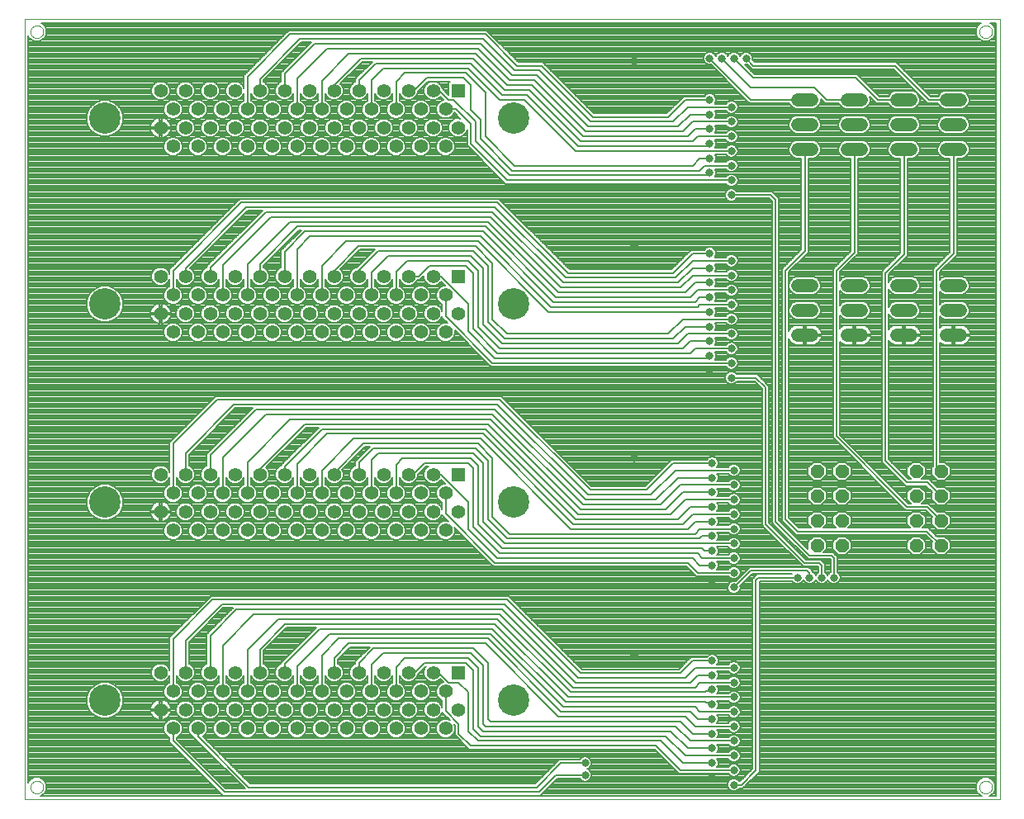
<source format=gbl>
G75*
%MOIN*%
%OFA0B0*%
%FSLAX24Y24*%
%IPPOS*%
%LPD*%
%AMOC8*
5,1,8,0,0,1.08239X$1,22.5*
%
%ADD10C,0.0000*%
%ADD11C,0.0540*%
%ADD12R,0.0551X0.0551*%
%ADD13C,0.0551*%
%ADD14C,0.1266*%
%ADD15OC8,0.0540*%
%ADD16C,0.0079*%
%ADD17C,0.0317*%
D10*
X000639Y001139D02*
X000639Y032635D01*
X040009Y032635D01*
X040009Y001139D01*
X000639Y001139D01*
X000883Y001639D02*
X000885Y001670D01*
X000891Y001701D01*
X000900Y001731D01*
X000913Y001760D01*
X000930Y001787D01*
X000950Y001811D01*
X000972Y001833D01*
X000998Y001852D01*
X001025Y001868D01*
X001054Y001880D01*
X001084Y001889D01*
X001115Y001894D01*
X001147Y001895D01*
X001178Y001892D01*
X001209Y001885D01*
X001239Y001875D01*
X001267Y001861D01*
X001293Y001843D01*
X001317Y001823D01*
X001338Y001799D01*
X001357Y001774D01*
X001372Y001746D01*
X001383Y001717D01*
X001391Y001686D01*
X001395Y001655D01*
X001395Y001623D01*
X001391Y001592D01*
X001383Y001561D01*
X001372Y001532D01*
X001357Y001504D01*
X001338Y001479D01*
X001317Y001455D01*
X001293Y001435D01*
X001267Y001417D01*
X001239Y001403D01*
X001209Y001393D01*
X001178Y001386D01*
X001147Y001383D01*
X001115Y001384D01*
X001084Y001389D01*
X001054Y001398D01*
X001025Y001410D01*
X000998Y001426D01*
X000972Y001445D01*
X000950Y001467D01*
X000930Y001491D01*
X000913Y001518D01*
X000900Y001547D01*
X000891Y001577D01*
X000885Y001608D01*
X000883Y001639D01*
X000883Y032139D02*
X000885Y032170D01*
X000891Y032201D01*
X000900Y032231D01*
X000913Y032260D01*
X000930Y032287D01*
X000950Y032311D01*
X000972Y032333D01*
X000998Y032352D01*
X001025Y032368D01*
X001054Y032380D01*
X001084Y032389D01*
X001115Y032394D01*
X001147Y032395D01*
X001178Y032392D01*
X001209Y032385D01*
X001239Y032375D01*
X001267Y032361D01*
X001293Y032343D01*
X001317Y032323D01*
X001338Y032299D01*
X001357Y032274D01*
X001372Y032246D01*
X001383Y032217D01*
X001391Y032186D01*
X001395Y032155D01*
X001395Y032123D01*
X001391Y032092D01*
X001383Y032061D01*
X001372Y032032D01*
X001357Y032004D01*
X001338Y031979D01*
X001317Y031955D01*
X001293Y031935D01*
X001267Y031917D01*
X001239Y031903D01*
X001209Y031893D01*
X001178Y031886D01*
X001147Y031883D01*
X001115Y031884D01*
X001084Y031889D01*
X001054Y031898D01*
X001025Y031910D01*
X000998Y031926D01*
X000972Y031945D01*
X000950Y031967D01*
X000930Y031991D01*
X000913Y032018D01*
X000900Y032047D01*
X000891Y032077D01*
X000885Y032108D01*
X000883Y032139D01*
X039183Y032139D02*
X039185Y032170D01*
X039191Y032201D01*
X039200Y032231D01*
X039213Y032260D01*
X039230Y032287D01*
X039250Y032311D01*
X039272Y032333D01*
X039298Y032352D01*
X039325Y032368D01*
X039354Y032380D01*
X039384Y032389D01*
X039415Y032394D01*
X039447Y032395D01*
X039478Y032392D01*
X039509Y032385D01*
X039539Y032375D01*
X039567Y032361D01*
X039593Y032343D01*
X039617Y032323D01*
X039638Y032299D01*
X039657Y032274D01*
X039672Y032246D01*
X039683Y032217D01*
X039691Y032186D01*
X039695Y032155D01*
X039695Y032123D01*
X039691Y032092D01*
X039683Y032061D01*
X039672Y032032D01*
X039657Y032004D01*
X039638Y031979D01*
X039617Y031955D01*
X039593Y031935D01*
X039567Y031917D01*
X039539Y031903D01*
X039509Y031893D01*
X039478Y031886D01*
X039447Y031883D01*
X039415Y031884D01*
X039384Y031889D01*
X039354Y031898D01*
X039325Y031910D01*
X039298Y031926D01*
X039272Y031945D01*
X039250Y031967D01*
X039230Y031991D01*
X039213Y032018D01*
X039200Y032047D01*
X039191Y032077D01*
X039185Y032108D01*
X039183Y032139D01*
X039183Y001639D02*
X039185Y001670D01*
X039191Y001701D01*
X039200Y001731D01*
X039213Y001760D01*
X039230Y001787D01*
X039250Y001811D01*
X039272Y001833D01*
X039298Y001852D01*
X039325Y001868D01*
X039354Y001880D01*
X039384Y001889D01*
X039415Y001894D01*
X039447Y001895D01*
X039478Y001892D01*
X039509Y001885D01*
X039539Y001875D01*
X039567Y001861D01*
X039593Y001843D01*
X039617Y001823D01*
X039638Y001799D01*
X039657Y001774D01*
X039672Y001746D01*
X039683Y001717D01*
X039691Y001686D01*
X039695Y001655D01*
X039695Y001623D01*
X039691Y001592D01*
X039683Y001561D01*
X039672Y001532D01*
X039657Y001504D01*
X039638Y001479D01*
X039617Y001455D01*
X039593Y001435D01*
X039567Y001417D01*
X039539Y001403D01*
X039509Y001393D01*
X039478Y001386D01*
X039447Y001383D01*
X039415Y001384D01*
X039384Y001389D01*
X039354Y001398D01*
X039325Y001410D01*
X039298Y001426D01*
X039272Y001445D01*
X039250Y001467D01*
X039230Y001491D01*
X039213Y001518D01*
X039200Y001547D01*
X039191Y001577D01*
X039185Y001608D01*
X039183Y001639D01*
D11*
X038409Y019889D02*
X037869Y019889D01*
X037869Y020889D02*
X038409Y020889D01*
X038409Y021889D02*
X037869Y021889D01*
X036409Y021889D02*
X035869Y021889D01*
X035869Y020889D02*
X036409Y020889D01*
X036409Y019889D02*
X035869Y019889D01*
X034409Y019889D02*
X033869Y019889D01*
X033869Y020889D02*
X034409Y020889D01*
X034409Y021889D02*
X033869Y021889D01*
X032409Y021889D02*
X031869Y021889D01*
X031869Y020889D02*
X032409Y020889D01*
X032409Y019889D02*
X031869Y019889D01*
X031869Y027389D02*
X032409Y027389D01*
X032409Y028389D02*
X031869Y028389D01*
X031869Y029389D02*
X032409Y029389D01*
X033869Y029389D02*
X034409Y029389D01*
X034409Y028389D02*
X033869Y028389D01*
X033869Y027389D02*
X034409Y027389D01*
X035869Y027389D02*
X036409Y027389D01*
X036409Y028389D02*
X035869Y028389D01*
X035869Y029389D02*
X036409Y029389D01*
X037869Y029389D02*
X038409Y029389D01*
X038409Y028389D02*
X037869Y028389D01*
X037869Y027389D02*
X038409Y027389D01*
D12*
X018139Y029764D03*
X018139Y022264D03*
X018139Y014264D03*
X018139Y006264D03*
D13*
X017639Y005510D03*
X018139Y004762D03*
X017639Y004008D03*
X017139Y004758D03*
X016639Y004008D03*
X016139Y004758D03*
X015639Y004008D03*
X015139Y004758D03*
X014639Y004008D03*
X014139Y004758D03*
X013639Y004008D03*
X013139Y004758D03*
X012639Y004008D03*
X012139Y004758D03*
X011639Y004008D03*
X011139Y004758D03*
X010639Y004008D03*
X010139Y004758D03*
X009639Y004008D03*
X009139Y004758D03*
X008639Y004008D03*
X008139Y004758D03*
X007639Y004008D03*
X007139Y004758D03*
X006639Y004008D03*
X006139Y004758D03*
X006639Y005508D03*
X006139Y006258D03*
X007139Y006258D03*
X007639Y005508D03*
X008139Y006258D03*
X008639Y005508D03*
X009139Y006258D03*
X009639Y005508D03*
X010139Y006258D03*
X010639Y005508D03*
X011139Y006258D03*
X011639Y005508D03*
X012139Y006258D03*
X012639Y005508D03*
X013139Y006258D03*
X013639Y005508D03*
X014139Y006258D03*
X014639Y005508D03*
X015139Y006258D03*
X015639Y005508D03*
X016139Y006258D03*
X016639Y005508D03*
X017139Y006258D03*
X016639Y012008D03*
X016139Y012758D03*
X015639Y012008D03*
X015139Y012758D03*
X014639Y012008D03*
X014139Y012758D03*
X013639Y012008D03*
X013139Y012758D03*
X012639Y012008D03*
X012139Y012758D03*
X011639Y012008D03*
X011139Y012758D03*
X010639Y012008D03*
X010139Y012758D03*
X009639Y012008D03*
X009139Y012758D03*
X008639Y012008D03*
X008139Y012758D03*
X007639Y012008D03*
X007139Y012758D03*
X006639Y012008D03*
X006139Y012758D03*
X006639Y013508D03*
X006139Y014258D03*
X007139Y014258D03*
X007639Y013508D03*
X008139Y014258D03*
X008639Y013508D03*
X009139Y014258D03*
X009639Y013508D03*
X010139Y014258D03*
X010639Y013508D03*
X011139Y014258D03*
X011639Y013508D03*
X012139Y014258D03*
X012639Y013508D03*
X013139Y014258D03*
X013639Y013508D03*
X014139Y014258D03*
X014639Y013508D03*
X015139Y014258D03*
X015639Y013508D03*
X016139Y014258D03*
X016639Y013508D03*
X017139Y012758D03*
X017639Y012008D03*
X018139Y012762D03*
X017639Y013510D03*
X017139Y014258D03*
X016639Y020008D03*
X016139Y020758D03*
X015639Y020008D03*
X015139Y020758D03*
X014639Y020008D03*
X014139Y020758D03*
X013639Y020008D03*
X013139Y020758D03*
X012639Y020008D03*
X012139Y020758D03*
X011639Y020008D03*
X011139Y020758D03*
X010639Y020008D03*
X010139Y020758D03*
X009639Y020008D03*
X009139Y020758D03*
X008639Y020008D03*
X008139Y020758D03*
X007639Y020008D03*
X007139Y020758D03*
X006639Y020008D03*
X006139Y020758D03*
X006639Y021508D03*
X006139Y022258D03*
X007139Y022258D03*
X007639Y021508D03*
X008139Y022258D03*
X008639Y021508D03*
X009139Y022258D03*
X009639Y021508D03*
X010139Y022258D03*
X010639Y021508D03*
X011139Y022258D03*
X011639Y021508D03*
X012139Y022258D03*
X012639Y021508D03*
X013139Y022258D03*
X013639Y021508D03*
X014139Y022258D03*
X014639Y021508D03*
X015139Y022258D03*
X015639Y021508D03*
X016139Y022258D03*
X016639Y021508D03*
X017139Y020758D03*
X017639Y020008D03*
X018139Y020762D03*
X017639Y021510D03*
X017139Y022258D03*
X016639Y027508D03*
X016139Y028258D03*
X015639Y027508D03*
X015139Y028258D03*
X014639Y027508D03*
X014139Y028258D03*
X013639Y027508D03*
X013139Y028258D03*
X012639Y027508D03*
X012139Y028258D03*
X011639Y027508D03*
X011139Y028258D03*
X010639Y027508D03*
X010139Y028258D03*
X009639Y027508D03*
X009139Y028258D03*
X008639Y027508D03*
X008139Y028258D03*
X007639Y027508D03*
X007139Y028258D03*
X006639Y027508D03*
X006139Y028258D03*
X006639Y029008D03*
X006139Y029758D03*
X007139Y029758D03*
X007639Y029008D03*
X008139Y029758D03*
X008639Y029008D03*
X009139Y029758D03*
X009639Y029008D03*
X010139Y029758D03*
X010639Y029008D03*
X011139Y029758D03*
X011639Y029008D03*
X012139Y029758D03*
X012639Y029008D03*
X013139Y029758D03*
X013639Y029008D03*
X014139Y029758D03*
X014639Y029008D03*
X015139Y029758D03*
X015639Y029008D03*
X016139Y029758D03*
X016639Y029008D03*
X017139Y029758D03*
X017639Y029010D03*
X018139Y028262D03*
X017639Y027508D03*
X017139Y028258D03*
D14*
X020389Y028639D03*
X020389Y021139D03*
X020389Y013139D03*
X020389Y005139D03*
X003889Y005139D03*
X003889Y013139D03*
X003889Y021139D03*
X003889Y028639D03*
D15*
X032639Y014389D03*
X033639Y014389D03*
X033639Y013389D03*
X032639Y013389D03*
X032639Y012389D03*
X033639Y012389D03*
X033639Y011389D03*
X032639Y011389D03*
X036639Y011389D03*
X036639Y012389D03*
X036639Y013389D03*
X036639Y014389D03*
X037639Y014389D03*
X037639Y013389D03*
X037639Y012389D03*
X037639Y011389D03*
D16*
X037063Y011966D01*
X031840Y011966D01*
X031348Y012458D01*
X031348Y022498D01*
X032139Y023289D01*
X032139Y027389D01*
X032001Y027020D02*
X031796Y027020D01*
X031660Y027076D01*
X031556Y027180D01*
X031500Y027316D01*
X031500Y027463D01*
X031556Y027599D01*
X031660Y027703D01*
X031796Y027759D01*
X032483Y027759D01*
X032619Y027703D01*
X032723Y027599D01*
X032779Y027463D01*
X032779Y027316D01*
X032723Y027180D01*
X032619Y027076D01*
X032483Y027020D01*
X032278Y027020D01*
X032278Y023232D01*
X031487Y022440D01*
X031487Y020037D01*
X031490Y020047D01*
X031519Y020104D01*
X031557Y020156D01*
X031603Y020202D01*
X031655Y020239D01*
X031712Y020269D01*
X031774Y020289D01*
X031837Y020299D01*
X032100Y020299D01*
X032100Y019929D01*
X032179Y019929D01*
X032179Y020299D01*
X032442Y020299D01*
X032505Y020289D01*
X032567Y020269D01*
X032624Y020239D01*
X032676Y020202D01*
X032722Y020156D01*
X032759Y020104D01*
X032789Y020047D01*
X032809Y019985D01*
X032818Y019929D01*
X032179Y019929D01*
X032179Y019850D01*
X032818Y019850D01*
X032809Y019794D01*
X032789Y019732D01*
X032759Y019675D01*
X032722Y019623D01*
X032676Y019577D01*
X032624Y019539D01*
X032567Y019510D01*
X032505Y019490D01*
X032442Y019480D01*
X032179Y019480D01*
X032179Y019850D01*
X032100Y019850D01*
X032100Y019480D01*
X031837Y019480D01*
X031774Y019490D01*
X031712Y019510D01*
X031655Y019539D01*
X031603Y019577D01*
X031557Y019623D01*
X031519Y019675D01*
X031490Y019732D01*
X031487Y019742D01*
X031487Y012516D01*
X031898Y012105D01*
X032401Y012105D01*
X032270Y012236D01*
X032270Y012542D01*
X032486Y012759D01*
X032792Y012759D01*
X033009Y012542D01*
X033009Y012236D01*
X032877Y012105D01*
X033401Y012105D01*
X033270Y012236D01*
X033270Y012542D01*
X033486Y012759D01*
X033792Y012759D01*
X034009Y012542D01*
X034009Y012236D01*
X033877Y012105D01*
X036401Y012105D01*
X036270Y012236D01*
X036270Y012542D01*
X036486Y012759D01*
X036792Y012759D01*
X037009Y012542D01*
X037009Y012236D01*
X036877Y012105D01*
X037120Y012105D01*
X037476Y011749D01*
X037486Y011759D01*
X037792Y011759D01*
X038009Y011542D01*
X038009Y011236D01*
X037792Y011020D01*
X037486Y011020D01*
X037270Y011236D01*
X037270Y011542D01*
X037280Y011552D01*
X037005Y011827D01*
X031783Y011827D01*
X031701Y011909D01*
X031209Y012401D01*
X031209Y022555D01*
X031291Y022636D01*
X032001Y023346D01*
X032001Y027020D01*
X032001Y027015D02*
X028555Y027015D01*
X028555Y026974D02*
X028555Y027076D01*
X028515Y027171D01*
X028505Y027182D01*
X028961Y027182D01*
X028964Y027174D01*
X029037Y027102D01*
X029131Y027063D01*
X029234Y027063D01*
X029329Y027102D01*
X029401Y027174D01*
X029440Y027269D01*
X029440Y027372D01*
X029401Y027467D01*
X029329Y027539D01*
X029234Y027578D01*
X029131Y027578D01*
X029037Y027539D01*
X028964Y027467D01*
X028961Y027459D01*
X028505Y027459D01*
X028515Y027470D01*
X028555Y027564D01*
X028555Y027667D01*
X028515Y027762D01*
X028505Y027772D01*
X028961Y027772D01*
X028964Y027765D01*
X029037Y027692D01*
X029131Y027653D01*
X029234Y027653D01*
X029329Y027692D01*
X029401Y027765D01*
X029440Y027860D01*
X029440Y027962D01*
X029401Y028057D01*
X029329Y028130D01*
X029234Y028169D01*
X029131Y028169D01*
X029037Y028130D01*
X028964Y028057D01*
X028961Y028050D01*
X028505Y028050D01*
X028515Y028060D01*
X028555Y028155D01*
X028555Y028258D01*
X028515Y028352D01*
X028505Y028363D01*
X028961Y028363D01*
X028964Y028356D01*
X029037Y028283D01*
X029131Y028244D01*
X029234Y028244D01*
X029329Y028283D01*
X029401Y028356D01*
X029440Y028450D01*
X029440Y028553D01*
X029401Y028648D01*
X029329Y028720D01*
X029234Y028759D01*
X029131Y028759D01*
X029037Y028720D01*
X028964Y028648D01*
X028961Y028640D01*
X028505Y028640D01*
X028515Y028651D01*
X028555Y028746D01*
X028555Y028848D01*
X028515Y028943D01*
X028505Y028953D01*
X028961Y028953D01*
X028964Y028946D01*
X029037Y028874D01*
X029131Y028834D01*
X029234Y028834D01*
X029329Y028874D01*
X029401Y028946D01*
X039870Y028946D01*
X039870Y029023D02*
X038490Y029023D01*
X038483Y029020D02*
X038619Y029076D01*
X038723Y029180D01*
X038779Y029316D01*
X038779Y029463D01*
X038723Y029599D01*
X038619Y029703D01*
X038483Y029759D01*
X037796Y029759D01*
X037660Y029703D01*
X037556Y029599D01*
X037526Y029526D01*
X037213Y029526D01*
X035835Y030904D01*
X030126Y030904D01*
X030028Y031002D01*
X030031Y031009D01*
X030031Y031112D01*
X029992Y031207D01*
X029919Y031279D01*
X029825Y031318D01*
X029722Y031318D01*
X029627Y031279D01*
X029555Y031207D01*
X029527Y031140D01*
X029500Y031207D01*
X029427Y031279D01*
X029332Y031318D01*
X029230Y031318D01*
X029135Y031279D01*
X029063Y031207D01*
X029035Y031140D01*
X029008Y031207D01*
X028935Y031279D01*
X028840Y031318D01*
X028738Y031318D01*
X028643Y031279D01*
X028570Y031207D01*
X028543Y031140D01*
X028515Y031207D01*
X028443Y031279D01*
X028348Y031318D01*
X028246Y031318D01*
X028151Y031279D01*
X028078Y031207D01*
X028039Y031112D01*
X028039Y031009D01*
X028078Y030915D01*
X028151Y030842D01*
X028246Y030803D01*
X028348Y030803D01*
X028355Y030806D01*
X029831Y029330D01*
X029913Y029249D01*
X031528Y029249D01*
X031556Y029180D01*
X031660Y029076D01*
X031796Y029020D01*
X032483Y029020D01*
X032619Y029076D01*
X032723Y029180D01*
X032779Y029316D01*
X032779Y029434D01*
X032883Y029330D01*
X032964Y029249D01*
X033528Y029249D01*
X033556Y029180D01*
X033660Y029076D01*
X033796Y029020D01*
X034483Y029020D01*
X034619Y029076D01*
X034723Y029180D01*
X034779Y029316D01*
X034779Y029463D01*
X034752Y029527D01*
X034949Y029330D01*
X034949Y029330D01*
X035031Y029249D01*
X035528Y029249D01*
X035556Y029180D01*
X035660Y029076D01*
X035796Y029020D01*
X036483Y029020D01*
X036619Y029076D01*
X036723Y029180D01*
X036779Y029316D01*
X036779Y029463D01*
X036723Y029599D01*
X036619Y029703D01*
X036483Y029759D01*
X035796Y029759D01*
X035660Y029703D01*
X035556Y029599D01*
X035526Y029526D01*
X035146Y029526D01*
X034341Y030331D01*
X034260Y030412D01*
X030126Y030412D01*
X029735Y030803D01*
X029825Y030803D01*
X029832Y030806D01*
X029930Y030708D01*
X030011Y030627D01*
X035720Y030627D01*
X037016Y029330D01*
X037098Y029249D01*
X037528Y029249D01*
X037556Y029180D01*
X037660Y029076D01*
X037796Y029020D01*
X038483Y029020D01*
X038643Y029100D02*
X039870Y029100D01*
X039870Y029178D02*
X038720Y029178D01*
X038753Y029255D02*
X039870Y029255D01*
X039870Y029332D02*
X038779Y029332D01*
X038779Y029409D02*
X039870Y029409D01*
X039870Y029487D02*
X038769Y029487D01*
X038737Y029564D02*
X039870Y029564D01*
X039870Y029641D02*
X038680Y029641D01*
X038580Y029718D02*
X039870Y029718D01*
X039870Y029796D02*
X036943Y029796D01*
X036866Y029873D02*
X039870Y029873D01*
X039870Y029950D02*
X036789Y029950D01*
X036711Y030027D02*
X039870Y030027D01*
X039870Y030105D02*
X036634Y030105D01*
X036557Y030182D02*
X039870Y030182D01*
X039870Y030259D02*
X036480Y030259D01*
X036402Y030336D02*
X039870Y030336D01*
X039870Y030413D02*
X036325Y030413D01*
X036248Y030491D02*
X039870Y030491D01*
X039870Y030568D02*
X036171Y030568D01*
X036094Y030645D02*
X039870Y030645D01*
X039870Y030722D02*
X036016Y030722D01*
X035939Y030800D02*
X039870Y030800D01*
X039870Y030877D02*
X035862Y030877D01*
X035777Y030765D02*
X037155Y029387D01*
X038137Y029387D01*
X038139Y029389D01*
X037788Y029023D02*
X036490Y029023D01*
X036643Y029100D02*
X037636Y029100D01*
X037559Y029178D02*
X036720Y029178D01*
X036753Y029255D02*
X037091Y029255D01*
X037014Y029332D02*
X036779Y029332D01*
X036779Y029409D02*
X036937Y029409D01*
X036860Y029487D02*
X036769Y029487D01*
X036782Y029564D02*
X036737Y029564D01*
X036705Y029641D02*
X036680Y029641D01*
X036628Y029718D02*
X036580Y029718D01*
X036551Y029796D02*
X034876Y029796D01*
X034799Y029873D02*
X036474Y029873D01*
X036396Y029950D02*
X034722Y029950D01*
X034645Y030027D02*
X036319Y030027D01*
X036242Y030105D02*
X034567Y030105D01*
X034490Y030182D02*
X036165Y030182D01*
X036087Y030259D02*
X034413Y030259D01*
X034341Y030331D02*
X034341Y030331D01*
X034336Y030336D02*
X036010Y030336D01*
X035933Y030413D02*
X030124Y030413D01*
X030047Y030491D02*
X035856Y030491D01*
X035778Y030568D02*
X029970Y030568D01*
X029992Y030645D02*
X029893Y030645D01*
X029915Y030722D02*
X029815Y030722D01*
X029838Y030800D02*
X029738Y030800D01*
X029773Y031061D02*
X030069Y030765D01*
X035777Y030765D01*
X035698Y029718D02*
X034953Y029718D01*
X035031Y029641D02*
X035599Y029641D01*
X035542Y029564D02*
X035108Y029564D01*
X035088Y029387D02*
X036137Y029387D01*
X036139Y029389D01*
X035788Y029023D02*
X034490Y029023D01*
X034643Y029100D02*
X035636Y029100D01*
X035559Y029178D02*
X034720Y029178D01*
X034753Y029255D02*
X035025Y029255D01*
X034947Y029332D02*
X034779Y029332D01*
X034779Y029409D02*
X034870Y029409D01*
X034793Y029487D02*
X034769Y029487D01*
X035088Y029387D02*
X034202Y030273D01*
X030069Y030273D01*
X029281Y031061D01*
X029119Y031263D02*
X028951Y031263D01*
X029016Y031186D02*
X029054Y031186D01*
X028789Y031061D02*
X029970Y029880D01*
X032529Y029880D01*
X033021Y029387D01*
X034137Y029387D01*
X034139Y029389D01*
X033788Y029023D02*
X032490Y029023D01*
X032643Y029100D02*
X033636Y029100D01*
X033559Y029178D02*
X032720Y029178D01*
X032753Y029255D02*
X032958Y029255D01*
X032880Y029332D02*
X032779Y029332D01*
X032779Y029409D02*
X032803Y029409D01*
X032139Y029389D02*
X032137Y029387D01*
X029970Y029387D01*
X028297Y031061D01*
X028116Y030877D02*
X021590Y030877D01*
X021563Y030904D02*
X020579Y030904D01*
X019299Y032184D01*
X011310Y032184D01*
X011229Y032102D01*
X009501Y030374D01*
X009501Y029866D01*
X009457Y029971D01*
X009352Y030076D01*
X009214Y030133D01*
X009065Y030133D01*
X008927Y030076D01*
X008821Y029971D01*
X008764Y029833D01*
X008764Y029684D01*
X008821Y029546D01*
X008927Y029441D01*
X009065Y029384D01*
X009214Y029384D01*
X009352Y029441D01*
X009457Y029546D01*
X009501Y029651D01*
X009501Y029357D01*
X009427Y029326D01*
X009321Y029221D01*
X009264Y029083D01*
X009264Y028934D01*
X009321Y028796D01*
X009427Y028691D01*
X009565Y028634D01*
X009714Y028634D01*
X009852Y028691D01*
X009957Y028796D01*
X010014Y028934D01*
X010014Y029083D01*
X009957Y029221D01*
X009852Y029326D01*
X009778Y029357D01*
X009778Y029651D01*
X009821Y029546D01*
X009927Y029441D01*
X010065Y029384D01*
X010214Y029384D01*
X010352Y029441D01*
X010457Y029546D01*
X010514Y029684D01*
X010514Y029833D01*
X010457Y029971D01*
X010352Y030076D01*
X010278Y030107D01*
X010278Y030169D01*
X011819Y031709D01*
X012214Y031709D01*
X012213Y031709D01*
X011001Y030496D01*
X011001Y030107D01*
X010927Y030076D01*
X010821Y029971D01*
X010764Y029833D01*
X010764Y029684D01*
X010821Y029546D01*
X010927Y029441D01*
X011065Y029384D01*
X011214Y029384D01*
X011352Y029441D01*
X011457Y029546D01*
X011501Y029651D01*
X011501Y029357D01*
X011427Y029326D01*
X011321Y029221D01*
X011264Y029083D01*
X011264Y028934D01*
X011321Y028796D01*
X011427Y028691D01*
X011565Y028634D01*
X011714Y028634D01*
X011852Y028691D01*
X011957Y028796D01*
X012014Y028934D01*
X012014Y029083D01*
X011957Y029221D01*
X011852Y029326D01*
X011778Y029357D01*
X011778Y029651D01*
X011821Y029546D01*
X011927Y029441D01*
X012065Y029384D01*
X012214Y029384D01*
X012352Y029441D01*
X012457Y029546D01*
X012501Y029651D01*
X012501Y029357D01*
X012427Y029326D01*
X012321Y029221D01*
X012264Y029083D01*
X012264Y028934D01*
X012321Y028796D01*
X012427Y028691D01*
X012565Y028634D01*
X012714Y028634D01*
X012852Y028691D01*
X012957Y028796D01*
X013014Y028934D01*
X013014Y029083D01*
X012957Y029221D01*
X012852Y029326D01*
X012778Y029357D01*
X012778Y029651D01*
X012821Y029546D01*
X012927Y029441D01*
X013065Y029384D01*
X013214Y029384D01*
X013352Y029441D01*
X013457Y029546D01*
X013514Y029684D01*
X013514Y029833D01*
X013457Y029971D01*
X013393Y030035D01*
X014280Y030922D01*
X014675Y030922D01*
X014674Y030921D01*
X014001Y030248D01*
X014001Y030107D01*
X013927Y030076D01*
X013821Y029971D01*
X013764Y029833D01*
X013764Y029684D01*
X013821Y029546D01*
X013927Y029441D01*
X014065Y029384D01*
X014214Y029384D01*
X014352Y029441D01*
X014457Y029546D01*
X014501Y029651D01*
X014501Y029357D01*
X014427Y029326D01*
X014321Y029221D01*
X014264Y029083D01*
X014264Y028934D01*
X014321Y028796D01*
X014427Y028691D01*
X014565Y028634D01*
X014714Y028634D01*
X014852Y028691D01*
X014957Y028796D01*
X015014Y028934D01*
X015014Y029083D01*
X014957Y029221D01*
X014852Y029326D01*
X014778Y029357D01*
X014778Y029651D01*
X014821Y029546D01*
X014927Y029441D01*
X015065Y029384D01*
X015214Y029384D01*
X015352Y029441D01*
X015457Y029546D01*
X015501Y029651D01*
X015501Y029357D01*
X015427Y029326D01*
X015321Y029221D01*
X015264Y029083D01*
X015264Y028934D01*
X015321Y028796D01*
X015427Y028691D01*
X015565Y028634D01*
X015714Y028634D01*
X015852Y028691D01*
X015957Y028796D01*
X016014Y028934D01*
X016014Y029083D01*
X015957Y029221D01*
X015852Y029326D01*
X015778Y029357D01*
X015778Y029651D01*
X015821Y029546D01*
X015927Y029441D01*
X016065Y029384D01*
X016214Y029384D01*
X016352Y029441D01*
X016457Y029546D01*
X016514Y029684D01*
X016514Y029712D01*
X016937Y030134D01*
X017818Y030134D01*
X017764Y030081D01*
X017764Y029585D01*
X017513Y029836D01*
X017457Y029971D01*
X017352Y030076D01*
X017214Y030133D01*
X017065Y030133D01*
X016927Y030076D01*
X016821Y029971D01*
X016764Y029833D01*
X016764Y029684D01*
X016821Y029546D01*
X016927Y029441D01*
X017065Y029384D01*
X017214Y029384D01*
X017352Y029441D01*
X017434Y029523D01*
X017571Y029385D01*
X017565Y029385D01*
X017427Y029328D01*
X017321Y029223D01*
X017264Y029085D01*
X017264Y028936D01*
X017321Y028798D01*
X017427Y028693D01*
X017565Y028635D01*
X017714Y028635D01*
X017852Y028693D01*
X017957Y028798D01*
X017987Y028871D01*
X018226Y028633D01*
X018214Y028637D01*
X018065Y028637D01*
X017927Y028580D01*
X017821Y028475D01*
X017764Y028337D01*
X017764Y028188D01*
X017821Y028050D01*
X017927Y027945D01*
X018065Y027887D01*
X018214Y027887D01*
X018352Y027945D01*
X018457Y028050D01*
X018512Y028183D01*
X018512Y027558D01*
X020070Y026001D01*
X028961Y026001D01*
X028964Y025993D01*
X029037Y025921D01*
X029131Y025882D01*
X029234Y025882D01*
X029329Y025921D01*
X029401Y025993D01*
X029440Y026088D01*
X032001Y026088D01*
X032001Y026011D02*
X029408Y026011D01*
X029440Y026088D02*
X029440Y026191D01*
X029401Y026285D01*
X029329Y026358D01*
X029234Y026397D01*
X029131Y026397D01*
X028555Y026397D01*
X028555Y026383D02*
X028555Y026486D01*
X028515Y026581D01*
X028505Y026591D01*
X028961Y026591D01*
X028964Y026584D01*
X029037Y026511D01*
X029131Y026472D01*
X029234Y026472D01*
X029329Y026511D01*
X029401Y026584D01*
X029440Y026679D01*
X029440Y026781D01*
X029401Y026876D01*
X029329Y026948D01*
X029234Y026988D01*
X029131Y026988D01*
X029037Y026948D01*
X028964Y026876D01*
X028961Y026869D01*
X028505Y026869D01*
X028515Y026879D01*
X028555Y026974D01*
X028540Y026938D02*
X029026Y026938D01*
X029060Y027092D02*
X028548Y027092D01*
X028516Y027169D02*
X028969Y027169D01*
X029183Y027320D02*
X022883Y027320D01*
X020817Y029387D01*
X019832Y029387D01*
X018553Y030667D01*
X015108Y030667D01*
X014639Y030198D01*
X014639Y029008D01*
X014291Y028869D02*
X013987Y028869D01*
X014014Y028934D02*
X013957Y028796D01*
X013852Y028691D01*
X013714Y028634D01*
X013565Y028634D01*
X013427Y028691D01*
X013321Y028796D01*
X013264Y028934D01*
X013264Y029083D01*
X013321Y029221D01*
X013427Y029326D01*
X013565Y029383D01*
X013714Y029383D01*
X013852Y029326D01*
X013957Y029221D01*
X014014Y029083D01*
X014014Y028934D01*
X014014Y028946D02*
X014264Y028946D01*
X014264Y029023D02*
X014014Y029023D01*
X014007Y029100D02*
X014272Y029100D01*
X014304Y029178D02*
X013975Y029178D01*
X013923Y029255D02*
X014356Y029255D01*
X014441Y029332D02*
X013838Y029332D01*
X013881Y029487D02*
X013398Y029487D01*
X013465Y029564D02*
X013814Y029564D01*
X013782Y029641D02*
X013497Y029641D01*
X013514Y029718D02*
X013764Y029718D01*
X013764Y029796D02*
X013514Y029796D01*
X013498Y029873D02*
X013781Y029873D01*
X013813Y029950D02*
X013466Y029950D01*
X013401Y030027D02*
X013878Y030027D01*
X013995Y030105D02*
X013462Y030105D01*
X013539Y030182D02*
X014001Y030182D01*
X014012Y030259D02*
X013617Y030259D01*
X013694Y030336D02*
X014089Y030336D01*
X014166Y030413D02*
X013771Y030413D01*
X013848Y030491D02*
X014243Y030491D01*
X014321Y030568D02*
X013926Y030568D01*
X014003Y030645D02*
X014398Y030645D01*
X014475Y030722D02*
X014080Y030722D01*
X014157Y030800D02*
X014552Y030800D01*
X014630Y030877D02*
X014235Y030877D01*
X014222Y031061D02*
X018750Y031061D01*
X020029Y029781D01*
X021013Y029781D01*
X023080Y027714D01*
X027608Y027714D01*
X027805Y027911D01*
X029183Y027911D01*
X029362Y028096D02*
X031640Y028096D01*
X031660Y028076D02*
X031796Y028020D01*
X032483Y028020D01*
X032619Y028076D01*
X032723Y028180D01*
X032779Y028316D01*
X032779Y028463D01*
X032723Y028599D01*
X032619Y028703D01*
X032483Y028759D01*
X031796Y028759D01*
X031660Y028703D01*
X031556Y028599D01*
X031500Y028463D01*
X031500Y028316D01*
X031556Y028180D01*
X031660Y028076D01*
X031563Y028174D02*
X028555Y028174D01*
X028555Y028251D02*
X029115Y028251D01*
X029251Y028251D02*
X031527Y028251D01*
X031500Y028328D02*
X029374Y028328D01*
X029422Y028405D02*
X031500Y028405D01*
X031508Y028482D02*
X029440Y028482D01*
X029438Y028560D02*
X031540Y028560D01*
X031595Y028637D02*
X029406Y028637D01*
X029335Y028714D02*
X031688Y028714D01*
X031788Y029023D02*
X029433Y029023D01*
X029440Y029041D02*
X029440Y029143D01*
X029401Y029238D01*
X029329Y029311D01*
X029234Y029350D01*
X029131Y029350D01*
X029037Y029311D01*
X028964Y029238D01*
X028961Y029231D01*
X028505Y029231D01*
X028515Y029241D01*
X028555Y029336D01*
X028555Y029439D01*
X028515Y029533D01*
X028443Y029606D01*
X028348Y029645D01*
X028246Y029645D01*
X028151Y029606D01*
X028078Y029533D01*
X028075Y029526D01*
X027255Y029526D01*
X027174Y029445D01*
X026566Y028837D01*
X023630Y028837D01*
X021563Y030904D01*
X021667Y030800D02*
X028362Y030800D01*
X028439Y030722D02*
X021745Y030722D01*
X021822Y030645D02*
X028516Y030645D01*
X028593Y030568D02*
X021899Y030568D01*
X021976Y030491D02*
X028671Y030491D01*
X028748Y030413D02*
X022054Y030413D01*
X022131Y030336D02*
X028825Y030336D01*
X028902Y030259D02*
X022208Y030259D01*
X022285Y030182D02*
X028980Y030182D01*
X029057Y030105D02*
X022363Y030105D01*
X022440Y030027D02*
X029134Y030027D01*
X029211Y029950D02*
X022517Y029950D01*
X022594Y029873D02*
X029288Y029873D01*
X029366Y029796D02*
X022672Y029796D01*
X022749Y029718D02*
X029443Y029718D01*
X029520Y029641D02*
X028358Y029641D01*
X028236Y029641D02*
X022826Y029641D01*
X022903Y029564D02*
X028109Y029564D01*
X028297Y029387D02*
X027313Y029387D01*
X026624Y028698D01*
X023572Y028698D01*
X021506Y030765D01*
X020521Y030765D01*
X019242Y032045D01*
X011368Y032045D01*
X009639Y030317D01*
X009639Y029008D01*
X009291Y028869D02*
X008987Y028869D01*
X009014Y028934D02*
X008957Y028796D01*
X008852Y028691D01*
X008714Y028634D01*
X008565Y028634D01*
X008427Y028691D01*
X008321Y028796D01*
X008264Y028934D01*
X008264Y029083D01*
X008321Y029221D01*
X008427Y029326D01*
X008565Y029383D01*
X008714Y029383D01*
X008852Y029326D01*
X008957Y029221D01*
X009014Y029083D01*
X009014Y028934D01*
X009014Y028946D02*
X009264Y028946D01*
X009264Y029023D02*
X009014Y029023D01*
X009007Y029100D02*
X009272Y029100D01*
X009304Y029178D02*
X008975Y029178D01*
X008923Y029255D02*
X009356Y029255D01*
X009441Y029332D02*
X008838Y029332D01*
X008881Y029487D02*
X008398Y029487D01*
X008352Y029441D02*
X008457Y029546D01*
X008514Y029684D01*
X008514Y029833D01*
X008457Y029971D01*
X008352Y030076D01*
X008214Y030133D01*
X008065Y030133D01*
X007927Y030076D01*
X007821Y029971D01*
X007764Y029833D01*
X007764Y029684D01*
X007821Y029546D01*
X007927Y029441D01*
X008065Y029384D01*
X008214Y029384D01*
X008352Y029441D01*
X008276Y029409D02*
X009002Y029409D01*
X008814Y029564D02*
X008465Y029564D01*
X008497Y029641D02*
X008782Y029641D01*
X008764Y029718D02*
X008514Y029718D01*
X008514Y029796D02*
X008764Y029796D01*
X008781Y029873D02*
X008498Y029873D01*
X008466Y029950D02*
X008813Y029950D01*
X008878Y030027D02*
X008401Y030027D01*
X008284Y030105D02*
X008995Y030105D01*
X009284Y030105D02*
X009501Y030105D01*
X009501Y030182D02*
X000779Y030182D01*
X000779Y030259D02*
X009501Y030259D01*
X009501Y030336D02*
X000779Y030336D01*
X000779Y030413D02*
X009540Y030413D01*
X009617Y030491D02*
X000779Y030491D01*
X000779Y030568D02*
X009695Y030568D01*
X009772Y030645D02*
X000779Y030645D01*
X000779Y030722D02*
X009849Y030722D01*
X009926Y030800D02*
X000779Y030800D01*
X000779Y030877D02*
X010004Y030877D01*
X010081Y030954D02*
X000779Y030954D01*
X000779Y031031D02*
X010158Y031031D01*
X010235Y031109D02*
X000779Y031109D01*
X000779Y031186D02*
X010313Y031186D01*
X010390Y031263D02*
X000779Y031263D01*
X000779Y031340D02*
X010467Y031340D01*
X010544Y031418D02*
X000779Y031418D01*
X000779Y031495D02*
X010621Y031495D01*
X010699Y031572D02*
X000779Y031572D01*
X000779Y031649D02*
X010776Y031649D01*
X010853Y031727D02*
X000779Y031727D01*
X000779Y031804D02*
X000917Y031804D01*
X000915Y031804D02*
X001061Y031744D01*
X001218Y031744D01*
X001363Y031804D01*
X001474Y031915D01*
X001535Y032061D01*
X001535Y032218D01*
X001474Y032363D01*
X001363Y032474D01*
X001311Y032496D01*
X039268Y032496D01*
X039215Y032474D01*
X039104Y032363D01*
X039044Y032218D01*
X039044Y032061D01*
X039104Y031915D01*
X039215Y031804D01*
X039361Y031744D01*
X039518Y031744D01*
X039663Y031804D01*
X039774Y031915D01*
X039835Y032061D01*
X039835Y032218D01*
X039774Y032363D01*
X039663Y032474D01*
X039611Y032496D01*
X039870Y032496D01*
X039870Y001279D01*
X039602Y001279D01*
X039663Y001304D01*
X039774Y001415D01*
X039835Y001561D01*
X039835Y001718D01*
X039774Y001863D01*
X039663Y001974D01*
X039518Y002035D01*
X039361Y002035D01*
X039215Y001974D01*
X039104Y001863D01*
X039044Y001718D01*
X039044Y001561D01*
X039104Y001415D01*
X039215Y001304D01*
X039277Y001279D01*
X001302Y001279D01*
X001363Y001304D01*
X001474Y001415D01*
X001535Y001561D01*
X001535Y001718D01*
X001474Y001863D01*
X001363Y001974D01*
X001218Y002035D01*
X001061Y002035D01*
X000915Y001974D01*
X000804Y001863D01*
X000779Y001802D01*
X000779Y031977D01*
X000804Y031915D01*
X000915Y031804D01*
X000839Y031881D02*
X000779Y031881D01*
X000779Y031958D02*
X000787Y031958D01*
X001362Y031804D02*
X010930Y031804D01*
X011008Y031881D02*
X001440Y031881D01*
X001492Y031958D02*
X011085Y031958D01*
X011162Y032036D02*
X001524Y032036D01*
X001535Y032113D02*
X011239Y032113D01*
X011761Y031848D02*
X019143Y031848D01*
X020423Y030569D01*
X021407Y030569D01*
X023474Y028502D01*
X026820Y028502D01*
X027411Y029092D01*
X029183Y029092D01*
X029440Y029100D02*
X031636Y029100D01*
X031559Y029178D02*
X029426Y029178D01*
X029385Y029255D02*
X029906Y029255D01*
X029829Y029332D02*
X029277Y029332D01*
X029088Y029332D02*
X028553Y029332D01*
X028555Y029409D02*
X029752Y029409D01*
X029675Y029487D02*
X028535Y029487D01*
X028485Y029564D02*
X029597Y029564D01*
X029440Y029041D02*
X029401Y028946D01*
X029317Y028869D02*
X039870Y028869D01*
X039870Y028791D02*
X028555Y028791D01*
X028542Y028714D02*
X029031Y028714D01*
X029048Y028869D02*
X028546Y028869D01*
X028512Y028946D02*
X028964Y028946D01*
X028981Y029255D02*
X028521Y029255D01*
X028297Y028797D02*
X027509Y028797D01*
X027017Y028305D01*
X023376Y028305D01*
X021309Y030372D01*
X020324Y030372D01*
X019045Y031651D01*
X012352Y031651D01*
X011139Y030439D01*
X011139Y029758D01*
X011002Y029409D02*
X010276Y029409D01*
X010398Y029487D02*
X010881Y029487D01*
X010814Y029564D02*
X010465Y029564D01*
X010497Y029641D02*
X010782Y029641D01*
X010764Y029718D02*
X010514Y029718D01*
X010514Y029796D02*
X010764Y029796D01*
X010781Y029873D02*
X010498Y029873D01*
X010466Y029950D02*
X010813Y029950D01*
X010878Y030027D02*
X010401Y030027D01*
X010284Y030105D02*
X010995Y030105D01*
X011001Y030182D02*
X010291Y030182D01*
X010369Y030259D02*
X011001Y030259D01*
X011001Y030336D02*
X010446Y030336D01*
X010523Y030413D02*
X011001Y030413D01*
X011001Y030491D02*
X010600Y030491D01*
X010678Y030568D02*
X011073Y030568D01*
X011150Y030645D02*
X010755Y030645D01*
X010832Y030722D02*
X011227Y030722D01*
X011304Y030800D02*
X010909Y030800D01*
X010987Y030877D02*
X011382Y030877D01*
X011459Y030954D02*
X011064Y030954D01*
X011141Y031031D02*
X011536Y031031D01*
X011613Y031109D02*
X011218Y031109D01*
X011295Y031186D02*
X011690Y031186D01*
X011768Y031263D02*
X011373Y031263D01*
X011450Y031340D02*
X011845Y031340D01*
X011922Y031418D02*
X011527Y031418D01*
X011604Y031495D02*
X011999Y031495D01*
X012077Y031572D02*
X011682Y031572D01*
X011759Y031649D02*
X012154Y031649D01*
X011761Y031848D02*
X010139Y030226D01*
X010139Y029758D01*
X010002Y029409D02*
X009778Y029409D01*
X009778Y029487D02*
X009881Y029487D01*
X009814Y029564D02*
X009778Y029564D01*
X009778Y029641D02*
X009782Y029641D01*
X009501Y029641D02*
X009497Y029641D01*
X009501Y029564D02*
X009465Y029564D01*
X009501Y029487D02*
X009398Y029487D01*
X009501Y029409D02*
X009276Y029409D01*
X009498Y029873D02*
X009501Y029873D01*
X009501Y029950D02*
X009466Y029950D01*
X009501Y030027D02*
X009401Y030027D01*
X009838Y029332D02*
X010441Y029332D01*
X010427Y029326D02*
X010321Y029221D01*
X010264Y029083D01*
X010264Y028934D01*
X010321Y028796D01*
X010427Y028691D01*
X010565Y028634D01*
X010714Y028634D01*
X010852Y028691D01*
X010957Y028796D01*
X011014Y028934D01*
X011014Y029083D01*
X010957Y029221D01*
X010852Y029326D01*
X010714Y029383D01*
X010565Y029383D01*
X010427Y029326D01*
X010356Y029255D02*
X009923Y029255D01*
X009975Y029178D02*
X010304Y029178D01*
X010272Y029100D02*
X010007Y029100D01*
X010014Y029023D02*
X010264Y029023D01*
X010264Y028946D02*
X010014Y028946D01*
X009987Y028869D02*
X010291Y028869D01*
X010326Y028791D02*
X009953Y028791D01*
X009875Y028714D02*
X010403Y028714D01*
X010352Y028576D02*
X010214Y028633D01*
X010065Y028633D01*
X009927Y028576D01*
X009821Y028471D01*
X009764Y028333D01*
X009764Y028184D01*
X009821Y028046D01*
X009927Y027941D01*
X010065Y027884D01*
X010214Y027884D01*
X010352Y027941D01*
X010457Y028046D01*
X010514Y028184D01*
X010514Y028333D01*
X010457Y028471D01*
X010352Y028576D01*
X010368Y028560D02*
X010910Y028560D01*
X010927Y028576D02*
X010821Y028471D01*
X010764Y028333D01*
X010764Y028184D01*
X010821Y028046D01*
X010927Y027941D01*
X011065Y027884D01*
X011214Y027884D01*
X011352Y027941D01*
X011457Y028046D01*
X011514Y028184D01*
X011514Y028333D01*
X011457Y028471D01*
X011352Y028576D01*
X011214Y028633D01*
X011065Y028633D01*
X010927Y028576D01*
X010833Y028482D02*
X010446Y028482D01*
X010484Y028405D02*
X010794Y028405D01*
X010764Y028328D02*
X010514Y028328D01*
X010514Y028251D02*
X010764Y028251D01*
X010769Y028174D02*
X010510Y028174D01*
X010478Y028096D02*
X010801Y028096D01*
X010849Y028019D02*
X010430Y028019D01*
X010353Y027942D02*
X010926Y027942D01*
X010852Y027826D02*
X010714Y027883D01*
X010565Y027883D01*
X010427Y027826D01*
X010321Y027721D01*
X010264Y027583D01*
X010264Y027434D01*
X010321Y027296D01*
X010427Y027191D01*
X010565Y027134D01*
X010714Y027134D01*
X010852Y027191D01*
X010957Y027296D01*
X011014Y027434D01*
X011014Y027583D01*
X010957Y027721D01*
X010852Y027826D01*
X010891Y027787D02*
X011388Y027787D01*
X011427Y027826D02*
X011321Y027721D01*
X011264Y027583D01*
X011264Y027434D01*
X011321Y027296D01*
X011427Y027191D01*
X011565Y027134D01*
X011714Y027134D01*
X011852Y027191D01*
X011957Y027296D01*
X012014Y027434D01*
X012014Y027583D01*
X011957Y027721D01*
X011852Y027826D01*
X011714Y027883D01*
X011565Y027883D01*
X011427Y027826D01*
X011519Y027865D02*
X010760Y027865D01*
X010519Y027865D02*
X009760Y027865D01*
X009714Y027883D02*
X009565Y027883D01*
X009427Y027826D01*
X009321Y027721D01*
X009264Y027583D01*
X009264Y027434D01*
X009321Y027296D01*
X009427Y027191D01*
X009565Y027134D01*
X009714Y027134D01*
X009852Y027191D01*
X009957Y027296D01*
X010014Y027434D01*
X010014Y027583D01*
X009957Y027721D01*
X009852Y027826D01*
X009714Y027883D01*
X009849Y028019D02*
X009430Y028019D01*
X009457Y028046D02*
X009514Y028184D01*
X009514Y028333D01*
X009457Y028471D01*
X009352Y028576D01*
X009214Y028633D01*
X009065Y028633D01*
X008927Y028576D01*
X008821Y028471D01*
X008764Y028333D01*
X008764Y028184D01*
X008821Y028046D01*
X008927Y027941D01*
X009065Y027884D01*
X009214Y027884D01*
X009352Y027941D01*
X009457Y028046D01*
X009478Y028096D02*
X009801Y028096D01*
X009769Y028174D02*
X009510Y028174D01*
X009514Y028251D02*
X009764Y028251D01*
X009764Y028328D02*
X009514Y028328D01*
X009484Y028405D02*
X009794Y028405D01*
X009833Y028482D02*
X009446Y028482D01*
X009368Y028560D02*
X009910Y028560D01*
X009722Y028637D02*
X010556Y028637D01*
X010722Y028637D02*
X011556Y028637D01*
X011722Y028637D02*
X012556Y028637D01*
X012722Y028637D02*
X013556Y028637D01*
X013722Y028637D02*
X014556Y028637D01*
X014722Y028637D02*
X015556Y028637D01*
X015722Y028637D02*
X016556Y028637D01*
X016565Y028634D02*
X016714Y028634D01*
X016852Y028691D01*
X016957Y028796D01*
X017014Y028934D01*
X017014Y029083D01*
X016957Y029221D01*
X016852Y029326D01*
X016714Y029383D01*
X016565Y029383D01*
X016427Y029326D01*
X016321Y029221D01*
X016264Y029083D01*
X016264Y028934D01*
X016321Y028796D01*
X016427Y028691D01*
X016565Y028634D01*
X016722Y028637D02*
X017561Y028637D01*
X017718Y028637D02*
X018064Y028637D01*
X018144Y028714D02*
X017873Y028714D01*
X017951Y028791D02*
X018067Y028791D01*
X017989Y028869D02*
X017987Y028869D01*
X018044Y029010D02*
X017639Y029010D01*
X017292Y028869D02*
X016987Y028869D01*
X017014Y028946D02*
X017264Y028946D01*
X017264Y029023D02*
X017014Y029023D01*
X017007Y029100D02*
X017271Y029100D01*
X017303Y029178D02*
X016975Y029178D01*
X016923Y029255D02*
X017354Y029255D01*
X017436Y029332D02*
X016838Y029332D01*
X016881Y029487D02*
X016398Y029487D01*
X016465Y029564D02*
X016814Y029564D01*
X016782Y029641D02*
X016497Y029641D01*
X016521Y029718D02*
X016764Y029718D01*
X016764Y029796D02*
X016598Y029796D01*
X016675Y029873D02*
X016781Y029873D01*
X016753Y029950D02*
X016813Y029950D01*
X016830Y030027D02*
X016878Y030027D01*
X016907Y030105D02*
X016995Y030105D01*
X016880Y030273D02*
X018356Y030273D01*
X018651Y029978D01*
X018651Y028994D01*
X019045Y028600D01*
X019045Y027813D01*
X020324Y026533D01*
X027903Y026533D01*
X028100Y026730D01*
X029183Y026730D01*
X029420Y026629D02*
X032001Y026629D01*
X032001Y026706D02*
X029440Y026706D01*
X029440Y026783D02*
X032001Y026783D01*
X032001Y026860D02*
X029408Y026860D01*
X029340Y026938D02*
X032001Y026938D01*
X032278Y026938D02*
X034001Y026938D01*
X034001Y027015D02*
X032278Y027015D01*
X032278Y026860D02*
X034001Y026860D01*
X034001Y026783D02*
X032278Y026783D01*
X032278Y026706D02*
X034001Y026706D01*
X034001Y026629D02*
X032278Y026629D01*
X032278Y026551D02*
X034001Y026551D01*
X034001Y026474D02*
X032278Y026474D01*
X032278Y026397D02*
X034001Y026397D01*
X034001Y026320D02*
X032278Y026320D01*
X032278Y026243D02*
X034001Y026243D01*
X034001Y026165D02*
X032278Y026165D01*
X032278Y026088D02*
X034001Y026088D01*
X034001Y026011D02*
X032278Y026011D01*
X032278Y025934D02*
X034001Y025934D01*
X034001Y025856D02*
X032278Y025856D01*
X032278Y025779D02*
X034001Y025779D01*
X034001Y025702D02*
X032278Y025702D01*
X032278Y025625D02*
X034001Y025625D01*
X034001Y025547D02*
X032278Y025547D01*
X032278Y025470D02*
X034001Y025470D01*
X034001Y025393D02*
X032278Y025393D01*
X032278Y025316D02*
X034001Y025316D01*
X034001Y025238D02*
X032278Y025238D01*
X032278Y025161D02*
X034001Y025161D01*
X034001Y025084D02*
X032278Y025084D01*
X032278Y025007D02*
X034001Y025007D01*
X034001Y024929D02*
X032278Y024929D01*
X032278Y024852D02*
X034001Y024852D01*
X034001Y024775D02*
X032278Y024775D01*
X032278Y024698D02*
X034001Y024698D01*
X034001Y024620D02*
X032278Y024620D01*
X032278Y024543D02*
X034001Y024543D01*
X034001Y024466D02*
X032278Y024466D01*
X032278Y024389D02*
X034001Y024389D01*
X034001Y024311D02*
X032278Y024311D01*
X032278Y024234D02*
X034001Y024234D01*
X034001Y024157D02*
X032278Y024157D01*
X032278Y024080D02*
X034001Y024080D01*
X034001Y024003D02*
X032278Y024003D01*
X032278Y023925D02*
X034001Y023925D01*
X034001Y023848D02*
X032278Y023848D01*
X032278Y023771D02*
X034001Y023771D01*
X034001Y023694D02*
X032278Y023694D01*
X032278Y023616D02*
X034001Y023616D01*
X034001Y023539D02*
X032278Y023539D01*
X032278Y023462D02*
X034001Y023462D01*
X034001Y023385D02*
X032278Y023385D01*
X032278Y023307D02*
X034001Y023307D01*
X034001Y023280D02*
X033357Y022636D01*
X033276Y022555D01*
X033276Y015747D01*
X036131Y012893D01*
X036212Y012812D01*
X037021Y012812D01*
X037280Y012552D01*
X037270Y012542D01*
X037270Y012236D01*
X037486Y012020D01*
X037792Y012020D01*
X038009Y012236D01*
X038009Y012542D01*
X037792Y012759D01*
X037486Y012759D01*
X037476Y012749D01*
X037136Y013089D01*
X036861Y013089D01*
X037009Y013236D01*
X037009Y013542D01*
X036792Y013759D01*
X036486Y013759D01*
X036270Y013542D01*
X036270Y013236D01*
X036417Y013089D01*
X036327Y013089D01*
X033554Y015862D01*
X033554Y019627D01*
X033557Y019623D01*
X033603Y019577D01*
X033655Y019539D01*
X033712Y019510D01*
X033774Y019490D01*
X033837Y019480D01*
X034100Y019480D01*
X034100Y019850D01*
X034179Y019850D01*
X034179Y019929D01*
X034100Y019929D01*
X034100Y020299D01*
X033837Y020299D01*
X033774Y020289D01*
X033712Y020269D01*
X033655Y020239D01*
X033603Y020202D01*
X033557Y020156D01*
X033554Y020151D01*
X033554Y020686D01*
X033556Y020680D01*
X033660Y020576D01*
X033796Y020520D01*
X034483Y020520D01*
X034619Y020576D01*
X034723Y020680D01*
X034779Y020816D01*
X034779Y020963D01*
X034723Y021099D01*
X034619Y021203D01*
X034483Y021259D01*
X033796Y021259D01*
X033660Y021203D01*
X033556Y021099D01*
X033554Y021092D01*
X033554Y021686D01*
X033556Y021680D01*
X033660Y021576D01*
X033796Y021520D01*
X034483Y021520D01*
X034619Y021576D01*
X034723Y021680D01*
X034779Y021816D01*
X034779Y021963D01*
X034723Y022099D01*
X034619Y022203D01*
X034483Y022259D01*
X033796Y022259D01*
X033660Y022203D01*
X033556Y022099D01*
X033554Y022092D01*
X033554Y022440D01*
X034197Y023083D01*
X034278Y023165D01*
X034278Y027020D01*
X034483Y027020D01*
X034619Y027076D01*
X034723Y027180D01*
X034779Y027316D01*
X034779Y027463D01*
X034723Y027599D01*
X034619Y027703D01*
X034483Y027759D01*
X033796Y027759D01*
X033660Y027703D01*
X033556Y027599D01*
X033500Y027463D01*
X033500Y027316D01*
X033556Y027180D01*
X033660Y027076D01*
X033796Y027020D01*
X034001Y027020D01*
X034001Y023280D01*
X033951Y023230D02*
X032277Y023230D01*
X032199Y023153D02*
X033874Y023153D01*
X033797Y023076D02*
X032122Y023076D01*
X032045Y022998D02*
X033720Y022998D01*
X033642Y022921D02*
X031968Y022921D01*
X031891Y022844D02*
X033565Y022844D01*
X033488Y022767D02*
X031813Y022767D01*
X031736Y022689D02*
X033411Y022689D01*
X033357Y022636D02*
X033357Y022636D01*
X033333Y022612D02*
X031659Y022612D01*
X031582Y022535D02*
X033276Y022535D01*
X033276Y022458D02*
X031504Y022458D01*
X031487Y022380D02*
X033276Y022380D01*
X033276Y022303D02*
X031487Y022303D01*
X031487Y022226D02*
X031717Y022226D01*
X031660Y022203D02*
X031556Y022099D01*
X031500Y021963D01*
X031500Y021816D01*
X031556Y021680D01*
X031660Y021576D01*
X031796Y021520D01*
X032483Y021520D01*
X032619Y021576D01*
X032723Y021680D01*
X032779Y021816D01*
X032779Y021963D01*
X032723Y022099D01*
X032619Y022203D01*
X032483Y022259D01*
X031796Y022259D01*
X031660Y022203D01*
X031606Y022149D02*
X031487Y022149D01*
X031487Y022072D02*
X031545Y022072D01*
X031513Y021994D02*
X031487Y021994D01*
X031487Y021917D02*
X031500Y021917D01*
X031500Y021840D02*
X031487Y021840D01*
X031487Y021763D02*
X031522Y021763D01*
X031554Y021685D02*
X031487Y021685D01*
X031487Y021608D02*
X031628Y021608D01*
X031487Y021531D02*
X031770Y021531D01*
X031796Y021259D02*
X031660Y021203D01*
X031556Y021099D01*
X031500Y020963D01*
X031500Y020816D01*
X031556Y020680D01*
X031660Y020576D01*
X031796Y020520D01*
X032483Y020520D01*
X032619Y020576D01*
X032723Y020680D01*
X032779Y020816D01*
X032779Y020963D01*
X032723Y021099D01*
X032619Y021203D01*
X032483Y021259D01*
X031796Y021259D01*
X031707Y021222D02*
X031487Y021222D01*
X031487Y021299D02*
X033276Y021299D01*
X033276Y021222D02*
X032572Y021222D01*
X032676Y021145D02*
X033276Y021145D01*
X033276Y021067D02*
X032735Y021067D01*
X032767Y020990D02*
X033276Y020990D01*
X033276Y020913D02*
X032779Y020913D01*
X032779Y020836D02*
X033276Y020836D01*
X033276Y020758D02*
X032755Y020758D01*
X032723Y020681D02*
X033276Y020681D01*
X033276Y020604D02*
X032646Y020604D01*
X032499Y020527D02*
X033276Y020527D01*
X033276Y020449D02*
X031487Y020449D01*
X031487Y020372D02*
X033276Y020372D01*
X033276Y020295D02*
X032465Y020295D01*
X032654Y020218D02*
X033276Y020218D01*
X033276Y020141D02*
X032733Y020141D01*
X032780Y020063D02*
X033276Y020063D01*
X033276Y019986D02*
X032808Y019986D01*
X032815Y019832D02*
X033276Y019832D01*
X033276Y019909D02*
X032179Y019909D01*
X032179Y019986D02*
X032100Y019986D01*
X032100Y020063D02*
X032179Y020063D01*
X032179Y020141D02*
X032100Y020141D01*
X032100Y020218D02*
X032179Y020218D01*
X032179Y020295D02*
X032100Y020295D01*
X031813Y020295D02*
X031487Y020295D01*
X031487Y020218D02*
X031625Y020218D01*
X031546Y020141D02*
X031487Y020141D01*
X031487Y020063D02*
X031499Y020063D01*
X031209Y020063D02*
X031093Y020063D01*
X031093Y019986D02*
X031209Y019986D01*
X031209Y019909D02*
X031093Y019909D01*
X031093Y019832D02*
X031209Y019832D01*
X031209Y019754D02*
X031093Y019754D01*
X031093Y019677D02*
X031209Y019677D01*
X031209Y019600D02*
X031093Y019600D01*
X031093Y019523D02*
X031209Y019523D01*
X031209Y019445D02*
X031093Y019445D01*
X031093Y019368D02*
X031209Y019368D01*
X031209Y019291D02*
X031093Y019291D01*
X031093Y019214D02*
X031209Y019214D01*
X031209Y019136D02*
X031093Y019136D01*
X031093Y019059D02*
X031209Y019059D01*
X031209Y018982D02*
X031093Y018982D01*
X031093Y018905D02*
X031209Y018905D01*
X031209Y018827D02*
X031093Y018827D01*
X031093Y018750D02*
X031209Y018750D01*
X031209Y018673D02*
X031093Y018673D01*
X031093Y018596D02*
X031209Y018596D01*
X031209Y018518D02*
X031093Y018518D01*
X031093Y018441D02*
X031209Y018441D01*
X031209Y018364D02*
X031093Y018364D01*
X031093Y018287D02*
X031209Y018287D01*
X031209Y018209D02*
X031093Y018209D01*
X031093Y018132D02*
X031209Y018132D01*
X031209Y018055D02*
X031093Y018055D01*
X031093Y017978D02*
X031209Y017978D01*
X031209Y017901D02*
X031093Y017901D01*
X031093Y017823D02*
X031209Y017823D01*
X031209Y017746D02*
X031093Y017746D01*
X031093Y017669D02*
X031209Y017669D01*
X031209Y017592D02*
X031093Y017592D01*
X031093Y017514D02*
X031209Y017514D01*
X031209Y017437D02*
X031093Y017437D01*
X031093Y017360D02*
X031209Y017360D01*
X031209Y017283D02*
X031093Y017283D01*
X031093Y017205D02*
X031209Y017205D01*
X031209Y017128D02*
X031093Y017128D01*
X031093Y017051D02*
X031209Y017051D01*
X031209Y016974D02*
X031093Y016974D01*
X031093Y016896D02*
X031209Y016896D01*
X031209Y016819D02*
X031093Y016819D01*
X031093Y016742D02*
X031209Y016742D01*
X031209Y016665D02*
X031093Y016665D01*
X031093Y016587D02*
X031209Y016587D01*
X031209Y016510D02*
X031093Y016510D01*
X031093Y016433D02*
X031209Y016433D01*
X031209Y016356D02*
X031093Y016356D01*
X031093Y016278D02*
X031209Y016278D01*
X031209Y016201D02*
X031093Y016201D01*
X031093Y016124D02*
X031209Y016124D01*
X031209Y016047D02*
X031093Y016047D01*
X031093Y015970D02*
X031209Y015970D01*
X031209Y015892D02*
X031093Y015892D01*
X031093Y015815D02*
X031209Y015815D01*
X031209Y015738D02*
X031093Y015738D01*
X031093Y015661D02*
X031209Y015661D01*
X031209Y015583D02*
X031093Y015583D01*
X031093Y015506D02*
X031209Y015506D01*
X031209Y015429D02*
X031093Y015429D01*
X031093Y015352D02*
X031209Y015352D01*
X031209Y015274D02*
X031093Y015274D01*
X031093Y015197D02*
X031209Y015197D01*
X031209Y015120D02*
X031093Y015120D01*
X031093Y015043D02*
X031209Y015043D01*
X031209Y014965D02*
X031093Y014965D01*
X031093Y014888D02*
X031209Y014888D01*
X031209Y014811D02*
X031093Y014811D01*
X031093Y014734D02*
X031209Y014734D01*
X031209Y014656D02*
X031093Y014656D01*
X031093Y014579D02*
X031209Y014579D01*
X031209Y014502D02*
X031093Y014502D01*
X031093Y014425D02*
X031209Y014425D01*
X031209Y014347D02*
X031093Y014347D01*
X031093Y014270D02*
X031209Y014270D01*
X031209Y014193D02*
X031093Y014193D01*
X031093Y014116D02*
X031209Y014116D01*
X031209Y014039D02*
X031093Y014039D01*
X031093Y013961D02*
X031209Y013961D01*
X031209Y013884D02*
X031093Y013884D01*
X031093Y013807D02*
X031209Y013807D01*
X031209Y013730D02*
X031093Y013730D01*
X031093Y013652D02*
X031209Y013652D01*
X031209Y013575D02*
X031093Y013575D01*
X031093Y013498D02*
X031209Y013498D01*
X031209Y013421D02*
X031093Y013421D01*
X031093Y013343D02*
X031209Y013343D01*
X031209Y013266D02*
X031093Y013266D01*
X031093Y013189D02*
X031209Y013189D01*
X031209Y013112D02*
X031093Y013112D01*
X031093Y013034D02*
X031209Y013034D01*
X031209Y012957D02*
X031093Y012957D01*
X031093Y012880D02*
X031209Y012880D01*
X031209Y012803D02*
X031093Y012803D01*
X031093Y012725D02*
X031209Y012725D01*
X031209Y012648D02*
X031093Y012648D01*
X031093Y012571D02*
X031209Y012571D01*
X031209Y012494D02*
X031093Y012494D01*
X031093Y012417D02*
X031093Y025409D01*
X030896Y025606D01*
X030815Y025688D01*
X029404Y025688D01*
X029401Y025695D01*
X029329Y025767D01*
X029234Y025807D01*
X029131Y025807D01*
X029037Y025767D01*
X028964Y025695D01*
X028925Y025600D01*
X028925Y025498D01*
X028964Y025403D01*
X029037Y025330D01*
X029131Y025291D01*
X029234Y025291D01*
X029329Y025330D01*
X029401Y025403D01*
X029404Y025410D01*
X030700Y025410D01*
X030816Y025294D01*
X030816Y012302D01*
X030897Y012221D01*
X032275Y010843D01*
X033161Y010843D01*
X033178Y010826D01*
X033178Y010318D01*
X033171Y010315D01*
X033098Y010242D01*
X033070Y010176D01*
X033071Y010176D01*
X033070Y010176D02*
X033043Y010242D01*
X032970Y010315D01*
X032963Y010318D01*
X032963Y010646D01*
X032865Y010744D01*
X032783Y010825D01*
X032193Y010825D01*
X030699Y012319D01*
X030699Y017831D01*
X030306Y018224D01*
X030224Y018306D01*
X029404Y018306D01*
X029401Y018313D01*
X029329Y018385D01*
X029234Y018425D01*
X029131Y018425D01*
X029037Y018385D01*
X028964Y018313D01*
X028925Y018218D01*
X028925Y018116D01*
X028964Y018021D01*
X029037Y017948D01*
X029131Y017909D01*
X029234Y017909D01*
X029329Y017948D01*
X029401Y018021D01*
X029404Y018028D01*
X030109Y018028D01*
X030422Y017716D01*
X030422Y012204D01*
X030503Y012123D01*
X032078Y010548D01*
X032669Y010548D01*
X032686Y010531D01*
X032686Y010318D01*
X032678Y010315D01*
X032606Y010242D01*
X032578Y010176D01*
X032551Y010242D01*
X032478Y010315D01*
X032471Y010318D01*
X032471Y010350D01*
X032373Y010449D01*
X032291Y010530D01*
X029913Y010530D01*
X029340Y009957D01*
X029332Y009960D01*
X029230Y009960D01*
X029135Y009921D01*
X029063Y009848D01*
X029023Y009754D01*
X029023Y009651D01*
X029063Y009556D01*
X029135Y009484D01*
X029230Y009445D01*
X029332Y009445D01*
X029427Y009484D01*
X029500Y009556D01*
X029539Y009651D01*
X029539Y009754D01*
X029536Y009761D01*
X030028Y010253D01*
X031632Y010253D01*
X031622Y010242D01*
X031619Y010235D01*
X030208Y010235D01*
X030127Y010154D01*
X030109Y010136D01*
X030028Y010055D01*
X030028Y002378D01*
X029519Y001869D01*
X029503Y001869D01*
X029500Y001876D01*
X029427Y001948D01*
X029332Y001988D01*
X029230Y001988D01*
X029135Y001948D01*
X029063Y001876D01*
X029023Y001781D01*
X029023Y001679D01*
X029063Y001584D01*
X029135Y001511D01*
X029230Y001472D01*
X029332Y001472D01*
X029427Y001511D01*
X029500Y001584D01*
X029503Y001591D01*
X029634Y001591D01*
X029715Y001672D01*
X030306Y002263D01*
X030306Y009940D01*
X030323Y009957D01*
X031619Y009957D01*
X031622Y009950D01*
X031694Y009878D01*
X031789Y009838D01*
X031891Y009838D01*
X031986Y009878D01*
X032059Y009950D01*
X032086Y010016D01*
X032114Y009950D01*
X032186Y009878D01*
X032281Y009838D01*
X032384Y009838D01*
X032478Y009878D01*
X032551Y009950D01*
X032578Y010016D01*
X032606Y009950D01*
X032678Y009878D01*
X032773Y009838D01*
X032876Y009838D01*
X032970Y009878D01*
X033043Y009950D01*
X033070Y010016D01*
X033098Y009950D01*
X033171Y009878D01*
X033265Y009838D01*
X033368Y009838D01*
X033463Y009878D01*
X033535Y009950D01*
X033574Y010045D01*
X033574Y010147D01*
X033535Y010242D01*
X033463Y010315D01*
X033455Y010318D01*
X033455Y010941D01*
X033357Y011039D01*
X033276Y011121D01*
X032893Y011121D01*
X033009Y011236D01*
X033009Y011542D01*
X032792Y011759D01*
X032486Y011759D01*
X032270Y011542D01*
X032270Y011240D01*
X031093Y012417D01*
X031094Y012416D02*
X031209Y012416D01*
X031171Y012339D02*
X031271Y012339D01*
X031248Y012262D02*
X031348Y012262D01*
X031326Y012185D02*
X031425Y012185D01*
X031403Y012108D02*
X031503Y012108D01*
X031480Y012030D02*
X031580Y012030D01*
X031557Y011953D02*
X031657Y011953D01*
X031635Y011876D02*
X031734Y011876D01*
X031712Y011799D02*
X037034Y011799D01*
X037111Y011721D02*
X036830Y011721D01*
X036792Y011759D02*
X036486Y011759D01*
X036270Y011542D01*
X036270Y011236D01*
X036486Y011020D01*
X036792Y011020D01*
X037009Y011236D01*
X037009Y011542D01*
X036792Y011759D01*
X036907Y011644D02*
X037188Y011644D01*
X037266Y011567D02*
X036984Y011567D01*
X037009Y011490D02*
X037270Y011490D01*
X037270Y011412D02*
X037009Y011412D01*
X037009Y011335D02*
X037270Y011335D01*
X037270Y011258D02*
X037009Y011258D01*
X036953Y011181D02*
X037326Y011181D01*
X037403Y011103D02*
X036876Y011103D01*
X036799Y011026D02*
X037480Y011026D01*
X037799Y011026D02*
X039870Y011026D01*
X039870Y010949D02*
X033447Y010949D01*
X033455Y010872D02*
X039870Y010872D01*
X039870Y010794D02*
X033455Y010794D01*
X033455Y010717D02*
X039870Y010717D01*
X039870Y010640D02*
X033455Y010640D01*
X033455Y010563D02*
X039870Y010563D01*
X039870Y010485D02*
X033455Y010485D01*
X033455Y010408D02*
X039870Y010408D01*
X039870Y010331D02*
X033455Y010331D01*
X033523Y010254D02*
X039870Y010254D01*
X039870Y010176D02*
X033562Y010176D01*
X033574Y010099D02*
X039870Y010099D01*
X039870Y010022D02*
X033565Y010022D01*
X033530Y009945D02*
X039870Y009945D01*
X039870Y009868D02*
X033438Y009868D01*
X033195Y009868D02*
X032946Y009868D01*
X033038Y009945D02*
X033103Y009945D01*
X033317Y010096D02*
X033317Y010883D01*
X033218Y010982D01*
X032332Y010982D01*
X030954Y012360D01*
X030954Y025352D01*
X030757Y025549D01*
X029183Y025549D01*
X028925Y025547D02*
X000779Y025547D01*
X000779Y025470D02*
X028936Y025470D01*
X028974Y025393D02*
X000779Y025393D01*
X000779Y025316D02*
X009265Y025316D01*
X009260Y025311D02*
X006501Y022551D01*
X006501Y022366D01*
X006457Y022471D01*
X006352Y022576D01*
X006214Y022633D01*
X006065Y022633D01*
X005927Y022576D01*
X005821Y022471D01*
X005764Y022333D01*
X005764Y022184D01*
X005821Y022046D01*
X005927Y021941D01*
X006065Y021884D01*
X006214Y021884D01*
X006352Y021941D01*
X006457Y022046D01*
X006501Y022151D01*
X006501Y021857D01*
X006427Y021826D01*
X006321Y021721D01*
X006264Y021583D01*
X006264Y021434D01*
X006321Y021296D01*
X006427Y021191D01*
X006565Y021134D01*
X006714Y021134D01*
X006852Y021191D01*
X006957Y021296D01*
X007014Y021434D01*
X007014Y021583D01*
X006957Y021721D01*
X006852Y021826D01*
X006778Y021857D01*
X006778Y022151D01*
X006821Y022046D01*
X006927Y021941D01*
X007065Y021884D01*
X007214Y021884D01*
X007352Y021941D01*
X007457Y022046D01*
X007514Y022184D01*
X007514Y022333D01*
X007457Y022471D01*
X007352Y022576D01*
X007324Y022588D01*
X009654Y024918D01*
X010245Y024918D01*
X010245Y024917D01*
X008001Y022673D01*
X008001Y022607D01*
X007927Y022576D01*
X007821Y022471D01*
X007764Y022333D01*
X007764Y022184D01*
X007821Y022046D01*
X007927Y021941D01*
X008065Y021884D01*
X008214Y021884D01*
X008352Y021941D01*
X008457Y022046D01*
X008501Y022151D01*
X008501Y021857D01*
X008427Y021826D01*
X008321Y021721D01*
X008264Y021583D01*
X008264Y021434D01*
X008321Y021296D01*
X008427Y021191D01*
X008565Y021134D01*
X008714Y021134D01*
X008852Y021191D01*
X008957Y021296D01*
X009014Y021434D01*
X009014Y021583D01*
X008957Y021721D01*
X008852Y021826D01*
X008778Y021857D01*
X008778Y022151D01*
X008821Y022046D01*
X008927Y021941D01*
X009065Y021884D01*
X009214Y021884D01*
X009352Y021941D01*
X009457Y022046D01*
X009501Y022151D01*
X009501Y021857D01*
X009427Y021826D01*
X009321Y021721D01*
X009264Y021583D01*
X009264Y021434D01*
X009321Y021296D01*
X009427Y021191D01*
X009565Y021134D01*
X009714Y021134D01*
X009852Y021191D01*
X009957Y021296D01*
X010014Y021434D01*
X010014Y021583D01*
X009957Y021721D01*
X009852Y021826D01*
X009778Y021857D01*
X009778Y022151D01*
X009821Y022046D01*
X009927Y021941D01*
X010065Y021884D01*
X010214Y021884D01*
X010352Y021941D01*
X010457Y022046D01*
X010514Y022184D01*
X010514Y022333D01*
X010457Y022471D01*
X010352Y022576D01*
X010278Y022607D01*
X010278Y022688D01*
X011720Y024131D01*
X011820Y024131D01*
X011820Y024130D01*
X011001Y023311D01*
X011001Y022607D01*
X010927Y022576D01*
X010821Y022471D01*
X010764Y022333D01*
X010764Y022184D01*
X010821Y022046D01*
X010927Y021941D01*
X011065Y021884D01*
X011214Y021884D01*
X011352Y021941D01*
X011457Y022046D01*
X011501Y022151D01*
X011501Y021857D01*
X011427Y021826D01*
X011321Y021721D01*
X011264Y021583D01*
X011264Y021434D01*
X011321Y021296D01*
X011427Y021191D01*
X011565Y021134D01*
X011714Y021134D01*
X011852Y021191D01*
X011957Y021296D01*
X012014Y021434D01*
X012014Y021583D01*
X011957Y021721D01*
X011852Y021826D01*
X011778Y021857D01*
X011778Y022151D01*
X011821Y022046D01*
X011927Y021941D01*
X012065Y021884D01*
X012214Y021884D01*
X012352Y021941D01*
X012457Y022046D01*
X012501Y022151D01*
X012501Y021857D01*
X012427Y021826D01*
X012321Y021721D01*
X012264Y021583D01*
X012264Y021434D01*
X012321Y021296D01*
X012427Y021191D01*
X012565Y021134D01*
X012714Y021134D01*
X012852Y021191D01*
X012957Y021296D01*
X013014Y021434D01*
X013014Y021583D01*
X012957Y021721D01*
X012852Y021826D01*
X012778Y021857D01*
X012778Y022151D01*
X012821Y022046D01*
X012927Y021941D01*
X013065Y021884D01*
X013214Y021884D01*
X013352Y021941D01*
X013457Y022046D01*
X013514Y022184D01*
X013514Y022333D01*
X013457Y022471D01*
X013383Y022545D01*
X014181Y023343D01*
X014773Y023343D01*
X014772Y023343D01*
X014062Y022632D01*
X013927Y022576D01*
X013821Y022471D01*
X013764Y022333D01*
X013764Y022184D01*
X013821Y022046D01*
X013927Y021941D01*
X014065Y021884D01*
X014214Y021884D01*
X014352Y021941D01*
X014457Y022046D01*
X014501Y022151D01*
X014501Y021857D01*
X014427Y021826D01*
X014321Y021721D01*
X014264Y021583D01*
X014264Y021434D01*
X014321Y021296D01*
X014427Y021191D01*
X014565Y021134D01*
X014714Y021134D01*
X014852Y021191D01*
X014957Y021296D01*
X015014Y021434D01*
X015014Y021583D01*
X014957Y021721D01*
X014852Y021826D01*
X014778Y021857D01*
X014778Y022151D01*
X014821Y022046D01*
X014927Y021941D01*
X015065Y021884D01*
X015214Y021884D01*
X015352Y021941D01*
X015457Y022046D01*
X015501Y022151D01*
X015501Y021857D01*
X015427Y021826D01*
X015321Y021721D01*
X015264Y021583D01*
X015264Y021434D01*
X015321Y021296D01*
X015427Y021191D01*
X015565Y021134D01*
X015714Y021134D01*
X015852Y021191D01*
X015957Y021296D01*
X016014Y021434D01*
X016014Y021583D01*
X015957Y021721D01*
X015852Y021826D01*
X015778Y021857D01*
X015778Y022151D01*
X015821Y022046D01*
X015927Y021941D01*
X016065Y021884D01*
X016214Y021884D01*
X016352Y021941D01*
X016457Y022046D01*
X016488Y022120D01*
X016599Y022120D01*
X016764Y022285D01*
X016764Y022184D01*
X016821Y022046D01*
X016927Y021941D01*
X017065Y021884D01*
X017214Y021884D01*
X017352Y021941D01*
X017457Y022046D01*
X017459Y022051D01*
X017625Y021885D01*
X017565Y021885D01*
X017427Y021828D01*
X017321Y021723D01*
X017264Y021585D01*
X017264Y021436D01*
X017321Y021298D01*
X017427Y021193D01*
X017501Y021162D01*
X017501Y020866D01*
X017457Y020971D01*
X017352Y021076D01*
X017214Y021133D01*
X017065Y021133D01*
X016927Y021076D01*
X016821Y020971D01*
X016764Y020833D01*
X016764Y020684D01*
X016821Y020546D01*
X016927Y020441D01*
X017065Y020384D01*
X017214Y020384D01*
X017352Y020441D01*
X017457Y020546D01*
X017501Y020651D01*
X017501Y020598D01*
X017715Y020383D01*
X017714Y020383D01*
X017565Y020383D01*
X017427Y020326D01*
X017321Y020221D01*
X017264Y020083D01*
X017264Y019934D01*
X017321Y019796D01*
X017427Y019691D01*
X017565Y019634D01*
X017714Y019634D01*
X017852Y019691D01*
X017957Y019796D01*
X018014Y019934D01*
X018014Y020083D01*
X018014Y020085D01*
X019398Y018700D01*
X019480Y018619D01*
X028961Y018619D01*
X028964Y018611D01*
X029037Y018539D01*
X029131Y018500D01*
X029234Y018500D01*
X029329Y018539D01*
X029401Y018611D01*
X029440Y018706D01*
X029440Y018809D01*
X029401Y018904D01*
X029329Y018976D01*
X029234Y019015D01*
X029131Y019015D01*
X029037Y018976D01*
X028964Y018904D01*
X028961Y018896D01*
X028505Y018896D01*
X028515Y018907D01*
X028555Y019001D01*
X028555Y019104D01*
X028515Y019199D01*
X028505Y019209D01*
X028961Y019209D01*
X028964Y019202D01*
X029037Y019129D01*
X029131Y019090D01*
X029234Y019090D01*
X029329Y019129D01*
X029401Y019202D01*
X029440Y019297D01*
X029440Y019399D01*
X029401Y019494D01*
X029329Y019567D01*
X029234Y019606D01*
X029131Y019606D01*
X029037Y019567D01*
X028964Y019494D01*
X028961Y019487D01*
X028505Y019487D01*
X028515Y019497D01*
X028555Y019592D01*
X028555Y019695D01*
X028515Y019789D01*
X028505Y019800D01*
X028961Y019800D01*
X028964Y019793D01*
X029037Y019720D01*
X029131Y019681D01*
X029234Y019681D01*
X029329Y019720D01*
X029401Y019793D01*
X029440Y019887D01*
X029440Y019990D01*
X029401Y020085D01*
X029329Y020157D01*
X029234Y020196D01*
X029131Y020196D01*
X029037Y020157D01*
X028964Y020085D01*
X028961Y020077D01*
X028505Y020077D01*
X028515Y020088D01*
X028555Y020183D01*
X028555Y020285D01*
X028515Y020380D01*
X028505Y020390D01*
X028961Y020390D01*
X028964Y020383D01*
X029037Y020311D01*
X029131Y020271D01*
X029234Y020271D01*
X029329Y020311D01*
X029401Y020383D01*
X029440Y020478D01*
X029440Y020580D01*
X029401Y020675D01*
X029329Y020748D01*
X029234Y020787D01*
X029131Y020787D01*
X029037Y020748D01*
X028964Y020675D01*
X028961Y020668D01*
X028505Y020668D01*
X028515Y020678D01*
X028555Y020773D01*
X028555Y020876D01*
X028515Y020970D01*
X028505Y020981D01*
X028961Y020981D01*
X028964Y020974D01*
X029037Y020901D01*
X029131Y020862D01*
X029234Y020862D01*
X029329Y020901D01*
X029401Y020974D01*
X029440Y021068D01*
X029440Y021067D02*
X030816Y021067D01*
X030816Y020990D02*
X029408Y020990D01*
X029440Y021068D02*
X029440Y021171D01*
X029401Y021266D01*
X029329Y021338D01*
X029234Y021377D01*
X029131Y021377D01*
X029037Y021338D01*
X028964Y021266D01*
X028961Y021258D01*
X028505Y021258D01*
X028515Y021269D01*
X028555Y021364D01*
X028555Y021466D01*
X028515Y021561D01*
X028505Y021571D01*
X028961Y021571D01*
X028964Y021564D01*
X029037Y021492D01*
X029131Y021452D01*
X029234Y021452D01*
X029329Y021492D01*
X029401Y021564D01*
X029440Y021659D01*
X029440Y021762D01*
X029440Y021763D02*
X030816Y021763D01*
X030816Y021840D02*
X029408Y021840D01*
X029401Y021856D02*
X029329Y021929D01*
X029234Y021968D01*
X029131Y021968D01*
X029037Y021929D01*
X028964Y021856D01*
X028961Y021849D01*
X028505Y021849D01*
X028515Y021859D01*
X028555Y021954D01*
X028555Y022057D01*
X028515Y022152D01*
X028505Y022162D01*
X028961Y022162D01*
X028964Y022155D01*
X029037Y022082D01*
X029131Y022043D01*
X029234Y022043D01*
X029329Y022082D01*
X029401Y022155D01*
X029440Y022250D01*
X029440Y022352D01*
X029401Y022447D01*
X029329Y022519D01*
X029234Y022559D01*
X029131Y022559D01*
X029037Y022519D01*
X028964Y022447D01*
X028961Y022440D01*
X028505Y022440D01*
X028515Y022450D01*
X028555Y022545D01*
X028555Y022647D01*
X028515Y022742D01*
X028505Y022753D01*
X028961Y022753D01*
X028964Y022745D01*
X029037Y022673D01*
X029131Y022634D01*
X029234Y022634D01*
X029329Y022673D01*
X029401Y022745D01*
X029440Y022840D01*
X029440Y022943D01*
X029401Y023037D01*
X029329Y023110D01*
X029234Y023149D01*
X029131Y023149D01*
X029037Y023110D01*
X028964Y023037D01*
X028961Y023030D01*
X028505Y023030D01*
X028515Y023041D01*
X028555Y023135D01*
X028555Y023238D01*
X028515Y023333D01*
X028443Y023405D01*
X028348Y023444D01*
X028246Y023444D01*
X028151Y023405D01*
X028078Y023333D01*
X028075Y023325D01*
X027550Y023325D01*
X027469Y023244D01*
X026763Y022538D01*
X022646Y022538D01*
X019791Y025392D01*
X009342Y025392D01*
X009260Y025311D01*
X009188Y025238D02*
X000779Y025238D01*
X000779Y025161D02*
X009111Y025161D01*
X009033Y025084D02*
X000779Y025084D01*
X000779Y025007D02*
X008956Y025007D01*
X008879Y024929D02*
X000779Y024929D01*
X000779Y024852D02*
X008802Y024852D01*
X008724Y024775D02*
X000779Y024775D01*
X000779Y024698D02*
X008647Y024698D01*
X008570Y024620D02*
X000779Y024620D01*
X000779Y024543D02*
X008493Y024543D01*
X008415Y024466D02*
X000779Y024466D01*
X000779Y024389D02*
X008338Y024389D01*
X008261Y024311D02*
X000779Y024311D01*
X000779Y024234D02*
X008184Y024234D01*
X008106Y024157D02*
X000779Y024157D01*
X000779Y024080D02*
X008029Y024080D01*
X007952Y024003D02*
X000779Y024003D01*
X000779Y023925D02*
X007875Y023925D01*
X007798Y023848D02*
X000779Y023848D01*
X000779Y023771D02*
X007720Y023771D01*
X007643Y023694D02*
X000779Y023694D01*
X000779Y023616D02*
X007566Y023616D01*
X007489Y023539D02*
X000779Y023539D01*
X000779Y023462D02*
X007411Y023462D01*
X007334Y023385D02*
X000779Y023385D01*
X000779Y023307D02*
X007257Y023307D01*
X007180Y023230D02*
X000779Y023230D01*
X000779Y023153D02*
X007102Y023153D01*
X007025Y023076D02*
X000779Y023076D01*
X000779Y022998D02*
X006948Y022998D01*
X006871Y022921D02*
X000779Y022921D01*
X000779Y022844D02*
X006793Y022844D01*
X006716Y022767D02*
X000779Y022767D01*
X000779Y022689D02*
X006639Y022689D01*
X006562Y022612D02*
X006265Y022612D01*
X006393Y022535D02*
X006501Y022535D01*
X006501Y022458D02*
X006463Y022458D01*
X006495Y022380D02*
X006501Y022380D01*
X006639Y022494D02*
X009399Y025254D01*
X019734Y025254D01*
X022588Y022399D01*
X026820Y022399D01*
X027608Y023187D01*
X028297Y023187D01*
X028530Y023076D02*
X029002Y023076D01*
X029183Y022891D02*
X027608Y022891D01*
X026919Y022202D01*
X022490Y022202D01*
X019635Y025057D01*
X009596Y025057D01*
X007139Y022600D01*
X007139Y022258D01*
X006873Y021994D02*
X006778Y021994D01*
X006778Y021917D02*
X006984Y021917D01*
X006916Y021763D02*
X007363Y021763D01*
X007321Y021721D02*
X007427Y021826D01*
X007565Y021883D01*
X007714Y021883D01*
X007852Y021826D01*
X007957Y021721D01*
X008014Y021583D01*
X008014Y021434D01*
X007957Y021296D01*
X007852Y021191D01*
X007714Y021134D01*
X007565Y021134D01*
X007427Y021191D01*
X007321Y021296D01*
X007264Y021434D01*
X007264Y021583D01*
X007321Y021721D01*
X007307Y021685D02*
X006972Y021685D01*
X007004Y021608D02*
X007275Y021608D01*
X007264Y021531D02*
X007014Y021531D01*
X007014Y021454D02*
X007264Y021454D01*
X007288Y021376D02*
X006991Y021376D01*
X006959Y021299D02*
X007320Y021299D01*
X007396Y021222D02*
X006883Y021222D01*
X006927Y021076D02*
X006821Y020971D01*
X006764Y020833D01*
X006764Y020684D01*
X006821Y020546D01*
X006927Y020441D01*
X007065Y020384D01*
X007214Y020384D01*
X007352Y020441D01*
X007457Y020546D01*
X007514Y020684D01*
X007514Y020833D01*
X007457Y020971D01*
X007352Y021076D01*
X007214Y021133D01*
X007065Y021133D01*
X006927Y021076D01*
X006918Y021067D02*
X006417Y021067D01*
X006410Y021075D02*
X006357Y021113D01*
X006299Y021143D01*
X006237Y021163D01*
X006179Y021172D01*
X006179Y020798D01*
X006553Y020798D01*
X006544Y020856D01*
X006524Y020918D01*
X006494Y020976D01*
X006456Y021029D01*
X006410Y021075D01*
X006484Y020990D02*
X006841Y020990D01*
X006797Y020913D02*
X006526Y020913D01*
X006547Y020836D02*
X006765Y020836D01*
X006764Y020758D02*
X006179Y020758D01*
X006179Y020719D02*
X006179Y020798D01*
X006100Y020798D01*
X006100Y021172D01*
X006042Y021163D01*
X005980Y021143D01*
X005922Y021113D01*
X005869Y021075D01*
X005823Y021029D01*
X005784Y020976D01*
X005755Y020918D01*
X005735Y020856D01*
X005725Y020798D01*
X006100Y020798D01*
X006100Y020719D01*
X006179Y020719D01*
X006553Y020719D01*
X006544Y020661D01*
X006524Y020599D01*
X006494Y020541D01*
X006456Y020488D01*
X006410Y020442D01*
X006357Y020404D01*
X006299Y020374D01*
X006237Y020354D01*
X006179Y020345D01*
X006179Y020719D01*
X006179Y020681D02*
X006100Y020681D01*
X006100Y020719D02*
X006100Y020345D01*
X006042Y020354D01*
X005980Y020374D01*
X005922Y020404D01*
X005869Y020442D01*
X005823Y020488D01*
X005784Y020541D01*
X005755Y020599D01*
X005735Y020661D01*
X005725Y020719D01*
X006100Y020719D01*
X006100Y020758D02*
X004524Y020758D01*
X004510Y020724D02*
X004622Y020994D01*
X004622Y021285D01*
X004510Y021554D01*
X004304Y021760D01*
X004035Y021872D01*
X003744Y021872D01*
X003474Y021760D01*
X003268Y021554D01*
X003157Y021285D01*
X003157Y020994D01*
X003268Y020724D01*
X003474Y020518D01*
X003744Y020407D01*
X004035Y020407D01*
X004304Y020518D01*
X004510Y020724D01*
X004467Y020681D02*
X005731Y020681D01*
X005753Y020604D02*
X004390Y020604D01*
X004313Y020527D02*
X005795Y020527D01*
X005862Y020449D02*
X004138Y020449D01*
X004556Y020836D02*
X005731Y020836D01*
X005753Y020913D02*
X004588Y020913D01*
X004620Y020990D02*
X005795Y020990D01*
X005861Y021067D02*
X004622Y021067D01*
X004622Y021145D02*
X005985Y021145D01*
X006100Y021145D02*
X006179Y021145D01*
X006179Y021067D02*
X006100Y021067D01*
X006100Y020990D02*
X006179Y020990D01*
X006179Y020913D02*
X006100Y020913D01*
X006100Y020836D02*
X006179Y020836D01*
X006179Y020604D02*
X006100Y020604D01*
X006100Y020527D02*
X006179Y020527D01*
X006179Y020449D02*
X006100Y020449D01*
X006100Y020372D02*
X006179Y020372D01*
X006294Y020372D02*
X006538Y020372D01*
X006565Y020383D02*
X006427Y020326D01*
X006321Y020221D01*
X006264Y020083D01*
X006264Y019934D01*
X006321Y019796D01*
X006427Y019691D01*
X006565Y019634D01*
X006714Y019634D01*
X006852Y019691D01*
X006957Y019796D01*
X007014Y019934D01*
X007014Y020083D01*
X006957Y020221D01*
X006852Y020326D01*
X006714Y020383D01*
X006565Y020383D01*
X006417Y020449D02*
X006918Y020449D01*
X006841Y020527D02*
X006484Y020527D01*
X006525Y020604D02*
X006798Y020604D01*
X006766Y020681D02*
X006547Y020681D01*
X006741Y020372D02*
X007538Y020372D01*
X007565Y020383D02*
X007427Y020326D01*
X007321Y020221D01*
X007264Y020083D01*
X007264Y019934D01*
X007321Y019796D01*
X007427Y019691D01*
X007565Y019634D01*
X007714Y019634D01*
X007852Y019691D01*
X007957Y019796D01*
X008014Y019934D01*
X008014Y020083D01*
X007957Y020221D01*
X007852Y020326D01*
X007714Y020383D01*
X007565Y020383D01*
X007741Y020372D02*
X008538Y020372D01*
X008565Y020383D02*
X008427Y020326D01*
X008321Y020221D01*
X008264Y020083D01*
X008264Y019934D01*
X008321Y019796D01*
X008427Y019691D01*
X008565Y019634D01*
X008714Y019634D01*
X008852Y019691D01*
X008957Y019796D01*
X009014Y019934D01*
X009014Y020083D01*
X008957Y020221D01*
X008852Y020326D01*
X008714Y020383D01*
X008565Y020383D01*
X008741Y020372D02*
X009538Y020372D01*
X009565Y020383D02*
X009427Y020326D01*
X009321Y020221D01*
X009264Y020083D01*
X009264Y019934D01*
X009321Y019796D01*
X009427Y019691D01*
X009565Y019634D01*
X009714Y019634D01*
X009852Y019691D01*
X009957Y019796D01*
X010014Y019934D01*
X010014Y020083D01*
X009957Y020221D01*
X009852Y020326D01*
X009714Y020383D01*
X009565Y020383D01*
X009741Y020372D02*
X010538Y020372D01*
X010565Y020383D02*
X010427Y020326D01*
X010321Y020221D01*
X010264Y020083D01*
X010264Y019934D01*
X010321Y019796D01*
X010427Y019691D01*
X010565Y019634D01*
X010714Y019634D01*
X010852Y019691D01*
X010957Y019796D01*
X011014Y019934D01*
X011014Y020083D01*
X010957Y020221D01*
X010852Y020326D01*
X010714Y020383D01*
X010565Y020383D01*
X010741Y020372D02*
X011538Y020372D01*
X011565Y020383D02*
X011427Y020326D01*
X011321Y020221D01*
X011264Y020083D01*
X011264Y019934D01*
X011321Y019796D01*
X011427Y019691D01*
X011565Y019634D01*
X011714Y019634D01*
X011852Y019691D01*
X011957Y019796D01*
X012014Y019934D01*
X012014Y020083D01*
X011957Y020221D01*
X011852Y020326D01*
X011714Y020383D01*
X011565Y020383D01*
X011741Y020372D02*
X012538Y020372D01*
X012565Y020383D02*
X012427Y020326D01*
X012321Y020221D01*
X012264Y020083D01*
X012264Y019934D01*
X012321Y019796D01*
X012427Y019691D01*
X012565Y019634D01*
X012714Y019634D01*
X012852Y019691D01*
X012957Y019796D01*
X013014Y019934D01*
X013014Y020083D01*
X012957Y020221D01*
X012852Y020326D01*
X012714Y020383D01*
X012565Y020383D01*
X012741Y020372D02*
X013538Y020372D01*
X013565Y020383D02*
X013427Y020326D01*
X013321Y020221D01*
X013264Y020083D01*
X013264Y019934D01*
X013321Y019796D01*
X013427Y019691D01*
X013565Y019634D01*
X013714Y019634D01*
X013852Y019691D01*
X013957Y019796D01*
X014014Y019934D01*
X014014Y020083D01*
X013957Y020221D01*
X013852Y020326D01*
X013714Y020383D01*
X013565Y020383D01*
X013741Y020372D02*
X014538Y020372D01*
X014565Y020383D02*
X014427Y020326D01*
X014321Y020221D01*
X014264Y020083D01*
X014264Y019934D01*
X014321Y019796D01*
X014427Y019691D01*
X014565Y019634D01*
X014714Y019634D01*
X014852Y019691D01*
X014957Y019796D01*
X015014Y019934D01*
X015014Y020083D01*
X014957Y020221D01*
X014852Y020326D01*
X014714Y020383D01*
X014565Y020383D01*
X014741Y020372D02*
X015538Y020372D01*
X015565Y020383D02*
X015427Y020326D01*
X015321Y020221D01*
X015264Y020083D01*
X015264Y019934D01*
X015321Y019796D01*
X015427Y019691D01*
X015565Y019634D01*
X015714Y019634D01*
X015852Y019691D01*
X015957Y019796D01*
X016014Y019934D01*
X016014Y020083D01*
X015957Y020221D01*
X015852Y020326D01*
X015714Y020383D01*
X015565Y020383D01*
X015741Y020372D02*
X016538Y020372D01*
X016565Y020383D02*
X016427Y020326D01*
X016321Y020221D01*
X016264Y020083D01*
X016264Y019934D01*
X016321Y019796D01*
X016427Y019691D01*
X016565Y019634D01*
X016714Y019634D01*
X016852Y019691D01*
X016957Y019796D01*
X017014Y019934D01*
X017014Y020083D01*
X016957Y020221D01*
X016852Y020326D01*
X016714Y020383D01*
X016565Y020383D01*
X016741Y020372D02*
X017538Y020372D01*
X017649Y020449D02*
X017361Y020449D01*
X017438Y020527D02*
X017572Y020527D01*
X017501Y020604D02*
X017481Y020604D01*
X017639Y020655D02*
X019537Y018757D01*
X029183Y018757D01*
X029279Y018518D02*
X030816Y018518D01*
X030816Y018441D02*
X000779Y018441D01*
X000779Y018364D02*
X029015Y018364D01*
X028953Y018287D02*
X000779Y018287D01*
X000779Y018209D02*
X028925Y018209D01*
X028925Y018132D02*
X000779Y018132D01*
X000779Y018055D02*
X028950Y018055D01*
X029007Y017978D02*
X000779Y017978D01*
X000779Y017901D02*
X030237Y017901D01*
X030160Y017978D02*
X029358Y017978D01*
X029183Y018167D02*
X030167Y018167D01*
X030561Y017773D01*
X030561Y012261D01*
X032135Y010687D01*
X032726Y010687D01*
X032824Y010588D01*
X032824Y010096D01*
X032579Y010176D02*
X032578Y010176D01*
X032539Y010254D02*
X032618Y010254D01*
X032686Y010331D02*
X032471Y010331D01*
X032413Y010408D02*
X032686Y010408D01*
X032686Y010485D02*
X032336Y010485D01*
X032234Y010391D02*
X029970Y010391D01*
X029281Y009702D01*
X029023Y009713D02*
X000779Y009713D01*
X000779Y009636D02*
X029030Y009636D01*
X029062Y009559D02*
X000779Y009559D01*
X000779Y009481D02*
X029141Y009481D01*
X029421Y009481D02*
X030028Y009481D01*
X030028Y009404D02*
X000779Y009404D01*
X000779Y009327D02*
X008139Y009327D01*
X008161Y009349D02*
X008079Y009268D01*
X006501Y007689D01*
X006501Y006366D01*
X006457Y006471D01*
X006352Y006576D01*
X006214Y006633D01*
X006065Y006633D01*
X005927Y006576D01*
X005821Y006471D01*
X005764Y006333D01*
X005764Y006184D01*
X005821Y006046D01*
X005927Y005941D01*
X006065Y005884D01*
X006214Y005884D01*
X006352Y005941D01*
X006457Y006046D01*
X006501Y006151D01*
X006501Y005857D01*
X006427Y005826D01*
X006321Y005721D01*
X006264Y005583D01*
X006264Y005434D01*
X006321Y005296D01*
X006427Y005191D01*
X006565Y005134D01*
X006714Y005134D01*
X006852Y005191D01*
X006957Y005296D01*
X007014Y005434D01*
X007014Y005583D01*
X006957Y005721D01*
X006852Y005826D01*
X006778Y005857D01*
X006778Y006151D01*
X006821Y006046D01*
X006927Y005941D01*
X007065Y005884D01*
X007214Y005884D01*
X007352Y005941D01*
X007457Y006046D01*
X007514Y006184D01*
X007514Y006333D01*
X007457Y006471D01*
X007352Y006576D01*
X007278Y006607D01*
X007278Y007483D01*
X008669Y008875D01*
X009064Y008875D01*
X009064Y008874D01*
X008001Y007811D01*
X008001Y006607D01*
X007927Y006576D01*
X007821Y006471D01*
X007764Y006333D01*
X007764Y006184D01*
X007821Y006046D01*
X007927Y005941D01*
X008065Y005884D01*
X008214Y005884D01*
X008352Y005941D01*
X008457Y006046D01*
X008501Y006151D01*
X008501Y005857D01*
X008427Y005826D01*
X008321Y005721D01*
X008264Y005583D01*
X008264Y005434D01*
X008321Y005296D01*
X008427Y005191D01*
X008565Y005134D01*
X008714Y005134D01*
X008852Y005191D01*
X008957Y005296D01*
X009014Y005434D01*
X009014Y005583D01*
X008957Y005721D01*
X008852Y005826D01*
X008778Y005857D01*
X008778Y006151D01*
X008821Y006046D01*
X008927Y005941D01*
X009065Y005884D01*
X009214Y005884D01*
X009352Y005941D01*
X009457Y006046D01*
X009501Y006151D01*
X009501Y005857D01*
X009427Y005826D01*
X009321Y005721D01*
X009264Y005583D01*
X009264Y005434D01*
X009321Y005296D01*
X009427Y005191D01*
X009565Y005134D01*
X009714Y005134D01*
X009852Y005191D01*
X009957Y005296D01*
X010014Y005434D01*
X010014Y005583D01*
X009957Y005721D01*
X009852Y005826D01*
X009778Y005857D01*
X009778Y006151D01*
X009821Y006046D01*
X009927Y005941D01*
X010065Y005884D01*
X010214Y005884D01*
X010352Y005941D01*
X010457Y006046D01*
X010514Y006184D01*
X010514Y006333D01*
X010457Y006471D01*
X010352Y006576D01*
X010278Y006607D01*
X010278Y007137D01*
X011228Y008087D01*
X012411Y008087D01*
X012410Y008087D01*
X012410Y008087D01*
X011082Y006758D01*
X011001Y006677D01*
X011001Y006607D01*
X010927Y006576D01*
X010821Y006471D01*
X010764Y006333D01*
X010764Y006184D01*
X010821Y006046D01*
X010927Y005941D01*
X011065Y005884D01*
X011214Y005884D01*
X011352Y005941D01*
X011457Y006046D01*
X011501Y006151D01*
X011501Y005857D01*
X011427Y005826D01*
X011321Y005721D01*
X011264Y005583D01*
X011264Y005434D01*
X011321Y005296D01*
X011427Y005191D01*
X011565Y005134D01*
X011714Y005134D01*
X011852Y005191D01*
X011957Y005296D01*
X012014Y005434D01*
X012014Y005583D01*
X011957Y005721D01*
X011852Y005826D01*
X011778Y005857D01*
X011778Y006151D01*
X011821Y006046D01*
X011927Y005941D01*
X012065Y005884D01*
X012214Y005884D01*
X012352Y005941D01*
X012457Y006046D01*
X012501Y006151D01*
X012501Y005857D01*
X012427Y005826D01*
X012321Y005721D01*
X012264Y005583D01*
X012264Y005434D01*
X012321Y005296D01*
X012427Y005191D01*
X012565Y005134D01*
X012714Y005134D01*
X012852Y005191D01*
X012957Y005296D01*
X013014Y005434D01*
X013014Y005583D01*
X012957Y005721D01*
X012852Y005826D01*
X012778Y005857D01*
X012778Y006151D01*
X012821Y006046D01*
X012927Y005941D01*
X013065Y005884D01*
X013214Y005884D01*
X013352Y005941D01*
X013457Y006046D01*
X013514Y006184D01*
X013514Y006333D01*
X013457Y006471D01*
X013352Y006576D01*
X013278Y006607D01*
X013278Y006791D01*
X013787Y007300D01*
X014576Y007300D01*
X014575Y007299D01*
X014001Y006724D01*
X014001Y006607D01*
X013927Y006576D01*
X013821Y006471D01*
X013764Y006333D01*
X013764Y006184D01*
X013821Y006046D01*
X013927Y005941D01*
X014065Y005884D01*
X014214Y005884D01*
X014352Y005941D01*
X014457Y006046D01*
X014501Y006151D01*
X014501Y005857D01*
X014427Y005826D01*
X014321Y005721D01*
X014264Y005583D01*
X014264Y005434D01*
X014321Y005296D01*
X014427Y005191D01*
X014565Y005134D01*
X014714Y005134D01*
X014852Y005191D01*
X014957Y005296D01*
X015014Y005434D01*
X015014Y005583D01*
X014957Y005721D01*
X014852Y005826D01*
X014778Y005857D01*
X014778Y006151D01*
X014821Y006046D01*
X014927Y005941D01*
X015065Y005884D01*
X015214Y005884D01*
X015352Y005941D01*
X015457Y006046D01*
X015501Y006151D01*
X015501Y005857D01*
X015427Y005826D01*
X015321Y005721D01*
X015264Y005583D01*
X015264Y005434D01*
X015321Y005296D01*
X015427Y005191D01*
X015565Y005134D01*
X015714Y005134D01*
X015852Y005191D01*
X015957Y005296D01*
X016014Y005434D01*
X016014Y005583D01*
X015957Y005721D01*
X015852Y005826D01*
X015778Y005857D01*
X015778Y006151D01*
X015821Y006046D01*
X015927Y005941D01*
X016065Y005884D01*
X016214Y005884D01*
X016352Y005941D01*
X016457Y006046D01*
X016514Y006184D01*
X016514Y006188D01*
X016839Y006512D01*
X016863Y006512D01*
X016821Y006471D01*
X016764Y006333D01*
X016764Y006184D01*
X016821Y006046D01*
X016927Y005941D01*
X017065Y005884D01*
X017214Y005884D01*
X017352Y005941D01*
X017422Y006011D01*
X017553Y005880D01*
X017427Y005828D01*
X017321Y005723D01*
X017264Y005585D01*
X017264Y005436D01*
X017321Y005298D01*
X017427Y005193D01*
X017501Y005162D01*
X017501Y004866D01*
X017457Y004971D01*
X017352Y005076D01*
X017214Y005133D01*
X017065Y005133D01*
X016927Y005076D01*
X016821Y004971D01*
X016764Y004833D01*
X016764Y004684D01*
X016821Y004546D01*
X016927Y004441D01*
X017065Y004384D01*
X017214Y004384D01*
X017352Y004441D01*
X017457Y004546D01*
X017501Y004652D01*
X017810Y004344D01*
X017714Y004383D01*
X017565Y004383D01*
X017427Y004326D01*
X017321Y004221D01*
X017264Y004083D01*
X017264Y003934D01*
X017321Y003796D01*
X017427Y003691D01*
X017565Y003634D01*
X017714Y003634D01*
X017852Y003691D01*
X017957Y003796D01*
X018014Y003934D01*
X018014Y004083D01*
X017975Y004179D01*
X018020Y004133D01*
X018020Y003739D01*
X018594Y003166D01*
X026074Y003166D01*
X026977Y002263D01*
X027058Y002182D01*
X029060Y002182D01*
X029063Y002174D01*
X029135Y002102D01*
X029230Y002063D01*
X029332Y002063D01*
X029427Y002102D01*
X029500Y002174D01*
X029539Y002269D01*
X029539Y002372D01*
X029500Y002467D01*
X029427Y002539D01*
X029332Y002578D01*
X029230Y002578D01*
X029135Y002539D01*
X029063Y002467D01*
X029060Y002459D01*
X028603Y002459D01*
X028614Y002470D01*
X028653Y002564D01*
X028653Y002667D01*
X028614Y002762D01*
X028603Y002772D01*
X029060Y002772D01*
X029063Y002765D01*
X029135Y002692D01*
X029230Y002653D01*
X029332Y002653D01*
X029427Y002692D01*
X029500Y002765D01*
X029539Y002860D01*
X029539Y002962D01*
X029500Y003057D01*
X029427Y003130D01*
X029332Y003169D01*
X029230Y003169D01*
X029135Y003130D01*
X029063Y003057D01*
X029060Y003050D01*
X028603Y003050D01*
X028614Y003060D01*
X028653Y003155D01*
X028653Y003258D01*
X028614Y003352D01*
X028603Y003363D01*
X029060Y003363D01*
X029063Y003356D01*
X029135Y003283D01*
X029230Y003244D01*
X029332Y003244D01*
X029427Y003283D01*
X029500Y003356D01*
X029539Y003450D01*
X029539Y003553D01*
X029500Y003648D01*
X029427Y003720D01*
X029332Y003759D01*
X029230Y003759D01*
X029135Y003720D01*
X029063Y003648D01*
X029060Y003640D01*
X028603Y003640D01*
X028614Y003651D01*
X028653Y003746D01*
X028653Y003848D01*
X028614Y003943D01*
X028603Y003953D01*
X029060Y003953D01*
X029063Y003946D01*
X029135Y003874D01*
X029230Y003834D01*
X029332Y003834D01*
X029427Y003874D01*
X029500Y003946D01*
X029539Y004041D01*
X029539Y004143D01*
X029500Y004238D01*
X029427Y004311D01*
X029332Y004350D01*
X029230Y004350D01*
X029135Y004311D01*
X029063Y004238D01*
X029060Y004231D01*
X028603Y004231D01*
X028614Y004241D01*
X028653Y004336D01*
X028653Y004439D01*
X028614Y004533D01*
X028603Y004544D01*
X029060Y004544D01*
X029063Y004537D01*
X029135Y004464D01*
X029230Y004425D01*
X029332Y004425D01*
X029427Y004464D01*
X029500Y004537D01*
X029539Y004631D01*
X029539Y004734D01*
X029500Y004829D01*
X029427Y004901D01*
X029332Y004940D01*
X029230Y004940D01*
X029135Y004901D01*
X029063Y004829D01*
X029060Y004821D01*
X028603Y004821D01*
X028614Y004832D01*
X028653Y004927D01*
X028653Y005029D01*
X028614Y005124D01*
X028603Y005134D01*
X029060Y005134D01*
X029063Y005127D01*
X029135Y005055D01*
X029230Y005015D01*
X029332Y005015D01*
X029427Y005055D01*
X029500Y005127D01*
X029539Y005222D01*
X029539Y005325D01*
X029500Y005419D01*
X029427Y005492D01*
X029332Y005531D01*
X029230Y005531D01*
X029135Y005492D01*
X029063Y005419D01*
X029060Y005412D01*
X028603Y005412D01*
X028614Y005422D01*
X028653Y005517D01*
X028653Y005620D01*
X028614Y005715D01*
X028603Y005725D01*
X029060Y005725D01*
X029063Y005718D01*
X029135Y005645D01*
X029230Y005606D01*
X029332Y005606D01*
X029427Y005645D01*
X029500Y005718D01*
X029539Y005813D01*
X029539Y005915D01*
X029500Y006010D01*
X029427Y006082D01*
X029332Y006122D01*
X029230Y006122D01*
X029135Y006082D01*
X029063Y006010D01*
X029060Y006003D01*
X028603Y006003D01*
X028614Y006013D01*
X028653Y006108D01*
X028653Y006210D01*
X028614Y006305D01*
X028603Y006316D01*
X029060Y006316D01*
X029063Y006308D01*
X029135Y006236D01*
X029230Y006197D01*
X029332Y006197D01*
X029427Y006236D01*
X029500Y006308D01*
X029539Y006403D01*
X029539Y006506D01*
X029500Y006600D01*
X029427Y006673D01*
X029332Y006712D01*
X029230Y006712D01*
X029135Y006673D01*
X029063Y006600D01*
X029060Y006593D01*
X028603Y006593D01*
X028614Y006604D01*
X028653Y006698D01*
X028653Y006801D01*
X028614Y006896D01*
X028541Y006968D01*
X028447Y007007D01*
X028344Y007007D01*
X028249Y006968D01*
X028177Y006896D01*
X028174Y006888D01*
X027550Y006888D01*
X027469Y006807D01*
X027058Y006396D01*
X023138Y006396D01*
X020185Y009349D01*
X008161Y009349D01*
X008061Y009250D02*
X000779Y009250D01*
X000779Y009172D02*
X007984Y009172D01*
X007907Y009095D02*
X000779Y009095D01*
X000779Y009018D02*
X007830Y009018D01*
X007752Y008941D02*
X000779Y008941D01*
X000779Y008863D02*
X007675Y008863D01*
X007598Y008786D02*
X000779Y008786D01*
X000779Y008709D02*
X007521Y008709D01*
X007443Y008632D02*
X000779Y008632D01*
X000779Y008554D02*
X007366Y008554D01*
X007289Y008477D02*
X000779Y008477D01*
X000779Y008400D02*
X007212Y008400D01*
X007134Y008323D02*
X000779Y008323D01*
X000779Y008245D02*
X007057Y008245D01*
X006980Y008168D02*
X000779Y008168D01*
X000779Y008091D02*
X006903Y008091D01*
X006825Y008014D02*
X000779Y008014D01*
X000779Y007937D02*
X006748Y007937D01*
X006671Y007859D02*
X000779Y007859D01*
X000779Y007782D02*
X006594Y007782D01*
X006516Y007705D02*
X000779Y007705D01*
X000779Y007628D02*
X006501Y007628D01*
X006501Y007550D02*
X000779Y007550D01*
X000779Y007473D02*
X006501Y007473D01*
X006501Y007396D02*
X000779Y007396D01*
X000779Y007319D02*
X006501Y007319D01*
X006501Y007241D02*
X000779Y007241D01*
X000779Y007164D02*
X006501Y007164D01*
X006501Y007087D02*
X000779Y007087D01*
X000779Y007010D02*
X006501Y007010D01*
X006501Y006932D02*
X000779Y006932D01*
X000779Y006855D02*
X006501Y006855D01*
X006501Y006778D02*
X000779Y006778D01*
X000779Y006701D02*
X006501Y006701D01*
X006501Y006623D02*
X006238Y006623D01*
X006382Y006546D02*
X006501Y006546D01*
X006501Y006469D02*
X006458Y006469D01*
X006490Y006392D02*
X006501Y006392D01*
X006501Y006083D02*
X006472Y006083D01*
X006501Y006006D02*
X006417Y006006D01*
X006501Y005928D02*
X006322Y005928D01*
X006374Y005774D02*
X004272Y005774D01*
X004304Y005760D02*
X004035Y005872D01*
X003744Y005872D01*
X003474Y005760D01*
X003268Y005554D01*
X003157Y005285D01*
X003157Y004994D01*
X003268Y004724D01*
X003474Y004518D01*
X003744Y004407D01*
X004035Y004407D01*
X004304Y004518D01*
X004510Y004724D01*
X004622Y004994D01*
X004622Y005285D01*
X004510Y005554D01*
X004304Y005760D01*
X004368Y005697D02*
X006311Y005697D01*
X006279Y005619D02*
X004445Y005619D01*
X004515Y005542D02*
X006264Y005542D01*
X006264Y005465D02*
X004547Y005465D01*
X004579Y005388D02*
X006284Y005388D01*
X006316Y005310D02*
X004611Y005310D01*
X004622Y005233D02*
X006384Y005233D01*
X006357Y005113D02*
X006299Y005143D01*
X006237Y005163D01*
X006179Y005172D01*
X006179Y004798D01*
X006553Y004798D01*
X006544Y004856D01*
X006524Y004918D01*
X006494Y004976D01*
X006456Y005029D01*
X006410Y005075D01*
X006357Y005113D01*
X006405Y005079D02*
X006933Y005079D01*
X006927Y005076D02*
X007065Y005133D01*
X007214Y005133D01*
X007352Y005076D01*
X007457Y004971D01*
X007514Y004833D01*
X007514Y004684D01*
X007457Y004546D01*
X007352Y004441D01*
X007214Y004384D01*
X007065Y004384D01*
X006927Y004441D01*
X006821Y004546D01*
X006764Y004684D01*
X006764Y004833D01*
X006821Y004971D01*
X006927Y005076D01*
X006852Y005001D02*
X006476Y005001D01*
X006521Y004924D02*
X006802Y004924D01*
X006770Y004847D02*
X006545Y004847D01*
X006553Y004719D02*
X006179Y004719D01*
X006179Y004798D01*
X006100Y004798D01*
X006100Y005172D01*
X006042Y005163D01*
X005980Y005143D01*
X005922Y005113D01*
X005869Y005075D01*
X005823Y005029D01*
X005784Y004976D01*
X005755Y004918D01*
X005735Y004856D01*
X005725Y004798D01*
X006100Y004798D01*
X006100Y004719D01*
X006179Y004719D01*
X006179Y004345D01*
X006237Y004354D01*
X006299Y004374D01*
X006357Y004404D01*
X006410Y004442D01*
X006456Y004488D01*
X006494Y004541D01*
X006524Y004599D01*
X006544Y004661D01*
X006553Y004719D01*
X006549Y004692D02*
X006764Y004692D01*
X006764Y004770D02*
X006179Y004770D01*
X006179Y004847D02*
X006100Y004847D01*
X006100Y004924D02*
X006179Y004924D01*
X006179Y005001D02*
X006100Y005001D01*
X006100Y005079D02*
X006179Y005079D01*
X006179Y005156D02*
X006100Y005156D01*
X006020Y005156D02*
X004622Y005156D01*
X004622Y005079D02*
X005874Y005079D01*
X005803Y005001D02*
X004622Y005001D01*
X004593Y004924D02*
X005758Y004924D01*
X005733Y004847D02*
X004561Y004847D01*
X004529Y004770D02*
X006100Y004770D01*
X006100Y004719D02*
X005725Y004719D01*
X005735Y004661D01*
X005755Y004599D01*
X005784Y004541D01*
X005823Y004488D01*
X005869Y004442D01*
X005922Y004404D01*
X005980Y004374D01*
X006042Y004354D01*
X006100Y004345D01*
X006100Y004719D01*
X006100Y004692D02*
X006179Y004692D01*
X006179Y004615D02*
X006100Y004615D01*
X006100Y004538D02*
X006179Y004538D01*
X006179Y004461D02*
X006100Y004461D01*
X006100Y004383D02*
X006179Y004383D01*
X006317Y004383D02*
X017770Y004383D01*
X017693Y004461D02*
X017372Y004461D01*
X017449Y004538D02*
X017615Y004538D01*
X017538Y004615D02*
X017486Y004615D01*
X017639Y004710D02*
X018159Y004191D01*
X018159Y003797D01*
X018651Y003305D01*
X026131Y003305D01*
X027116Y002320D01*
X029281Y002320D01*
X029094Y002143D02*
X023535Y002143D01*
X023535Y002175D02*
X023496Y002270D01*
X023423Y002342D01*
X023357Y002370D01*
X023423Y002397D01*
X023496Y002470D01*
X023535Y002564D01*
X023535Y002667D01*
X023496Y002762D01*
X023423Y002834D01*
X023328Y002874D01*
X023226Y002874D01*
X023131Y002834D01*
X023059Y002762D01*
X023056Y002754D01*
X022235Y002754D01*
X022154Y002673D01*
X021251Y001770D01*
X009752Y001770D01*
X007838Y003685D01*
X007852Y003691D01*
X007957Y003796D01*
X008014Y003934D01*
X008014Y004083D01*
X007957Y004221D01*
X007852Y004326D01*
X007714Y004383D01*
X007565Y004383D01*
X007427Y004326D01*
X007321Y004221D01*
X007264Y004083D01*
X007264Y003934D01*
X007321Y003796D01*
X007427Y003691D01*
X007501Y003660D01*
X007501Y003629D01*
X009556Y001574D01*
X009556Y001573D01*
X008768Y001573D01*
X006778Y003563D01*
X006778Y003660D01*
X006852Y003691D01*
X006957Y003796D01*
X007014Y003934D01*
X007014Y004083D01*
X006957Y004221D01*
X006852Y004326D01*
X006714Y004383D01*
X006565Y004383D01*
X006427Y004326D01*
X006321Y004221D01*
X006264Y004083D01*
X006264Y003934D01*
X006321Y003796D01*
X006427Y003691D01*
X006501Y003660D01*
X006501Y003448D01*
X008571Y001377D01*
X008653Y001296D01*
X021465Y001296D01*
X022154Y001985D01*
X023056Y001985D01*
X023059Y001978D01*
X023131Y001905D01*
X023226Y001866D01*
X023328Y001866D01*
X023423Y001905D01*
X023496Y001978D01*
X023535Y002072D01*
X023535Y002175D01*
X023516Y002221D02*
X027019Y002221D01*
X026942Y002298D02*
X023467Y002298D01*
X023370Y002375D02*
X026865Y002375D01*
X026788Y002452D02*
X023478Y002452D01*
X023521Y002530D02*
X026710Y002530D01*
X026633Y002607D02*
X023535Y002607D01*
X023528Y002684D02*
X026556Y002684D01*
X026479Y002761D02*
X023496Y002761D01*
X023413Y002839D02*
X026401Y002839D01*
X026324Y002916D02*
X008606Y002916D01*
X008529Y002993D02*
X026247Y002993D01*
X026170Y003070D02*
X008452Y003070D01*
X008375Y003148D02*
X026092Y003148D01*
X026328Y003502D02*
X027214Y002616D01*
X028395Y002616D01*
X028653Y002607D02*
X030028Y002607D01*
X030028Y002684D02*
X029407Y002684D01*
X029496Y002761D02*
X030028Y002761D01*
X030028Y002839D02*
X029530Y002839D01*
X029539Y002916D02*
X030028Y002916D01*
X030028Y002993D02*
X029526Y002993D01*
X029486Y003070D02*
X030028Y003070D01*
X030028Y003148D02*
X029384Y003148D01*
X029446Y003302D02*
X030028Y003302D01*
X030028Y003225D02*
X028653Y003225D01*
X028650Y003148D02*
X029179Y003148D01*
X029076Y003070D02*
X028618Y003070D01*
X028635Y003302D02*
X029116Y003302D01*
X029281Y003502D02*
X027509Y003502D01*
X026919Y004092D01*
X019242Y004092D01*
X019143Y004191D01*
X019143Y006553D01*
X018651Y007045D01*
X015108Y007045D01*
X014639Y006576D01*
X014639Y005508D01*
X014384Y005233D02*
X013894Y005233D01*
X013852Y005191D02*
X013957Y005296D01*
X014014Y005434D01*
X014014Y005583D01*
X013957Y005721D01*
X013852Y005826D01*
X013714Y005883D01*
X013565Y005883D01*
X013427Y005826D01*
X013321Y005721D01*
X013264Y005583D01*
X013264Y005434D01*
X013321Y005296D01*
X013427Y005191D01*
X013565Y005134D01*
X013714Y005134D01*
X013852Y005191D01*
X013768Y005156D02*
X014511Y005156D01*
X014427Y005001D02*
X014852Y005001D01*
X014821Y004971D02*
X014927Y005076D01*
X015065Y005133D01*
X015214Y005133D01*
X015352Y005076D01*
X015457Y004971D01*
X015514Y004833D01*
X015514Y004684D01*
X015457Y004546D01*
X015352Y004441D01*
X015214Y004384D01*
X015065Y004384D01*
X014927Y004441D01*
X014821Y004546D01*
X014764Y004684D01*
X014764Y004833D01*
X014821Y004971D01*
X014802Y004924D02*
X014477Y004924D01*
X014457Y004971D02*
X014352Y005076D01*
X014214Y005133D01*
X014065Y005133D01*
X013927Y005076D01*
X013821Y004971D01*
X013764Y004833D01*
X013764Y004684D01*
X013821Y004546D01*
X013927Y004441D01*
X014065Y004384D01*
X014214Y004384D01*
X014352Y004441D01*
X014457Y004546D01*
X014514Y004684D01*
X014514Y004833D01*
X014457Y004971D01*
X014509Y004847D02*
X014770Y004847D01*
X014764Y004770D02*
X014514Y004770D01*
X014514Y004692D02*
X014764Y004692D01*
X014793Y004615D02*
X014486Y004615D01*
X014449Y004538D02*
X014830Y004538D01*
X014907Y004461D02*
X014372Y004461D01*
X014427Y004326D02*
X014321Y004221D01*
X014264Y004083D01*
X014264Y003934D01*
X014321Y003796D01*
X014427Y003691D01*
X014565Y003634D01*
X014714Y003634D01*
X014852Y003691D01*
X014957Y003796D01*
X015014Y003934D01*
X015014Y004083D01*
X014957Y004221D01*
X014852Y004326D01*
X014714Y004383D01*
X014565Y004383D01*
X014427Y004326D01*
X014407Y004306D02*
X013872Y004306D01*
X013852Y004326D02*
X013957Y004221D01*
X014014Y004083D01*
X014014Y003934D01*
X013957Y003796D01*
X013852Y003691D01*
X013714Y003634D01*
X013565Y003634D01*
X013427Y003691D01*
X013321Y003796D01*
X013264Y003934D01*
X013264Y004083D01*
X013321Y004221D01*
X013427Y004326D01*
X013565Y004383D01*
X013714Y004383D01*
X013852Y004326D01*
X013949Y004229D02*
X014330Y004229D01*
X014293Y004152D02*
X013986Y004152D01*
X014014Y004075D02*
X014264Y004075D01*
X014264Y003997D02*
X014014Y003997D01*
X014009Y003920D02*
X014270Y003920D01*
X014302Y003843D02*
X013977Y003843D01*
X013927Y003766D02*
X014352Y003766D01*
X014432Y003688D02*
X013846Y003688D01*
X013432Y003688D02*
X012846Y003688D01*
X012852Y003691D02*
X012957Y003796D01*
X013014Y003934D01*
X013014Y004083D01*
X012957Y004221D01*
X012852Y004326D01*
X012714Y004383D01*
X012565Y004383D01*
X012427Y004326D01*
X012321Y004221D01*
X012264Y004083D01*
X012264Y003934D01*
X012321Y003796D01*
X012427Y003691D01*
X012565Y003634D01*
X012714Y003634D01*
X012852Y003691D01*
X012927Y003766D02*
X013352Y003766D01*
X013302Y003843D02*
X012977Y003843D01*
X013009Y003920D02*
X013270Y003920D01*
X013264Y003997D02*
X013014Y003997D01*
X013014Y004075D02*
X013264Y004075D01*
X013293Y004152D02*
X012986Y004152D01*
X012949Y004229D02*
X013330Y004229D01*
X013407Y004306D02*
X012872Y004306D01*
X012927Y004441D02*
X013065Y004384D01*
X013214Y004384D01*
X013352Y004441D01*
X013457Y004546D01*
X013514Y004684D01*
X013514Y004833D01*
X013457Y004971D01*
X013352Y005076D01*
X013214Y005133D01*
X013065Y005133D01*
X012927Y005076D01*
X012821Y004971D01*
X012764Y004833D01*
X012764Y004684D01*
X012821Y004546D01*
X012927Y004441D01*
X012907Y004461D02*
X012372Y004461D01*
X012352Y004441D02*
X012457Y004546D01*
X012514Y004684D01*
X012514Y004833D01*
X012457Y004971D01*
X012352Y005076D01*
X012214Y005133D01*
X012065Y005133D01*
X011927Y005076D01*
X011821Y004971D01*
X011764Y004833D01*
X011764Y004684D01*
X011821Y004546D01*
X011927Y004441D01*
X012065Y004384D01*
X012214Y004384D01*
X012352Y004441D01*
X012449Y004538D02*
X012830Y004538D01*
X012793Y004615D02*
X012486Y004615D01*
X012514Y004692D02*
X012764Y004692D01*
X012764Y004770D02*
X012514Y004770D01*
X012509Y004847D02*
X012770Y004847D01*
X012802Y004924D02*
X012477Y004924D01*
X012427Y005001D02*
X012852Y005001D01*
X012933Y005079D02*
X012346Y005079D01*
X012384Y005233D02*
X011894Y005233D01*
X011963Y005310D02*
X012316Y005310D01*
X012284Y005388D02*
X011995Y005388D01*
X012014Y005465D02*
X012264Y005465D01*
X012264Y005542D02*
X012014Y005542D01*
X011999Y005619D02*
X012279Y005619D01*
X012311Y005697D02*
X011967Y005697D01*
X011904Y005774D02*
X012374Y005774D01*
X012487Y005851D02*
X011792Y005851D01*
X011778Y005928D02*
X011957Y005928D01*
X011862Y006006D02*
X011778Y006006D01*
X011778Y006083D02*
X011806Y006083D01*
X011501Y006083D02*
X011472Y006083D01*
X011501Y006006D02*
X011417Y006006D01*
X011501Y005928D02*
X011322Y005928D01*
X011374Y005774D02*
X010904Y005774D01*
X010852Y005826D02*
X010714Y005883D01*
X010565Y005883D01*
X010427Y005826D01*
X010321Y005721D01*
X010264Y005583D01*
X010264Y005434D01*
X010321Y005296D01*
X010427Y005191D01*
X010565Y005134D01*
X010714Y005134D01*
X010852Y005191D01*
X010957Y005296D01*
X011014Y005434D01*
X011014Y005583D01*
X010957Y005721D01*
X010852Y005826D01*
X010792Y005851D02*
X011487Y005851D01*
X011311Y005697D02*
X010967Y005697D01*
X010999Y005619D02*
X011279Y005619D01*
X011264Y005542D02*
X011014Y005542D01*
X011014Y005465D02*
X011264Y005465D01*
X011284Y005388D02*
X010995Y005388D01*
X010963Y005310D02*
X011316Y005310D01*
X011384Y005233D02*
X010894Y005233D01*
X010768Y005156D02*
X011511Y005156D01*
X011427Y005001D02*
X011852Y005001D01*
X011802Y004924D02*
X011477Y004924D01*
X011457Y004971D02*
X011352Y005076D01*
X011214Y005133D01*
X011065Y005133D01*
X010927Y005076D01*
X010821Y004971D01*
X010764Y004833D01*
X010764Y004684D01*
X010821Y004546D01*
X010927Y004441D01*
X011065Y004384D01*
X011214Y004384D01*
X011352Y004441D01*
X011457Y004546D01*
X011514Y004684D01*
X011514Y004833D01*
X011457Y004971D01*
X011509Y004847D02*
X011770Y004847D01*
X011764Y004770D02*
X011514Y004770D01*
X011514Y004692D02*
X011764Y004692D01*
X011793Y004615D02*
X011486Y004615D01*
X011449Y004538D02*
X011830Y004538D01*
X011907Y004461D02*
X011372Y004461D01*
X011427Y004326D02*
X011321Y004221D01*
X011264Y004083D01*
X011264Y003934D01*
X011321Y003796D01*
X011427Y003691D01*
X011565Y003634D01*
X011714Y003634D01*
X011852Y003691D01*
X011957Y003796D01*
X012014Y003934D01*
X012014Y004083D01*
X011957Y004221D01*
X011852Y004326D01*
X011714Y004383D01*
X011565Y004383D01*
X011427Y004326D01*
X011407Y004306D02*
X010872Y004306D01*
X010852Y004326D02*
X010957Y004221D01*
X011014Y004083D01*
X011014Y003934D01*
X010957Y003796D01*
X010852Y003691D01*
X010714Y003634D01*
X010565Y003634D01*
X010427Y003691D01*
X010321Y003796D01*
X010264Y003934D01*
X010264Y004083D01*
X010321Y004221D01*
X010427Y004326D01*
X010565Y004383D01*
X010714Y004383D01*
X010852Y004326D01*
X010949Y004229D02*
X011330Y004229D01*
X011293Y004152D02*
X010986Y004152D01*
X011014Y004075D02*
X011264Y004075D01*
X011264Y003997D02*
X011014Y003997D01*
X011009Y003920D02*
X011270Y003920D01*
X011302Y003843D02*
X010977Y003843D01*
X010927Y003766D02*
X011352Y003766D01*
X011432Y003688D02*
X010846Y003688D01*
X010432Y003688D02*
X009846Y003688D01*
X009852Y003691D02*
X009957Y003796D01*
X010014Y003934D01*
X010014Y004083D01*
X009957Y004221D01*
X009852Y004326D01*
X009714Y004383D01*
X009565Y004383D01*
X009427Y004326D01*
X009321Y004221D01*
X009264Y004083D01*
X009264Y003934D01*
X009321Y003796D01*
X009427Y003691D01*
X009565Y003634D01*
X009714Y003634D01*
X009852Y003691D01*
X009927Y003766D02*
X010352Y003766D01*
X010302Y003843D02*
X009977Y003843D01*
X010009Y003920D02*
X010270Y003920D01*
X010264Y003997D02*
X010014Y003997D01*
X010014Y004075D02*
X010264Y004075D01*
X010293Y004152D02*
X009986Y004152D01*
X009949Y004229D02*
X010330Y004229D01*
X010407Y004306D02*
X009872Y004306D01*
X009927Y004441D02*
X010065Y004384D01*
X010214Y004384D01*
X010352Y004441D01*
X010457Y004546D01*
X010514Y004684D01*
X010514Y004833D01*
X010457Y004971D01*
X010352Y005076D01*
X010214Y005133D01*
X010065Y005133D01*
X009927Y005076D01*
X009821Y004971D01*
X009764Y004833D01*
X009764Y004684D01*
X009821Y004546D01*
X009927Y004441D01*
X009907Y004461D02*
X009372Y004461D01*
X009352Y004441D02*
X009457Y004546D01*
X009514Y004684D01*
X009514Y004833D01*
X009457Y004971D01*
X009352Y005076D01*
X009214Y005133D01*
X009065Y005133D01*
X008927Y005076D01*
X008821Y004971D01*
X008764Y004833D01*
X008764Y004684D01*
X008821Y004546D01*
X008927Y004441D01*
X009065Y004384D01*
X009214Y004384D01*
X009352Y004441D01*
X009449Y004538D02*
X009830Y004538D01*
X009793Y004615D02*
X009486Y004615D01*
X009514Y004692D02*
X009764Y004692D01*
X009764Y004770D02*
X009514Y004770D01*
X009509Y004847D02*
X009770Y004847D01*
X009802Y004924D02*
X009477Y004924D01*
X009427Y005001D02*
X009852Y005001D01*
X009933Y005079D02*
X009346Y005079D01*
X009384Y005233D02*
X008894Y005233D01*
X008963Y005310D02*
X009316Y005310D01*
X009284Y005388D02*
X008995Y005388D01*
X009014Y005465D02*
X009264Y005465D01*
X009264Y005542D02*
X009014Y005542D01*
X008999Y005619D02*
X009279Y005619D01*
X009311Y005697D02*
X008967Y005697D01*
X008904Y005774D02*
X009374Y005774D01*
X009487Y005851D02*
X008792Y005851D01*
X008778Y005928D02*
X008957Y005928D01*
X008862Y006006D02*
X008778Y006006D01*
X008778Y006083D02*
X008806Y006083D01*
X008501Y006083D02*
X008472Y006083D01*
X008501Y006006D02*
X008417Y006006D01*
X008501Y005928D02*
X008322Y005928D01*
X008374Y005774D02*
X007904Y005774D01*
X007852Y005826D02*
X007714Y005883D01*
X007565Y005883D01*
X007427Y005826D01*
X007321Y005721D01*
X007264Y005583D01*
X007264Y005434D01*
X007321Y005296D01*
X007427Y005191D01*
X007565Y005134D01*
X007714Y005134D01*
X007852Y005191D01*
X007957Y005296D01*
X008014Y005434D01*
X008014Y005583D01*
X007957Y005721D01*
X007852Y005826D01*
X007792Y005851D02*
X008487Y005851D01*
X008311Y005697D02*
X007967Y005697D01*
X007999Y005619D02*
X008279Y005619D01*
X008264Y005542D02*
X008014Y005542D01*
X008014Y005465D02*
X008264Y005465D01*
X008284Y005388D02*
X007995Y005388D01*
X007963Y005310D02*
X008316Y005310D01*
X008384Y005233D02*
X007894Y005233D01*
X007768Y005156D02*
X008511Y005156D01*
X008427Y005001D02*
X008852Y005001D01*
X008802Y004924D02*
X008477Y004924D01*
X008457Y004971D02*
X008352Y005076D01*
X008214Y005133D01*
X008065Y005133D01*
X007927Y005076D01*
X007821Y004971D01*
X007764Y004833D01*
X007764Y004684D01*
X007821Y004546D01*
X007927Y004441D01*
X008065Y004384D01*
X008214Y004384D01*
X008352Y004441D01*
X008457Y004546D01*
X008514Y004684D01*
X008514Y004833D01*
X008457Y004971D01*
X008509Y004847D02*
X008770Y004847D01*
X008764Y004770D02*
X008514Y004770D01*
X008514Y004692D02*
X008764Y004692D01*
X008793Y004615D02*
X008486Y004615D01*
X008449Y004538D02*
X008830Y004538D01*
X008907Y004461D02*
X008372Y004461D01*
X008427Y004326D02*
X008321Y004221D01*
X008264Y004083D01*
X008264Y003934D01*
X008321Y003796D01*
X008427Y003691D01*
X008565Y003634D01*
X008714Y003634D01*
X008852Y003691D01*
X008957Y003796D01*
X009014Y003934D01*
X009014Y004083D01*
X008957Y004221D01*
X008852Y004326D01*
X008714Y004383D01*
X008565Y004383D01*
X008427Y004326D01*
X008407Y004306D02*
X007872Y004306D01*
X007949Y004229D02*
X008330Y004229D01*
X008293Y004152D02*
X007986Y004152D01*
X008014Y004075D02*
X008264Y004075D01*
X008264Y003997D02*
X008014Y003997D01*
X008009Y003920D02*
X008270Y003920D01*
X008302Y003843D02*
X007977Y003843D01*
X007927Y003766D02*
X008352Y003766D01*
X008432Y003688D02*
X007846Y003688D01*
X007911Y003611D02*
X018149Y003611D01*
X018226Y003534D02*
X007988Y003534D01*
X008066Y003457D02*
X018303Y003457D01*
X018380Y003379D02*
X008143Y003379D01*
X008220Y003302D02*
X018458Y003302D01*
X018535Y003225D02*
X008297Y003225D01*
X008137Y002993D02*
X007348Y002993D01*
X007425Y002916D02*
X008214Y002916D01*
X008291Y002839D02*
X007502Y002839D01*
X007580Y002761D02*
X008368Y002761D01*
X008446Y002684D02*
X007657Y002684D01*
X007734Y002607D02*
X008523Y002607D01*
X008600Y002530D02*
X007811Y002530D01*
X007889Y002452D02*
X008677Y002452D01*
X008755Y002375D02*
X007966Y002375D01*
X008043Y002298D02*
X008832Y002298D01*
X008909Y002221D02*
X008120Y002221D01*
X008198Y002143D02*
X008986Y002143D01*
X009064Y002066D02*
X008275Y002066D01*
X008352Y001989D02*
X009141Y001989D01*
X009218Y001912D02*
X008429Y001912D01*
X008507Y001835D02*
X009295Y001835D01*
X009372Y001757D02*
X008584Y001757D01*
X008661Y001680D02*
X009450Y001680D01*
X009527Y001603D02*
X008738Y001603D01*
X008710Y001435D02*
X021407Y001435D01*
X022096Y002124D01*
X023277Y002124D01*
X023500Y001989D02*
X029639Y001989D01*
X029562Y001912D02*
X029464Y001912D01*
X029341Y002066D02*
X029717Y002066D01*
X029794Y002143D02*
X029469Y002143D01*
X029519Y002221D02*
X029871Y002221D01*
X029948Y002298D02*
X029539Y002298D01*
X029537Y002375D02*
X030025Y002375D01*
X030028Y002452D02*
X029505Y002452D01*
X029436Y002530D02*
X030028Y002530D01*
X030167Y002320D02*
X029576Y001730D01*
X029281Y001730D01*
X029098Y001912D02*
X023430Y001912D01*
X023532Y002066D02*
X029221Y002066D01*
X029045Y001835D02*
X022003Y001835D01*
X022080Y001912D02*
X023124Y001912D01*
X023277Y002616D02*
X022293Y002616D01*
X021309Y001631D01*
X009694Y001631D01*
X007639Y003687D01*
X007639Y004008D01*
X007264Y003997D02*
X007014Y003997D01*
X007009Y003920D02*
X007270Y003920D01*
X007302Y003843D02*
X006977Y003843D01*
X006927Y003766D02*
X007352Y003766D01*
X007432Y003688D02*
X006846Y003688D01*
X006778Y003611D02*
X007519Y003611D01*
X007596Y003534D02*
X006807Y003534D01*
X006885Y003457D02*
X007673Y003457D01*
X007750Y003379D02*
X006962Y003379D01*
X007039Y003302D02*
X007828Y003302D01*
X007905Y003225D02*
X007116Y003225D01*
X007193Y003148D02*
X007982Y003148D01*
X008059Y003070D02*
X007271Y003070D01*
X007110Y002839D02*
X000779Y002839D01*
X000779Y002916D02*
X007033Y002916D01*
X006956Y002993D02*
X000779Y002993D01*
X000779Y003070D02*
X006878Y003070D01*
X006801Y003148D02*
X000779Y003148D01*
X000779Y003225D02*
X006724Y003225D01*
X006647Y003302D02*
X000779Y003302D01*
X000779Y003379D02*
X006569Y003379D01*
X006501Y003457D02*
X000779Y003457D01*
X000779Y003534D02*
X006501Y003534D01*
X006501Y003611D02*
X000779Y003611D01*
X000779Y003688D02*
X006432Y003688D01*
X006352Y003766D02*
X000779Y003766D01*
X000779Y003843D02*
X006302Y003843D01*
X006270Y003920D02*
X000779Y003920D01*
X000779Y003997D02*
X006264Y003997D01*
X006264Y004075D02*
X000779Y004075D01*
X000779Y004152D02*
X006293Y004152D01*
X006330Y004229D02*
X000779Y004229D01*
X000779Y004306D02*
X006407Y004306D01*
X006428Y004461D02*
X006907Y004461D01*
X006830Y004538D02*
X006492Y004538D01*
X006529Y004615D02*
X006793Y004615D01*
X006872Y004306D02*
X007407Y004306D01*
X007330Y004229D02*
X006949Y004229D01*
X006986Y004152D02*
X007293Y004152D01*
X007264Y004075D02*
X007014Y004075D01*
X006639Y004008D02*
X006639Y003506D01*
X008710Y001435D01*
X008578Y001371D02*
X001430Y001371D01*
X001488Y001448D02*
X008500Y001448D01*
X008423Y001526D02*
X001520Y001526D01*
X001535Y001603D02*
X008346Y001603D01*
X008269Y001680D02*
X001535Y001680D01*
X001518Y001757D02*
X008191Y001757D01*
X008114Y001835D02*
X001486Y001835D01*
X001426Y001912D02*
X008037Y001912D01*
X007960Y001989D02*
X001328Y001989D01*
X000951Y001989D02*
X000779Y001989D01*
X000779Y001912D02*
X000853Y001912D01*
X000792Y001835D02*
X000779Y001835D01*
X000779Y002066D02*
X007882Y002066D01*
X007805Y002143D02*
X000779Y002143D01*
X000779Y002221D02*
X007728Y002221D01*
X007651Y002298D02*
X000779Y002298D01*
X000779Y002375D02*
X007573Y002375D01*
X007496Y002452D02*
X000779Y002452D01*
X000779Y002530D02*
X007419Y002530D01*
X007342Y002607D02*
X000779Y002607D01*
X000779Y002684D02*
X007264Y002684D01*
X007187Y002761D02*
X000779Y002761D01*
X001338Y001294D02*
X039241Y001294D01*
X039149Y001371D02*
X021540Y001371D01*
X021617Y001448D02*
X039091Y001448D01*
X039059Y001526D02*
X029441Y001526D01*
X029645Y001603D02*
X039044Y001603D01*
X039044Y001680D02*
X029723Y001680D01*
X029800Y001757D02*
X039060Y001757D01*
X039092Y001835D02*
X029877Y001835D01*
X029954Y001912D02*
X039153Y001912D01*
X039251Y001989D02*
X030032Y001989D01*
X030109Y002066D02*
X039870Y002066D01*
X039870Y001989D02*
X039628Y001989D01*
X039726Y001912D02*
X039870Y001912D01*
X039870Y001835D02*
X039786Y001835D01*
X039818Y001757D02*
X039870Y001757D01*
X039870Y001680D02*
X039835Y001680D01*
X039835Y001603D02*
X039870Y001603D01*
X039870Y001526D02*
X039820Y001526D01*
X039788Y001448D02*
X039870Y001448D01*
X039870Y001371D02*
X039730Y001371D01*
X039638Y001294D02*
X039870Y001294D01*
X039870Y002143D02*
X030186Y002143D01*
X030263Y002221D02*
X039870Y002221D01*
X039870Y002298D02*
X030306Y002298D01*
X030306Y002375D02*
X039870Y002375D01*
X039870Y002452D02*
X030306Y002452D01*
X030306Y002530D02*
X039870Y002530D01*
X039870Y002607D02*
X030306Y002607D01*
X030306Y002684D02*
X039870Y002684D01*
X039870Y002761D02*
X030306Y002761D01*
X030306Y002839D02*
X039870Y002839D01*
X039870Y002916D02*
X030306Y002916D01*
X030306Y002993D02*
X039870Y002993D01*
X039870Y003070D02*
X030306Y003070D01*
X030306Y003148D02*
X039870Y003148D01*
X039870Y003225D02*
X030306Y003225D01*
X030306Y003302D02*
X039870Y003302D01*
X039870Y003379D02*
X030306Y003379D01*
X030306Y003457D02*
X039870Y003457D01*
X039870Y003534D02*
X030306Y003534D01*
X030306Y003611D02*
X039870Y003611D01*
X039870Y003688D02*
X030306Y003688D01*
X030306Y003766D02*
X039870Y003766D01*
X039870Y003843D02*
X030306Y003843D01*
X030306Y003920D02*
X039870Y003920D01*
X039870Y003997D02*
X030306Y003997D01*
X030306Y004075D02*
X039870Y004075D01*
X039870Y004152D02*
X030306Y004152D01*
X030306Y004229D02*
X039870Y004229D01*
X039870Y004306D02*
X030306Y004306D01*
X030306Y004383D02*
X039870Y004383D01*
X039870Y004461D02*
X030306Y004461D01*
X030306Y004538D02*
X039870Y004538D01*
X039870Y004615D02*
X030306Y004615D01*
X030306Y004692D02*
X039870Y004692D01*
X039870Y004770D02*
X030306Y004770D01*
X030306Y004847D02*
X039870Y004847D01*
X039870Y004924D02*
X030306Y004924D01*
X030306Y005001D02*
X039870Y005001D01*
X039870Y005079D02*
X030306Y005079D01*
X030306Y005156D02*
X039870Y005156D01*
X039870Y005233D02*
X030306Y005233D01*
X030306Y005310D02*
X039870Y005310D01*
X039870Y005388D02*
X030306Y005388D01*
X030306Y005465D02*
X039870Y005465D01*
X039870Y005542D02*
X030306Y005542D01*
X030306Y005619D02*
X039870Y005619D01*
X039870Y005697D02*
X030306Y005697D01*
X030306Y005774D02*
X039870Y005774D01*
X039870Y005851D02*
X030306Y005851D01*
X030306Y005928D02*
X039870Y005928D01*
X039870Y006006D02*
X030306Y006006D01*
X030306Y006083D02*
X039870Y006083D01*
X039870Y006160D02*
X030306Y006160D01*
X030306Y006237D02*
X039870Y006237D01*
X039870Y006314D02*
X030306Y006314D01*
X030306Y006392D02*
X039870Y006392D01*
X039870Y006469D02*
X030306Y006469D01*
X030306Y006546D02*
X039870Y006546D01*
X039870Y006623D02*
X030306Y006623D01*
X030306Y006701D02*
X039870Y006701D01*
X039870Y006778D02*
X030306Y006778D01*
X030306Y006855D02*
X039870Y006855D01*
X039870Y006932D02*
X030306Y006932D01*
X030306Y007010D02*
X039870Y007010D01*
X039870Y007087D02*
X030306Y007087D01*
X030306Y007164D02*
X039870Y007164D01*
X039870Y007241D02*
X030306Y007241D01*
X030306Y007319D02*
X039870Y007319D01*
X039870Y007396D02*
X030306Y007396D01*
X030306Y007473D02*
X039870Y007473D01*
X039870Y007550D02*
X030306Y007550D01*
X030306Y007628D02*
X039870Y007628D01*
X039870Y007705D02*
X030306Y007705D01*
X030306Y007782D02*
X039870Y007782D01*
X039870Y007859D02*
X030306Y007859D01*
X030306Y007937D02*
X039870Y007937D01*
X039870Y008014D02*
X030306Y008014D01*
X030306Y008091D02*
X039870Y008091D01*
X039870Y008168D02*
X030306Y008168D01*
X030306Y008245D02*
X039870Y008245D01*
X039870Y008323D02*
X030306Y008323D01*
X030306Y008400D02*
X039870Y008400D01*
X039870Y008477D02*
X030306Y008477D01*
X030306Y008554D02*
X039870Y008554D01*
X039870Y008632D02*
X030306Y008632D01*
X030306Y008709D02*
X039870Y008709D01*
X039870Y008786D02*
X030306Y008786D01*
X030306Y008863D02*
X039870Y008863D01*
X039870Y008941D02*
X030306Y008941D01*
X030306Y009018D02*
X039870Y009018D01*
X039870Y009095D02*
X030306Y009095D01*
X030306Y009172D02*
X039870Y009172D01*
X039870Y009250D02*
X030306Y009250D01*
X030306Y009327D02*
X039870Y009327D01*
X039870Y009404D02*
X030306Y009404D01*
X030306Y009481D02*
X039870Y009481D01*
X039870Y009559D02*
X030306Y009559D01*
X030306Y009636D02*
X039870Y009636D01*
X039870Y009713D02*
X030306Y009713D01*
X030306Y009790D02*
X039870Y009790D01*
X039870Y011103D02*
X037876Y011103D01*
X037953Y011181D02*
X039870Y011181D01*
X039870Y011258D02*
X038009Y011258D01*
X038009Y011335D02*
X039870Y011335D01*
X039870Y011412D02*
X038009Y011412D01*
X038009Y011490D02*
X039870Y011490D01*
X039870Y011567D02*
X037984Y011567D01*
X037907Y011644D02*
X039870Y011644D01*
X039870Y011721D02*
X037830Y011721D01*
X037803Y012030D02*
X039870Y012030D01*
X039870Y011953D02*
X037272Y011953D01*
X037349Y011876D02*
X039870Y011876D01*
X039870Y011799D02*
X037426Y011799D01*
X037476Y012030D02*
X037195Y012030D01*
X037322Y012185D02*
X036957Y012185D01*
X037009Y012262D02*
X037270Y012262D01*
X037270Y012339D02*
X037009Y012339D01*
X037009Y012416D02*
X037270Y012416D01*
X037270Y012494D02*
X037009Y012494D01*
X036980Y012571D02*
X037262Y012571D01*
X037184Y012648D02*
X036903Y012648D01*
X036826Y012725D02*
X037107Y012725D01*
X037030Y012803D02*
X031487Y012803D01*
X031487Y012880D02*
X036144Y012880D01*
X036066Y012957D02*
X031487Y012957D01*
X031487Y013034D02*
X032472Y013034D01*
X032486Y013020D02*
X032792Y013020D01*
X033009Y013236D01*
X033009Y013542D01*
X032792Y013759D01*
X032486Y013759D01*
X032270Y013542D01*
X032270Y013236D01*
X032486Y013020D01*
X032395Y013112D02*
X031487Y013112D01*
X031487Y013189D02*
X032317Y013189D01*
X032270Y013266D02*
X031487Y013266D01*
X031487Y013343D02*
X032270Y013343D01*
X032270Y013421D02*
X031487Y013421D01*
X031487Y013498D02*
X032270Y013498D01*
X032303Y013575D02*
X031487Y013575D01*
X031487Y013652D02*
X032380Y013652D01*
X032457Y013730D02*
X031487Y013730D01*
X031487Y013807D02*
X035217Y013807D01*
X035294Y013730D02*
X033822Y013730D01*
X033792Y013759D02*
X033486Y013759D01*
X033270Y013542D01*
X033270Y013236D01*
X033486Y013020D01*
X033792Y013020D01*
X034009Y013236D01*
X034009Y013542D01*
X033792Y013759D01*
X033899Y013652D02*
X035371Y013652D01*
X035448Y013575D02*
X033976Y013575D01*
X034009Y013498D02*
X035526Y013498D01*
X035603Y013421D02*
X034009Y013421D01*
X034009Y013343D02*
X035680Y013343D01*
X035757Y013266D02*
X034009Y013266D01*
X033961Y013189D02*
X035835Y013189D01*
X035912Y013112D02*
X033884Y013112D01*
X033807Y013034D02*
X035989Y013034D01*
X036150Y013266D02*
X036270Y013266D01*
X036270Y013343D02*
X036073Y013343D01*
X035995Y013421D02*
X036270Y013421D01*
X036270Y013498D02*
X035918Y013498D01*
X035841Y013575D02*
X036303Y013575D01*
X036380Y013652D02*
X035764Y013652D01*
X035686Y013730D02*
X036457Y013730D01*
X036212Y013796D02*
X037037Y013796D01*
X037280Y013552D01*
X037270Y013542D01*
X037270Y013236D01*
X037486Y013020D01*
X037792Y013020D01*
X038009Y013236D01*
X038009Y013542D01*
X037792Y013759D01*
X037486Y013759D01*
X037476Y013749D01*
X037152Y014073D01*
X036846Y014073D01*
X037009Y014236D01*
X037009Y014542D01*
X036792Y014759D01*
X036486Y014759D01*
X036270Y014542D01*
X036270Y014236D01*
X036433Y014073D01*
X036327Y014073D01*
X035522Y014878D01*
X035522Y019671D01*
X035557Y019623D01*
X035603Y019577D01*
X035655Y019539D01*
X035712Y019510D01*
X035774Y019490D01*
X035837Y019480D01*
X036100Y019480D01*
X036100Y019850D01*
X036179Y019850D01*
X036179Y019929D01*
X036100Y019929D01*
X036100Y020299D01*
X035837Y020299D01*
X035774Y020289D01*
X035712Y020269D01*
X035655Y020239D01*
X035603Y020202D01*
X035557Y020156D01*
X035522Y020108D01*
X035522Y020762D01*
X035556Y020680D01*
X035660Y020576D01*
X035796Y020520D01*
X036483Y020520D01*
X036619Y020576D01*
X036723Y020680D01*
X036779Y020816D01*
X036779Y020963D01*
X036723Y021099D01*
X036619Y021203D01*
X036483Y021259D01*
X035796Y021259D01*
X035660Y021203D01*
X035556Y021099D01*
X035522Y021016D01*
X035522Y021762D01*
X035556Y021680D01*
X035660Y021576D01*
X035796Y021520D01*
X036483Y021520D01*
X036619Y021576D01*
X036723Y021680D01*
X036779Y021816D01*
X036779Y021963D01*
X036723Y022099D01*
X036619Y022203D01*
X036483Y022259D01*
X035796Y022259D01*
X035660Y022203D01*
X035556Y022099D01*
X035522Y022016D01*
X035522Y022342D01*
X036278Y023098D01*
X036278Y027020D01*
X036483Y027020D01*
X036619Y027076D01*
X036723Y027180D01*
X036779Y027316D01*
X036779Y027463D01*
X036723Y027599D01*
X036619Y027703D01*
X036483Y027759D01*
X035796Y027759D01*
X035660Y027703D01*
X035556Y027599D01*
X035500Y027463D01*
X035500Y027316D01*
X035556Y027180D01*
X035660Y027076D01*
X035796Y027020D01*
X036001Y027020D01*
X036001Y023213D01*
X035326Y022538D01*
X035245Y022457D01*
X035245Y014763D01*
X036131Y013877D01*
X036212Y013796D01*
X036201Y013807D02*
X035609Y013807D01*
X035532Y013884D02*
X036124Y013884D01*
X036046Y013961D02*
X035455Y013961D01*
X035377Y014039D02*
X035969Y014039D01*
X035892Y014116D02*
X035300Y014116D01*
X035223Y014193D02*
X035815Y014193D01*
X035737Y014270D02*
X035146Y014270D01*
X035068Y014347D02*
X035660Y014347D01*
X035583Y014425D02*
X034991Y014425D01*
X034914Y014502D02*
X035506Y014502D01*
X035429Y014579D02*
X034837Y014579D01*
X034759Y014656D02*
X035351Y014656D01*
X035274Y014734D02*
X034682Y014734D01*
X034605Y014811D02*
X035245Y014811D01*
X035245Y014888D02*
X034528Y014888D01*
X034450Y014965D02*
X035245Y014965D01*
X035245Y015043D02*
X034373Y015043D01*
X034296Y015120D02*
X035245Y015120D01*
X035245Y015197D02*
X034219Y015197D01*
X034142Y015274D02*
X035245Y015274D01*
X035245Y015352D02*
X034064Y015352D01*
X033987Y015429D02*
X035245Y015429D01*
X035245Y015506D02*
X033910Y015506D01*
X033833Y015583D02*
X035245Y015583D01*
X035245Y015661D02*
X033755Y015661D01*
X033678Y015738D02*
X035245Y015738D01*
X035245Y015815D02*
X033601Y015815D01*
X033554Y015892D02*
X035245Y015892D01*
X035245Y015970D02*
X033554Y015970D01*
X033554Y016047D02*
X035245Y016047D01*
X035245Y016124D02*
X033554Y016124D01*
X033554Y016201D02*
X035245Y016201D01*
X035245Y016278D02*
X033554Y016278D01*
X033554Y016356D02*
X035245Y016356D01*
X035245Y016433D02*
X033554Y016433D01*
X033554Y016510D02*
X035245Y016510D01*
X035245Y016587D02*
X033554Y016587D01*
X033554Y016665D02*
X035245Y016665D01*
X035245Y016742D02*
X033554Y016742D01*
X033554Y016819D02*
X035245Y016819D01*
X035245Y016896D02*
X033554Y016896D01*
X033554Y016974D02*
X035245Y016974D01*
X035245Y017051D02*
X033554Y017051D01*
X033554Y017128D02*
X035245Y017128D01*
X035245Y017205D02*
X033554Y017205D01*
X033554Y017283D02*
X035245Y017283D01*
X035245Y017360D02*
X033554Y017360D01*
X033554Y017437D02*
X035245Y017437D01*
X035245Y017514D02*
X033554Y017514D01*
X033554Y017592D02*
X035245Y017592D01*
X035245Y017669D02*
X033554Y017669D01*
X033554Y017746D02*
X035245Y017746D01*
X035245Y017823D02*
X033554Y017823D01*
X033554Y017901D02*
X035245Y017901D01*
X035245Y017978D02*
X033554Y017978D01*
X033554Y018055D02*
X035245Y018055D01*
X035245Y018132D02*
X033554Y018132D01*
X033554Y018209D02*
X035245Y018209D01*
X035245Y018287D02*
X033554Y018287D01*
X033554Y018364D02*
X035245Y018364D01*
X035245Y018441D02*
X033554Y018441D01*
X033554Y018518D02*
X035245Y018518D01*
X035245Y018596D02*
X033554Y018596D01*
X033554Y018673D02*
X035245Y018673D01*
X035245Y018750D02*
X033554Y018750D01*
X033554Y018827D02*
X035245Y018827D01*
X035245Y018905D02*
X033554Y018905D01*
X033554Y018982D02*
X035245Y018982D01*
X035245Y019059D02*
X033554Y019059D01*
X033554Y019136D02*
X035245Y019136D01*
X035245Y019214D02*
X033554Y019214D01*
X033554Y019291D02*
X035245Y019291D01*
X035245Y019368D02*
X033554Y019368D01*
X033554Y019445D02*
X035245Y019445D01*
X035245Y019523D02*
X034591Y019523D01*
X034567Y019510D02*
X034624Y019539D01*
X034676Y019577D01*
X034722Y019623D01*
X034759Y019675D01*
X034789Y019732D01*
X034809Y019794D01*
X034818Y019850D01*
X034179Y019850D01*
X034179Y019480D01*
X034442Y019480D01*
X034505Y019490D01*
X034567Y019510D01*
X034699Y019600D02*
X035245Y019600D01*
X035245Y019677D02*
X034761Y019677D01*
X034796Y019754D02*
X035245Y019754D01*
X035245Y019832D02*
X034815Y019832D01*
X034818Y019929D02*
X034809Y019985D01*
X034789Y020047D01*
X034759Y020104D01*
X034722Y020156D01*
X034676Y020202D01*
X034624Y020239D01*
X034567Y020269D01*
X034505Y020289D01*
X034442Y020299D01*
X034179Y020299D01*
X034179Y019929D01*
X034818Y019929D01*
X034808Y019986D02*
X035245Y019986D01*
X035245Y019909D02*
X034179Y019909D01*
X034179Y019986D02*
X034100Y019986D01*
X034100Y020063D02*
X034179Y020063D01*
X034179Y020141D02*
X034100Y020141D01*
X034100Y020218D02*
X034179Y020218D01*
X034179Y020295D02*
X034100Y020295D01*
X033813Y020295D02*
X033554Y020295D01*
X033554Y020372D02*
X035245Y020372D01*
X035245Y020295D02*
X034465Y020295D01*
X034654Y020218D02*
X035245Y020218D01*
X035245Y020141D02*
X034733Y020141D01*
X034780Y020063D02*
X035245Y020063D01*
X035522Y020141D02*
X035546Y020141D01*
X035522Y020218D02*
X035625Y020218D01*
X035522Y020295D02*
X035813Y020295D01*
X035780Y020527D02*
X035522Y020527D01*
X035522Y020604D02*
X035632Y020604D01*
X035556Y020681D02*
X035522Y020681D01*
X035522Y020758D02*
X035524Y020758D01*
X035245Y020758D02*
X034755Y020758D01*
X034779Y020836D02*
X035245Y020836D01*
X035245Y020913D02*
X034779Y020913D01*
X034767Y020990D02*
X035245Y020990D01*
X035245Y021067D02*
X034735Y021067D01*
X034676Y021145D02*
X035245Y021145D01*
X035245Y021222D02*
X034572Y021222D01*
X034509Y021531D02*
X035245Y021531D01*
X035245Y021608D02*
X034650Y021608D01*
X034725Y021685D02*
X035245Y021685D01*
X035245Y021763D02*
X034757Y021763D01*
X034779Y021840D02*
X035245Y021840D01*
X035245Y021917D02*
X034779Y021917D01*
X034766Y021994D02*
X035245Y021994D01*
X035245Y022072D02*
X034734Y022072D01*
X034672Y022149D02*
X035245Y022149D01*
X035245Y022226D02*
X034562Y022226D01*
X035245Y022303D02*
X033554Y022303D01*
X033554Y022226D02*
X033717Y022226D01*
X033606Y022149D02*
X033554Y022149D01*
X033554Y022380D02*
X035245Y022380D01*
X035246Y022458D02*
X033571Y022458D01*
X033648Y022535D02*
X035323Y022535D01*
X035400Y022612D02*
X033726Y022612D01*
X033803Y022689D02*
X035477Y022689D01*
X035555Y022767D02*
X033880Y022767D01*
X033957Y022844D02*
X035632Y022844D01*
X035709Y022921D02*
X034035Y022921D01*
X034112Y022998D02*
X035786Y022998D01*
X035864Y023076D02*
X034189Y023076D01*
X034197Y023083D02*
X034197Y023083D01*
X034266Y023153D02*
X035941Y023153D01*
X036001Y023230D02*
X034278Y023230D01*
X034278Y023307D02*
X036001Y023307D01*
X036001Y023385D02*
X034278Y023385D01*
X034278Y023462D02*
X036001Y023462D01*
X036001Y023539D02*
X034278Y023539D01*
X034278Y023616D02*
X036001Y023616D01*
X036001Y023694D02*
X034278Y023694D01*
X034278Y023771D02*
X036001Y023771D01*
X036001Y023848D02*
X034278Y023848D01*
X034278Y023925D02*
X036001Y023925D01*
X036001Y024003D02*
X034278Y024003D01*
X034278Y024080D02*
X036001Y024080D01*
X036001Y024157D02*
X034278Y024157D01*
X034278Y024234D02*
X036001Y024234D01*
X036001Y024311D02*
X034278Y024311D01*
X034278Y024389D02*
X036001Y024389D01*
X036001Y024466D02*
X034278Y024466D01*
X034278Y024543D02*
X036001Y024543D01*
X036001Y024620D02*
X034278Y024620D01*
X034278Y024698D02*
X036001Y024698D01*
X036001Y024775D02*
X034278Y024775D01*
X034278Y024852D02*
X036001Y024852D01*
X036001Y024929D02*
X034278Y024929D01*
X034278Y025007D02*
X036001Y025007D01*
X036001Y025084D02*
X034278Y025084D01*
X034278Y025161D02*
X036001Y025161D01*
X036001Y025238D02*
X034278Y025238D01*
X034278Y025316D02*
X036001Y025316D01*
X036001Y025393D02*
X034278Y025393D01*
X034278Y025470D02*
X036001Y025470D01*
X036001Y025547D02*
X034278Y025547D01*
X034278Y025625D02*
X036001Y025625D01*
X036001Y025702D02*
X034278Y025702D01*
X034278Y025779D02*
X036001Y025779D01*
X036001Y025856D02*
X034278Y025856D01*
X034278Y025934D02*
X036001Y025934D01*
X036001Y026011D02*
X034278Y026011D01*
X034278Y026088D02*
X036001Y026088D01*
X036001Y026165D02*
X034278Y026165D01*
X034278Y026243D02*
X036001Y026243D01*
X036001Y026320D02*
X034278Y026320D01*
X034278Y026397D02*
X036001Y026397D01*
X036001Y026474D02*
X034278Y026474D01*
X034278Y026551D02*
X036001Y026551D01*
X036001Y026629D02*
X034278Y026629D01*
X034278Y026706D02*
X036001Y026706D01*
X036001Y026783D02*
X034278Y026783D01*
X034278Y026860D02*
X036001Y026860D01*
X036001Y026938D02*
X034278Y026938D01*
X034278Y027015D02*
X036001Y027015D01*
X036278Y027015D02*
X038001Y027015D01*
X038001Y027020D02*
X038001Y023244D01*
X037393Y022636D01*
X037312Y022555D01*
X037312Y014584D01*
X037270Y014542D01*
X037270Y014236D01*
X037486Y014020D01*
X037792Y014020D01*
X038009Y014236D01*
X038009Y014542D01*
X037792Y014759D01*
X037589Y014759D01*
X037589Y019591D01*
X037603Y019577D01*
X037655Y019539D01*
X037712Y019510D01*
X037774Y019490D01*
X037837Y019480D01*
X038100Y019480D01*
X038100Y019850D01*
X038179Y019850D01*
X038179Y019929D01*
X038100Y019929D01*
X038100Y020299D01*
X037837Y020299D01*
X037774Y020289D01*
X037712Y020269D01*
X037655Y020239D01*
X037603Y020202D01*
X037589Y020188D01*
X037589Y020647D01*
X037660Y020576D01*
X037796Y020520D01*
X038483Y020520D01*
X038619Y020576D01*
X038723Y020680D01*
X038779Y020816D01*
X038779Y020963D01*
X038723Y021099D01*
X038619Y021203D01*
X038483Y021259D01*
X037796Y021259D01*
X037660Y021203D01*
X037589Y021131D01*
X037589Y021647D01*
X037660Y021576D01*
X037796Y021520D01*
X038483Y021520D01*
X038619Y021576D01*
X038723Y021680D01*
X038779Y021816D01*
X038779Y021963D01*
X038723Y022099D01*
X038619Y022203D01*
X038483Y022259D01*
X037796Y022259D01*
X037660Y022203D01*
X037589Y022131D01*
X037589Y022440D01*
X038278Y023129D01*
X038278Y027020D01*
X038483Y027020D01*
X038619Y027076D01*
X038723Y027180D01*
X038779Y027316D01*
X038779Y027463D01*
X038723Y027599D01*
X038619Y027703D01*
X038483Y027759D01*
X037796Y027759D01*
X037660Y027703D01*
X037556Y027599D01*
X037500Y027463D01*
X037500Y027316D01*
X037556Y027180D01*
X037660Y027076D01*
X037796Y027020D01*
X038001Y027020D01*
X038001Y026938D02*
X036278Y026938D01*
X036278Y026860D02*
X038001Y026860D01*
X038001Y026783D02*
X036278Y026783D01*
X036278Y026706D02*
X038001Y026706D01*
X038001Y026629D02*
X036278Y026629D01*
X036278Y026551D02*
X038001Y026551D01*
X038001Y026474D02*
X036278Y026474D01*
X036278Y026397D02*
X038001Y026397D01*
X038001Y026320D02*
X036278Y026320D01*
X036278Y026243D02*
X038001Y026243D01*
X038001Y026165D02*
X036278Y026165D01*
X036278Y026088D02*
X038001Y026088D01*
X038001Y026011D02*
X036278Y026011D01*
X036278Y025934D02*
X038001Y025934D01*
X038001Y025856D02*
X036278Y025856D01*
X036278Y025779D02*
X038001Y025779D01*
X038001Y025702D02*
X036278Y025702D01*
X036278Y025625D02*
X038001Y025625D01*
X038001Y025547D02*
X036278Y025547D01*
X036278Y025470D02*
X038001Y025470D01*
X038001Y025393D02*
X036278Y025393D01*
X036278Y025316D02*
X038001Y025316D01*
X038001Y025238D02*
X036278Y025238D01*
X036278Y025161D02*
X038001Y025161D01*
X038001Y025084D02*
X036278Y025084D01*
X036278Y025007D02*
X038001Y025007D01*
X038001Y024929D02*
X036278Y024929D01*
X036278Y024852D02*
X038001Y024852D01*
X038001Y024775D02*
X036278Y024775D01*
X036278Y024698D02*
X038001Y024698D01*
X038001Y024620D02*
X036278Y024620D01*
X036278Y024543D02*
X038001Y024543D01*
X038001Y024466D02*
X036278Y024466D01*
X036278Y024389D02*
X038001Y024389D01*
X038001Y024311D02*
X036278Y024311D01*
X036278Y024234D02*
X038001Y024234D01*
X038001Y024157D02*
X036278Y024157D01*
X036278Y024080D02*
X038001Y024080D01*
X038001Y024003D02*
X036278Y024003D01*
X036278Y023925D02*
X038001Y023925D01*
X038001Y023848D02*
X036278Y023848D01*
X036278Y023771D02*
X038001Y023771D01*
X038001Y023694D02*
X036278Y023694D01*
X036278Y023616D02*
X038001Y023616D01*
X038001Y023539D02*
X036278Y023539D01*
X036278Y023462D02*
X038001Y023462D01*
X038001Y023385D02*
X036278Y023385D01*
X036278Y023307D02*
X038001Y023307D01*
X037987Y023230D02*
X036278Y023230D01*
X036278Y023153D02*
X037909Y023153D01*
X037832Y023076D02*
X036256Y023076D01*
X036179Y022998D02*
X037755Y022998D01*
X037678Y022921D02*
X036102Y022921D01*
X036024Y022844D02*
X037600Y022844D01*
X037523Y022767D02*
X035947Y022767D01*
X035870Y022689D02*
X037446Y022689D01*
X037369Y022612D02*
X035793Y022612D01*
X035715Y022535D02*
X037312Y022535D01*
X037312Y022458D02*
X035638Y022458D01*
X035561Y022380D02*
X037312Y022380D01*
X037312Y022303D02*
X035522Y022303D01*
X035522Y022226D02*
X035717Y022226D01*
X035606Y022149D02*
X035522Y022149D01*
X035522Y022072D02*
X035545Y022072D01*
X035383Y022399D02*
X035383Y014820D01*
X036269Y013935D01*
X037094Y013935D01*
X037639Y013389D01*
X037395Y013112D02*
X036884Y013112D01*
X036961Y013189D02*
X037317Y013189D01*
X037270Y013266D02*
X037009Y013266D01*
X037009Y013343D02*
X037270Y013343D01*
X037270Y013421D02*
X037009Y013421D01*
X037009Y013498D02*
X037270Y013498D01*
X037257Y013575D02*
X036976Y013575D01*
X036899Y013652D02*
X037180Y013652D01*
X037103Y013730D02*
X036822Y013730D01*
X036888Y014116D02*
X037391Y014116D01*
X037468Y014039D02*
X037186Y014039D01*
X037264Y013961D02*
X039870Y013961D01*
X039870Y013884D02*
X037341Y013884D01*
X037418Y013807D02*
X039870Y013807D01*
X039870Y013730D02*
X037822Y013730D01*
X037899Y013652D02*
X039870Y013652D01*
X039870Y013575D02*
X037976Y013575D01*
X038009Y013498D02*
X039870Y013498D01*
X039870Y013421D02*
X038009Y013421D01*
X038009Y013343D02*
X039870Y013343D01*
X039870Y013266D02*
X038009Y013266D01*
X037961Y013189D02*
X039870Y013189D01*
X039870Y013112D02*
X037884Y013112D01*
X037807Y013034D02*
X039870Y013034D01*
X039870Y012957D02*
X037268Y012957D01*
X037345Y012880D02*
X039870Y012880D01*
X039870Y012803D02*
X037422Y012803D01*
X037472Y013034D02*
X037191Y013034D01*
X037078Y012950D02*
X037639Y012389D01*
X037903Y012648D02*
X039870Y012648D01*
X039870Y012571D02*
X037980Y012571D01*
X038009Y012494D02*
X039870Y012494D01*
X039870Y012416D02*
X038009Y012416D01*
X038009Y012339D02*
X039870Y012339D01*
X039870Y012262D02*
X038009Y012262D01*
X037957Y012185D02*
X039870Y012185D01*
X039870Y012108D02*
X037880Y012108D01*
X037399Y012108D02*
X036880Y012108D01*
X036399Y012108D02*
X033880Y012108D01*
X033957Y012185D02*
X036322Y012185D01*
X036270Y012262D02*
X034009Y012262D01*
X034009Y012339D02*
X036270Y012339D01*
X036270Y012416D02*
X034009Y012416D01*
X034009Y012494D02*
X036270Y012494D01*
X036299Y012571D02*
X033980Y012571D01*
X033903Y012648D02*
X036376Y012648D01*
X036453Y012725D02*
X033826Y012725D01*
X033453Y012725D02*
X032826Y012725D01*
X032903Y012648D02*
X033376Y012648D01*
X033299Y012571D02*
X032980Y012571D01*
X033009Y012494D02*
X033270Y012494D01*
X033270Y012416D02*
X033009Y012416D01*
X033009Y012339D02*
X033270Y012339D01*
X033270Y012262D02*
X033009Y012262D01*
X032957Y012185D02*
X033322Y012185D01*
X033399Y012108D02*
X032880Y012108D01*
X032830Y011721D02*
X033449Y011721D01*
X033486Y011759D02*
X033270Y011542D01*
X033270Y011236D01*
X033486Y011020D01*
X033792Y011020D01*
X034009Y011236D01*
X034009Y011542D01*
X033792Y011759D01*
X033486Y011759D01*
X033372Y011644D02*
X032907Y011644D01*
X032984Y011567D02*
X033294Y011567D01*
X033270Y011490D02*
X033009Y011490D01*
X033009Y011412D02*
X033270Y011412D01*
X033270Y011335D02*
X033009Y011335D01*
X033009Y011258D02*
X033270Y011258D01*
X033326Y011181D02*
X032953Y011181D01*
X033293Y011103D02*
X033403Y011103D01*
X033370Y011026D02*
X033480Y011026D01*
X033799Y011026D02*
X036480Y011026D01*
X036403Y011103D02*
X033876Y011103D01*
X033953Y011181D02*
X036326Y011181D01*
X036270Y011258D02*
X034009Y011258D01*
X034009Y011335D02*
X036270Y011335D01*
X036270Y011412D02*
X034009Y011412D01*
X034009Y011490D02*
X036270Y011490D01*
X036294Y011567D02*
X033984Y011567D01*
X033907Y011644D02*
X036372Y011644D01*
X036449Y011721D02*
X033830Y011721D01*
X033178Y010794D02*
X032814Y010794D01*
X032892Y010717D02*
X033178Y010717D01*
X033178Y010640D02*
X032963Y010640D01*
X032963Y010563D02*
X033178Y010563D01*
X033178Y010485D02*
X032963Y010485D01*
X032963Y010408D02*
X033178Y010408D01*
X033178Y010331D02*
X032963Y010331D01*
X033031Y010254D02*
X033110Y010254D01*
X032702Y009868D02*
X032454Y009868D01*
X032546Y009945D02*
X032611Y009945D01*
X032332Y010096D02*
X032332Y010293D01*
X032234Y010391D01*
X032063Y010563D02*
X028653Y010563D01*
X028653Y010537D02*
X028653Y010639D01*
X028614Y010734D01*
X028603Y010745D01*
X029060Y010745D01*
X029063Y010737D01*
X029135Y010665D01*
X029230Y010626D01*
X029332Y010626D01*
X029427Y010665D01*
X029500Y010737D01*
X029539Y010832D01*
X029539Y010935D01*
X029500Y011029D01*
X029427Y011102D01*
X029332Y011141D01*
X029230Y011141D01*
X029135Y011102D01*
X029063Y011029D01*
X029060Y011022D01*
X028603Y011022D01*
X028614Y011033D01*
X028653Y011127D01*
X028653Y011230D01*
X028614Y011325D01*
X028603Y011335D01*
X029060Y011335D01*
X028603Y011335D01*
X028642Y011258D02*
X029133Y011258D01*
X029135Y011255D02*
X029230Y011216D01*
X029332Y011216D01*
X029427Y011255D01*
X029500Y011328D01*
X029539Y011423D01*
X029539Y011525D01*
X029500Y011620D01*
X029427Y011693D01*
X029332Y011732D01*
X029230Y011732D01*
X029135Y011693D01*
X029063Y011620D01*
X029060Y011613D01*
X028603Y011613D01*
X028614Y011623D01*
X028653Y011718D01*
X028653Y011821D01*
X028614Y011915D01*
X028603Y011926D01*
X029060Y011926D01*
X029063Y011919D01*
X029135Y011846D01*
X029230Y011807D01*
X029332Y011807D01*
X029427Y011846D01*
X029500Y011919D01*
X029539Y012013D01*
X029539Y012116D01*
X029500Y012211D01*
X029427Y012283D01*
X029332Y012322D01*
X029230Y012322D01*
X029135Y012283D01*
X029063Y012211D01*
X029060Y012203D01*
X028603Y012203D01*
X028614Y012214D01*
X028653Y012309D01*
X028653Y012411D01*
X028614Y012506D01*
X028603Y012516D01*
X029060Y012516D01*
X029063Y012509D01*
X029135Y012437D01*
X029230Y012397D01*
X029332Y012397D01*
X029427Y012437D01*
X029500Y012509D01*
X029539Y012604D01*
X029539Y012706D01*
X029500Y012801D01*
X029427Y012874D01*
X029332Y012913D01*
X029230Y012913D01*
X029135Y012874D01*
X029063Y012801D01*
X029060Y012794D01*
X028603Y012794D01*
X028614Y012804D01*
X028653Y012899D01*
X028653Y013002D01*
X028614Y013096D01*
X028603Y013107D01*
X029060Y013107D01*
X029063Y013100D01*
X029135Y013027D01*
X029230Y012988D01*
X029332Y012988D01*
X029427Y013027D01*
X029500Y013100D01*
X029539Y013194D01*
X029539Y013297D01*
X029500Y013392D01*
X029427Y013464D01*
X029332Y013503D01*
X029230Y013503D01*
X029135Y013464D01*
X029063Y013392D01*
X029060Y013384D01*
X028603Y013384D01*
X028614Y013395D01*
X028653Y013490D01*
X028653Y013592D01*
X028614Y013687D01*
X028603Y013697D01*
X029060Y013697D01*
X029063Y013690D01*
X029135Y013618D01*
X029230Y013578D01*
X029332Y013578D01*
X029427Y013618D01*
X029500Y013690D01*
X029539Y013785D01*
X029539Y013887D01*
X029500Y013982D01*
X029427Y014055D01*
X029332Y014094D01*
X029230Y014094D01*
X029135Y014055D01*
X029063Y013982D01*
X029060Y013975D01*
X028603Y013975D01*
X028614Y013985D01*
X028653Y014080D01*
X028653Y014183D01*
X028614Y014278D01*
X028603Y014288D01*
X029060Y014288D01*
X029063Y014281D01*
X029135Y014208D01*
X029230Y014169D01*
X029332Y014169D01*
X029427Y014208D01*
X029500Y014281D01*
X029539Y014375D01*
X029539Y014478D01*
X029500Y014573D01*
X029427Y014645D01*
X029332Y014685D01*
X029230Y014685D01*
X029135Y014645D01*
X029063Y014573D01*
X029060Y014566D01*
X028603Y014566D01*
X028614Y014576D01*
X028653Y014671D01*
X028653Y014773D01*
X028614Y014868D01*
X028541Y014941D01*
X028447Y014980D01*
X028344Y014980D01*
X028249Y014941D01*
X028177Y014868D01*
X028174Y014861D01*
X026763Y014861D01*
X026682Y014780D01*
X025680Y013778D01*
X023531Y013778D01*
X019890Y017420D01*
X008357Y017420D01*
X008276Y017339D01*
X008276Y017339D01*
X006582Y015644D01*
X006501Y015563D01*
X006501Y014366D01*
X006457Y014471D01*
X006352Y014576D01*
X006214Y014633D01*
X006065Y014633D01*
X005927Y014576D01*
X005821Y014471D01*
X005764Y014333D01*
X005764Y014184D01*
X005821Y014046D01*
X005927Y013941D01*
X006065Y013884D01*
X006214Y013884D01*
X006352Y013941D01*
X006457Y014046D01*
X006501Y014151D01*
X006501Y013857D01*
X006427Y013826D01*
X006321Y013721D01*
X006264Y013583D01*
X006264Y013434D01*
X006321Y013296D01*
X006427Y013191D01*
X006565Y013134D01*
X006714Y013134D01*
X006852Y013191D01*
X006957Y013296D01*
X007014Y013434D01*
X007014Y013583D01*
X006957Y013721D01*
X006852Y013826D01*
X006778Y013857D01*
X006778Y014151D01*
X006821Y014046D01*
X006927Y013941D01*
X007065Y013884D01*
X007214Y013884D01*
X007352Y013941D01*
X007457Y014046D01*
X007514Y014184D01*
X007514Y014333D01*
X007457Y014471D01*
X007352Y014576D01*
X007278Y014607D01*
X007278Y015062D01*
X009161Y016946D01*
X009852Y016946D01*
X009851Y016945D01*
X008001Y015094D01*
X008001Y014607D01*
X007927Y014576D01*
X007821Y014471D01*
X007764Y014333D01*
X007764Y014184D01*
X007821Y014046D01*
X007927Y013941D01*
X008065Y013884D01*
X008214Y013884D01*
X008352Y013941D01*
X008457Y014046D01*
X008501Y014151D01*
X008501Y013857D01*
X008427Y013826D01*
X008321Y013721D01*
X008264Y013583D01*
X008264Y013434D01*
X008321Y013296D01*
X008427Y013191D01*
X008565Y013134D01*
X008714Y013134D01*
X008852Y013191D01*
X008957Y013296D01*
X009014Y013434D01*
X009014Y013583D01*
X008957Y013721D01*
X008852Y013826D01*
X008778Y013857D01*
X008778Y014151D01*
X008821Y014046D01*
X008927Y013941D01*
X009065Y013884D01*
X009214Y013884D01*
X009352Y013941D01*
X009457Y014046D01*
X009501Y014151D01*
X009501Y013857D01*
X009427Y013826D01*
X009321Y013721D01*
X009264Y013583D01*
X009264Y013434D01*
X009321Y013296D01*
X009427Y013191D01*
X009565Y013134D01*
X009714Y013134D01*
X009852Y013191D01*
X009957Y013296D01*
X010014Y013434D01*
X010014Y013583D01*
X009957Y013721D01*
X009852Y013826D01*
X009778Y013857D01*
X009778Y014151D01*
X009821Y014046D01*
X009927Y013941D01*
X010065Y013884D01*
X010214Y013884D01*
X010352Y013941D01*
X010457Y014046D01*
X010514Y014184D01*
X010514Y014333D01*
X010457Y014471D01*
X010393Y014535D01*
X012016Y016158D01*
X012509Y016158D01*
X012509Y016157D01*
X011001Y014650D01*
X011001Y014607D01*
X010927Y014576D01*
X010821Y014471D01*
X010764Y014333D01*
X010764Y014184D01*
X010821Y014046D01*
X010927Y013941D01*
X011065Y013884D01*
X011214Y013884D01*
X011352Y013941D01*
X011457Y014046D01*
X011501Y014151D01*
X011501Y013857D01*
X011427Y013826D01*
X011321Y013721D01*
X011264Y013583D01*
X011264Y013434D01*
X011321Y013296D01*
X011427Y013191D01*
X011565Y013134D01*
X011714Y013134D01*
X011852Y013191D01*
X011957Y013296D01*
X012014Y013434D01*
X012014Y013583D01*
X011957Y013721D01*
X011852Y013826D01*
X011778Y013857D01*
X011778Y014151D01*
X011821Y014046D01*
X011927Y013941D01*
X012065Y013884D01*
X012214Y013884D01*
X012352Y013941D01*
X012457Y014046D01*
X012501Y014151D01*
X012501Y013857D01*
X012427Y013826D01*
X012321Y013721D01*
X012264Y013583D01*
X012264Y013434D01*
X012321Y013296D01*
X012427Y013191D01*
X012565Y013134D01*
X012714Y013134D01*
X012852Y013191D01*
X012957Y013296D01*
X013014Y013434D01*
X013014Y013583D01*
X012957Y013721D01*
X012852Y013826D01*
X012778Y013857D01*
X012778Y014151D01*
X012821Y014046D01*
X012927Y013941D01*
X013065Y013884D01*
X013214Y013884D01*
X013352Y013941D01*
X013457Y014046D01*
X013514Y014184D01*
X013514Y014333D01*
X013463Y014456D01*
X014378Y015371D01*
X014576Y015371D01*
X014575Y015370D01*
X014001Y014795D01*
X014001Y014607D01*
X013927Y014576D01*
X013821Y014471D01*
X013764Y014333D01*
X013764Y014184D01*
X013821Y014046D01*
X013927Y013941D01*
X014065Y013884D01*
X014214Y013884D01*
X014352Y013941D01*
X014457Y014046D01*
X014501Y014151D01*
X014501Y013857D01*
X014427Y013826D01*
X014321Y013721D01*
X014264Y013583D01*
X014264Y013434D01*
X014321Y013296D01*
X014427Y013191D01*
X014565Y013134D01*
X014714Y013134D01*
X014852Y013191D01*
X014957Y013296D01*
X015014Y013434D01*
X015014Y013583D01*
X014957Y013721D01*
X014852Y013826D01*
X014778Y013857D01*
X014778Y014151D01*
X014821Y014046D01*
X014927Y013941D01*
X015065Y013884D01*
X015214Y013884D01*
X015352Y013941D01*
X015457Y014046D01*
X015501Y014151D01*
X015501Y013857D01*
X015427Y013826D01*
X015321Y013721D01*
X015264Y013583D01*
X015264Y013434D01*
X015321Y013296D01*
X015427Y013191D01*
X015565Y013134D01*
X015714Y013134D01*
X015852Y013191D01*
X015957Y013296D01*
X016014Y013434D01*
X016014Y013583D01*
X015957Y013721D01*
X015852Y013826D01*
X015778Y013857D01*
X015778Y014151D01*
X015821Y014046D01*
X015927Y013941D01*
X016065Y013884D01*
X016214Y013884D01*
X016352Y013941D01*
X016457Y014046D01*
X016514Y014184D01*
X016514Y014259D01*
X016839Y014583D01*
X016944Y014583D01*
X016927Y014576D01*
X016821Y014471D01*
X016764Y014333D01*
X016764Y014184D01*
X016821Y014046D01*
X016927Y013941D01*
X017065Y013884D01*
X017214Y013884D01*
X017352Y013941D01*
X017457Y014046D01*
X017457Y014046D01*
X017618Y013885D01*
X017565Y013885D01*
X017427Y013828D01*
X017321Y013723D01*
X017264Y013585D01*
X017264Y013436D01*
X017321Y013298D01*
X017427Y013193D01*
X017501Y013162D01*
X017501Y012866D01*
X017457Y012971D01*
X017352Y013076D01*
X017214Y013133D01*
X017065Y013133D01*
X016927Y013076D01*
X016821Y012971D01*
X016764Y012833D01*
X016764Y012684D01*
X016821Y012546D01*
X016927Y012441D01*
X017065Y012384D01*
X017214Y012384D01*
X017352Y012441D01*
X017457Y012546D01*
X017501Y012651D01*
X017501Y012625D01*
X017763Y012363D01*
X017714Y012383D01*
X017565Y012383D01*
X017427Y012326D01*
X017321Y012221D01*
X017264Y012083D01*
X017264Y011934D01*
X017321Y011796D01*
X017427Y011691D01*
X017565Y011634D01*
X017714Y011634D01*
X017852Y011691D01*
X017957Y011796D01*
X018014Y011934D01*
X018014Y012083D01*
X017994Y012132D01*
X019497Y010629D01*
X019578Y010548D01*
X027354Y010548D01*
X027666Y010235D01*
X027747Y010154D01*
X029060Y010154D01*
X029063Y010147D01*
X029135Y010074D01*
X029230Y010035D01*
X029332Y010035D01*
X029427Y010074D01*
X029500Y010147D01*
X029539Y010242D01*
X029539Y010344D01*
X029500Y010439D01*
X029427Y010511D01*
X029332Y010551D01*
X029230Y010551D01*
X029135Y010511D01*
X029063Y010439D01*
X029060Y010432D01*
X028603Y010432D01*
X028614Y010442D01*
X028653Y010537D01*
X028632Y010485D02*
X029109Y010485D01*
X029195Y010640D02*
X028653Y010640D01*
X028621Y010717D02*
X029083Y010717D01*
X029281Y010883D02*
X028002Y010883D01*
X027805Y011080D01*
X019832Y011080D01*
X018750Y012163D01*
X018750Y014525D01*
X018553Y014722D01*
X016781Y014722D01*
X016318Y014258D01*
X016139Y014258D01*
X015793Y014116D02*
X015778Y014116D01*
X015778Y014039D02*
X015829Y014039D01*
X015778Y013961D02*
X015906Y013961D01*
X015778Y013884D02*
X016063Y013884D01*
X016215Y013884D02*
X017063Y013884D01*
X017215Y013884D02*
X017562Y013884D01*
X017543Y013961D02*
X017372Y013961D01*
X017450Y014039D02*
X017465Y014039D01*
X017442Y014258D02*
X018553Y013147D01*
X018553Y012065D01*
X019734Y010883D01*
X027608Y010883D01*
X027903Y010588D01*
X028395Y010588D01*
X027805Y010293D02*
X029281Y010293D01*
X029453Y010485D02*
X029868Y010485D01*
X029791Y010408D02*
X029512Y010408D01*
X029539Y010331D02*
X029714Y010331D01*
X029636Y010254D02*
X029539Y010254D01*
X029559Y010176D02*
X029512Y010176D01*
X029482Y010099D02*
X029452Y010099D01*
X029405Y010022D02*
X000779Y010022D01*
X000779Y009945D02*
X029193Y009945D01*
X029082Y009868D02*
X000779Y009868D01*
X000779Y009790D02*
X029038Y009790D01*
X029110Y010099D02*
X000779Y010099D01*
X000779Y010176D02*
X027725Y010176D01*
X027648Y010254D02*
X000779Y010254D01*
X000779Y010331D02*
X027570Y010331D01*
X027493Y010408D02*
X000779Y010408D01*
X000779Y010485D02*
X027416Y010485D01*
X027411Y010687D02*
X027805Y010293D01*
X027411Y010687D02*
X019635Y010687D01*
X017639Y012683D01*
X017639Y013510D01*
X017292Y013652D02*
X016986Y013652D01*
X017014Y013583D02*
X016957Y013721D01*
X016852Y013826D01*
X016714Y013883D01*
X016565Y013883D01*
X016427Y013826D01*
X016321Y013721D01*
X016264Y013583D01*
X016264Y013434D01*
X016321Y013296D01*
X016427Y013191D01*
X016565Y013134D01*
X016714Y013134D01*
X016852Y013191D01*
X016957Y013296D01*
X017014Y013434D01*
X017014Y013583D01*
X017014Y013575D02*
X017264Y013575D01*
X017264Y013498D02*
X017014Y013498D01*
X017009Y013421D02*
X017271Y013421D01*
X017303Y013343D02*
X016977Y013343D01*
X016927Y013266D02*
X017353Y013266D01*
X017436Y013189D02*
X016848Y013189D01*
X016885Y013034D02*
X016394Y013034D01*
X016352Y013076D02*
X016214Y013133D01*
X016065Y013133D01*
X015927Y013076D01*
X015821Y012971D01*
X015764Y012833D01*
X015764Y012684D01*
X015821Y012546D01*
X015927Y012441D01*
X016065Y012384D01*
X016214Y012384D01*
X016352Y012441D01*
X016457Y012546D01*
X016514Y012684D01*
X016514Y012833D01*
X016457Y012971D01*
X016352Y013076D01*
X016267Y013112D02*
X017012Y013112D01*
X016816Y012957D02*
X016463Y012957D01*
X016495Y012880D02*
X016784Y012880D01*
X016764Y012803D02*
X016514Y012803D01*
X016514Y012725D02*
X016764Y012725D01*
X016779Y012648D02*
X016500Y012648D01*
X016468Y012571D02*
X016811Y012571D01*
X016874Y012494D02*
X016405Y012494D01*
X016294Y012416D02*
X016985Y012416D01*
X016852Y012326D02*
X016714Y012383D01*
X016565Y012383D01*
X016427Y012326D01*
X016321Y012221D01*
X016264Y012083D01*
X016264Y011934D01*
X016321Y011796D01*
X016427Y011691D01*
X016565Y011634D01*
X016714Y011634D01*
X016852Y011691D01*
X016957Y011796D01*
X017014Y011934D01*
X017014Y012083D01*
X016957Y012221D01*
X016852Y012326D01*
X016821Y012339D02*
X017458Y012339D01*
X017363Y012262D02*
X016916Y012262D01*
X016972Y012185D02*
X017307Y012185D01*
X017275Y012108D02*
X017004Y012108D01*
X017014Y012030D02*
X017264Y012030D01*
X017264Y011953D02*
X017014Y011953D01*
X016990Y011876D02*
X017288Y011876D01*
X017320Y011799D02*
X016958Y011799D01*
X016882Y011721D02*
X017396Y011721D01*
X017539Y011644D02*
X016739Y011644D01*
X016539Y011644D02*
X015739Y011644D01*
X015714Y011634D02*
X015852Y011691D01*
X015957Y011796D01*
X016014Y011934D01*
X016014Y012083D01*
X015957Y012221D01*
X015852Y012326D01*
X015714Y012383D01*
X015565Y012383D01*
X015427Y012326D01*
X015321Y012221D01*
X015264Y012083D01*
X015264Y011934D01*
X015321Y011796D01*
X015427Y011691D01*
X015565Y011634D01*
X015714Y011634D01*
X015539Y011644D02*
X014739Y011644D01*
X014714Y011634D02*
X014852Y011691D01*
X014957Y011796D01*
X015014Y011934D01*
X015014Y012083D01*
X014957Y012221D01*
X014852Y012326D01*
X014714Y012383D01*
X014565Y012383D01*
X014427Y012326D01*
X014321Y012221D01*
X014264Y012083D01*
X014264Y011934D01*
X014321Y011796D01*
X014427Y011691D01*
X014565Y011634D01*
X014714Y011634D01*
X014539Y011644D02*
X013739Y011644D01*
X013714Y011634D02*
X013852Y011691D01*
X013957Y011796D01*
X014014Y011934D01*
X014014Y012083D01*
X013957Y012221D01*
X013852Y012326D01*
X013714Y012383D01*
X013565Y012383D01*
X013427Y012326D01*
X013321Y012221D01*
X013264Y012083D01*
X013264Y011934D01*
X013321Y011796D01*
X013427Y011691D01*
X013565Y011634D01*
X013714Y011634D01*
X013539Y011644D02*
X012739Y011644D01*
X012714Y011634D02*
X012852Y011691D01*
X012957Y011796D01*
X013014Y011934D01*
X013014Y012083D01*
X012957Y012221D01*
X012852Y012326D01*
X012714Y012383D01*
X012565Y012383D01*
X012427Y012326D01*
X012321Y012221D01*
X012264Y012083D01*
X012264Y011934D01*
X012321Y011796D01*
X012427Y011691D01*
X012565Y011634D01*
X012714Y011634D01*
X012539Y011644D02*
X011739Y011644D01*
X011714Y011634D02*
X011852Y011691D01*
X011957Y011796D01*
X012014Y011934D01*
X012014Y012083D01*
X011957Y012221D01*
X011852Y012326D01*
X011714Y012383D01*
X011565Y012383D01*
X011427Y012326D01*
X011321Y012221D01*
X011264Y012083D01*
X011264Y011934D01*
X011321Y011796D01*
X011427Y011691D01*
X011565Y011634D01*
X011714Y011634D01*
X011539Y011644D02*
X010739Y011644D01*
X010714Y011634D02*
X010852Y011691D01*
X010957Y011796D01*
X011014Y011934D01*
X011014Y012083D01*
X010957Y012221D01*
X010852Y012326D01*
X010714Y012383D01*
X010565Y012383D01*
X010427Y012326D01*
X010321Y012221D01*
X010264Y012083D01*
X010264Y011934D01*
X010321Y011796D01*
X010427Y011691D01*
X010565Y011634D01*
X010714Y011634D01*
X010539Y011644D02*
X009739Y011644D01*
X009714Y011634D02*
X009852Y011691D01*
X009957Y011796D01*
X010014Y011934D01*
X010014Y012083D01*
X009957Y012221D01*
X009852Y012326D01*
X009714Y012383D01*
X009565Y012383D01*
X009427Y012326D01*
X009321Y012221D01*
X009264Y012083D01*
X009264Y011934D01*
X009321Y011796D01*
X009427Y011691D01*
X009565Y011634D01*
X009714Y011634D01*
X009539Y011644D02*
X008739Y011644D01*
X008714Y011634D02*
X008852Y011691D01*
X008957Y011796D01*
X009014Y011934D01*
X009014Y012083D01*
X008957Y012221D01*
X008852Y012326D01*
X008714Y012383D01*
X008565Y012383D01*
X008427Y012326D01*
X008321Y012221D01*
X008264Y012083D01*
X008264Y011934D01*
X008321Y011796D01*
X008427Y011691D01*
X008565Y011634D01*
X008714Y011634D01*
X008539Y011644D02*
X007739Y011644D01*
X007714Y011634D02*
X007852Y011691D01*
X007957Y011796D01*
X008014Y011934D01*
X008014Y012083D01*
X007957Y012221D01*
X007852Y012326D01*
X007714Y012383D01*
X007565Y012383D01*
X007427Y012326D01*
X007321Y012221D01*
X007264Y012083D01*
X007264Y011934D01*
X007321Y011796D01*
X007427Y011691D01*
X007565Y011634D01*
X007714Y011634D01*
X007539Y011644D02*
X006739Y011644D01*
X006714Y011634D02*
X006852Y011691D01*
X006957Y011796D01*
X007014Y011934D01*
X007014Y012083D01*
X006957Y012221D01*
X006852Y012326D01*
X006714Y012383D01*
X006565Y012383D01*
X006427Y012326D01*
X006321Y012221D01*
X006264Y012083D01*
X006264Y011934D01*
X006321Y011796D01*
X006427Y011691D01*
X006565Y011634D01*
X006714Y011634D01*
X006539Y011644D02*
X000779Y011644D01*
X000779Y011567D02*
X018559Y011567D01*
X018482Y011644D02*
X017739Y011644D01*
X017882Y011721D02*
X018405Y011721D01*
X018327Y011799D02*
X017958Y011799D01*
X017990Y011876D02*
X018250Y011876D01*
X018173Y011953D02*
X018014Y011953D01*
X018014Y012030D02*
X018096Y012030D01*
X018018Y012108D02*
X018004Y012108D01*
X017709Y012416D02*
X017294Y012416D01*
X017405Y012494D02*
X017632Y012494D01*
X017555Y012571D02*
X017468Y012571D01*
X017500Y012648D02*
X017501Y012648D01*
X017495Y012880D02*
X017501Y012880D01*
X017501Y012957D02*
X017463Y012957D01*
X017501Y013034D02*
X017394Y013034D01*
X017501Y013112D02*
X017267Y013112D01*
X017328Y013730D02*
X016949Y013730D01*
X016871Y013807D02*
X017405Y013807D01*
X017442Y014258D02*
X017139Y014258D01*
X016793Y014116D02*
X016486Y014116D01*
X016514Y014193D02*
X016764Y014193D01*
X016764Y014270D02*
X016526Y014270D01*
X016603Y014347D02*
X016770Y014347D01*
X016802Y014425D02*
X016680Y014425D01*
X016757Y014502D02*
X016853Y014502D01*
X016834Y014579D02*
X016934Y014579D01*
X016829Y014039D02*
X016450Y014039D01*
X016372Y013961D02*
X016906Y013961D01*
X016407Y013807D02*
X015871Y013807D01*
X015949Y013730D02*
X016330Y013730D01*
X016293Y013652D02*
X015986Y013652D01*
X016014Y013575D02*
X016264Y013575D01*
X016264Y013498D02*
X016014Y013498D01*
X016009Y013421D02*
X016270Y013421D01*
X016302Y013343D02*
X015977Y013343D01*
X015927Y013266D02*
X016351Y013266D01*
X016431Y013189D02*
X015848Y013189D01*
X015885Y013034D02*
X015394Y013034D01*
X015352Y013076D02*
X015214Y013133D01*
X015065Y013133D01*
X014927Y013076D01*
X014821Y012971D01*
X014764Y012833D01*
X014764Y012684D01*
X014821Y012546D01*
X014927Y012441D01*
X015065Y012384D01*
X015214Y012384D01*
X015352Y012441D01*
X015457Y012546D01*
X015514Y012684D01*
X015514Y012833D01*
X015457Y012971D01*
X015352Y013076D01*
X015267Y013112D02*
X016012Y013112D01*
X015816Y012957D02*
X015463Y012957D01*
X015495Y012880D02*
X015784Y012880D01*
X015764Y012803D02*
X015514Y012803D01*
X015514Y012725D02*
X015764Y012725D01*
X015779Y012648D02*
X015500Y012648D01*
X015468Y012571D02*
X015811Y012571D01*
X015874Y012494D02*
X015405Y012494D01*
X015294Y012416D02*
X015985Y012416D01*
X015916Y012262D02*
X016363Y012262D01*
X016307Y012185D02*
X015972Y012185D01*
X016004Y012108D02*
X016275Y012108D01*
X016264Y012030D02*
X016014Y012030D01*
X016014Y011953D02*
X016264Y011953D01*
X016288Y011876D02*
X015990Y011876D01*
X015958Y011799D02*
X016320Y011799D01*
X016396Y011721D02*
X015882Y011721D01*
X015396Y011721D02*
X014882Y011721D01*
X014958Y011799D02*
X015320Y011799D01*
X015288Y011876D02*
X014990Y011876D01*
X015014Y011953D02*
X015264Y011953D01*
X015264Y012030D02*
X015014Y012030D01*
X015004Y012108D02*
X015275Y012108D01*
X015307Y012185D02*
X014972Y012185D01*
X014916Y012262D02*
X015363Y012262D01*
X015458Y012339D02*
X014821Y012339D01*
X014874Y012494D02*
X014405Y012494D01*
X014457Y012546D02*
X014514Y012684D01*
X014514Y012833D01*
X014457Y012971D01*
X014352Y013076D01*
X014214Y013133D01*
X014065Y013133D01*
X013927Y013076D01*
X013821Y012971D01*
X013764Y012833D01*
X013764Y012684D01*
X013821Y012546D01*
X013927Y012441D01*
X014065Y012384D01*
X014214Y012384D01*
X014352Y012441D01*
X014457Y012546D01*
X014468Y012571D02*
X014811Y012571D01*
X014779Y012648D02*
X014500Y012648D01*
X014514Y012725D02*
X014764Y012725D01*
X014764Y012803D02*
X014514Y012803D01*
X014495Y012880D02*
X014784Y012880D01*
X014816Y012957D02*
X014463Y012957D01*
X014394Y013034D02*
X014885Y013034D01*
X015012Y013112D02*
X014267Y013112D01*
X014351Y013266D02*
X013927Y013266D01*
X013957Y013296D02*
X014014Y013434D01*
X014014Y013583D01*
X013957Y013721D01*
X013852Y013826D01*
X013714Y013883D01*
X013565Y013883D01*
X013427Y013826D01*
X013321Y013721D01*
X013264Y013583D01*
X013264Y013434D01*
X013321Y013296D01*
X013427Y013191D01*
X013565Y013134D01*
X013714Y013134D01*
X013852Y013191D01*
X013957Y013296D01*
X013977Y013343D02*
X014302Y013343D01*
X014270Y013421D02*
X014009Y013421D01*
X014014Y013498D02*
X014264Y013498D01*
X014264Y013575D02*
X014014Y013575D01*
X013986Y013652D02*
X014293Y013652D01*
X014330Y013730D02*
X013949Y013730D01*
X013871Y013807D02*
X014407Y013807D01*
X014501Y013884D02*
X014215Y013884D01*
X014063Y013884D02*
X013215Y013884D01*
X013063Y013884D02*
X012778Y013884D01*
X012778Y013961D02*
X012906Y013961D01*
X012829Y014039D02*
X012778Y014039D01*
X012778Y014116D02*
X012793Y014116D01*
X012501Y014116D02*
X012486Y014116D01*
X012501Y014039D02*
X012450Y014039D01*
X012501Y013961D02*
X012372Y013961D01*
X012501Y013884D02*
X012215Y013884D01*
X012063Y013884D02*
X011778Y013884D01*
X011778Y013961D02*
X011906Y013961D01*
X011829Y014039D02*
X011778Y014039D01*
X011778Y014116D02*
X011793Y014116D01*
X011501Y014116D02*
X011486Y014116D01*
X011501Y014039D02*
X011450Y014039D01*
X011501Y013961D02*
X011372Y013961D01*
X011501Y013884D02*
X011215Y013884D01*
X011063Y013884D02*
X010215Y013884D01*
X010063Y013884D02*
X009778Y013884D01*
X009778Y013961D02*
X009906Y013961D01*
X009829Y014039D02*
X009778Y014039D01*
X009778Y014116D02*
X009793Y014116D01*
X009501Y014116D02*
X009486Y014116D01*
X009501Y014039D02*
X009450Y014039D01*
X009501Y013961D02*
X009372Y013961D01*
X009501Y013884D02*
X009215Y013884D01*
X009063Y013884D02*
X008778Y013884D01*
X008778Y013961D02*
X008906Y013961D01*
X008829Y014039D02*
X008778Y014039D01*
X008778Y014116D02*
X008793Y014116D01*
X008501Y014116D02*
X008486Y014116D01*
X008501Y014039D02*
X008450Y014039D01*
X008501Y013961D02*
X008372Y013961D01*
X008501Y013884D02*
X008215Y013884D01*
X008063Y013884D02*
X007215Y013884D01*
X007063Y013884D02*
X006778Y013884D01*
X006778Y013961D02*
X006906Y013961D01*
X006829Y014039D02*
X006778Y014039D01*
X006778Y014116D02*
X006793Y014116D01*
X006501Y014116D02*
X006486Y014116D01*
X006501Y014039D02*
X006450Y014039D01*
X006501Y013961D02*
X006372Y013961D01*
X006501Y013884D02*
X006215Y013884D01*
X006063Y013884D02*
X000779Y013884D01*
X000779Y013807D02*
X003587Y013807D01*
X003474Y013760D02*
X003268Y013554D01*
X003157Y013285D01*
X003157Y012994D01*
X003268Y012724D01*
X003474Y012518D01*
X003744Y012407D01*
X004035Y012407D01*
X004304Y012518D01*
X004510Y012724D01*
X004622Y012994D01*
X004622Y013285D01*
X004510Y013554D01*
X004304Y013760D01*
X004035Y013872D01*
X003744Y013872D01*
X003474Y013760D01*
X003444Y013730D02*
X000779Y013730D01*
X000779Y013652D02*
X003366Y013652D01*
X003289Y013575D02*
X000779Y013575D01*
X000779Y013498D02*
X003245Y013498D01*
X003213Y013421D02*
X000779Y013421D01*
X000779Y013343D02*
X003181Y013343D01*
X003157Y013266D02*
X000779Y013266D01*
X000779Y013189D02*
X003157Y013189D01*
X003157Y013112D02*
X000779Y013112D01*
X000779Y013034D02*
X003157Y013034D01*
X003172Y012957D02*
X000779Y012957D01*
X000779Y012880D02*
X003204Y012880D01*
X003236Y012803D02*
X000779Y012803D01*
X000779Y012725D02*
X003268Y012725D01*
X003345Y012648D02*
X000779Y012648D01*
X000779Y012571D02*
X003422Y012571D01*
X003534Y012494D02*
X000779Y012494D01*
X000779Y012416D02*
X003721Y012416D01*
X004058Y012416D02*
X005904Y012416D01*
X005922Y012404D02*
X005980Y012374D01*
X006042Y012354D01*
X006100Y012345D01*
X006100Y012719D01*
X006179Y012719D01*
X006179Y012798D01*
X006553Y012798D01*
X006544Y012856D01*
X006524Y012918D01*
X006494Y012976D01*
X006456Y013029D01*
X006410Y013075D01*
X006357Y013113D01*
X006299Y013143D01*
X006237Y013163D01*
X006179Y013172D01*
X006179Y012798D01*
X006100Y012798D01*
X006100Y013172D01*
X006042Y013163D01*
X005980Y013143D01*
X005922Y013113D01*
X005869Y013075D01*
X005823Y013029D01*
X005784Y012976D01*
X005755Y012918D01*
X005735Y012856D01*
X005725Y012798D01*
X006100Y012798D01*
X006100Y012719D01*
X005725Y012719D01*
X005735Y012661D01*
X005755Y012599D01*
X005784Y012541D01*
X005823Y012488D01*
X005869Y012442D01*
X005922Y012404D01*
X005819Y012494D02*
X004245Y012494D01*
X004357Y012571D02*
X005769Y012571D01*
X005739Y012648D02*
X004434Y012648D01*
X004511Y012725D02*
X006100Y012725D01*
X006100Y012648D02*
X006179Y012648D01*
X006179Y012719D02*
X006179Y012345D01*
X006237Y012354D01*
X006299Y012374D01*
X006357Y012404D01*
X006410Y012442D01*
X006456Y012488D01*
X006494Y012541D01*
X006524Y012599D01*
X006544Y012661D01*
X006553Y012719D01*
X006179Y012719D01*
X006179Y012725D02*
X006764Y012725D01*
X006764Y012684D02*
X006821Y012546D01*
X006927Y012441D01*
X007065Y012384D01*
X007214Y012384D01*
X007352Y012441D01*
X007457Y012546D01*
X007514Y012684D01*
X007514Y012833D01*
X007457Y012971D01*
X007352Y013076D01*
X007214Y013133D01*
X007065Y013133D01*
X006927Y013076D01*
X006821Y012971D01*
X006764Y012833D01*
X006764Y012684D01*
X006779Y012648D02*
X006540Y012648D01*
X006510Y012571D02*
X006811Y012571D01*
X006874Y012494D02*
X006460Y012494D01*
X006375Y012416D02*
X006985Y012416D01*
X006916Y012262D02*
X007363Y012262D01*
X007307Y012185D02*
X006972Y012185D01*
X007004Y012108D02*
X007275Y012108D01*
X007264Y012030D02*
X007014Y012030D01*
X007014Y011953D02*
X007264Y011953D01*
X007288Y011876D02*
X006990Y011876D01*
X006958Y011799D02*
X007320Y011799D01*
X007396Y011721D02*
X006882Y011721D01*
X006396Y011721D02*
X000779Y011721D01*
X000779Y011799D02*
X006320Y011799D01*
X006288Y011876D02*
X000779Y011876D01*
X000779Y011953D02*
X006264Y011953D01*
X006264Y012030D02*
X000779Y012030D01*
X000779Y012108D02*
X006275Y012108D01*
X006307Y012185D02*
X000779Y012185D01*
X000779Y012262D02*
X006363Y012262D01*
X006458Y012339D02*
X000779Y012339D01*
X000779Y011490D02*
X018636Y011490D01*
X018713Y011412D02*
X000779Y011412D01*
X000779Y011335D02*
X018791Y011335D01*
X018868Y011258D02*
X000779Y011258D01*
X000779Y011181D02*
X018945Y011181D01*
X019022Y011103D02*
X000779Y011103D01*
X000779Y011026D02*
X019100Y011026D01*
X019177Y010949D02*
X000779Y010949D01*
X000779Y010872D02*
X019254Y010872D01*
X019331Y010794D02*
X000779Y010794D01*
X000779Y010717D02*
X019409Y010717D01*
X019486Y010640D02*
X000779Y010640D01*
X000779Y010563D02*
X019563Y010563D01*
X019931Y011277D02*
X028002Y011277D01*
X028100Y011179D01*
X028395Y011179D01*
X028653Y011181D02*
X031445Y011181D01*
X031368Y011258D02*
X029430Y011258D01*
X029503Y011335D02*
X031291Y011335D01*
X031213Y011412D02*
X029535Y011412D01*
X029539Y011490D02*
X031136Y011490D01*
X031059Y011567D02*
X029522Y011567D01*
X029476Y011644D02*
X030982Y011644D01*
X030905Y011721D02*
X029358Y011721D01*
X029204Y011721D02*
X028653Y011721D01*
X028653Y011799D02*
X030827Y011799D01*
X030750Y011876D02*
X029457Y011876D01*
X029514Y011953D02*
X030673Y011953D01*
X030596Y012030D02*
X029539Y012030D01*
X029539Y012108D02*
X030518Y012108D01*
X030441Y012185D02*
X029510Y012185D01*
X029448Y012262D02*
X030422Y012262D01*
X030422Y012339D02*
X028653Y012339D01*
X028651Y012416D02*
X029184Y012416D01*
X029078Y012494D02*
X028619Y012494D01*
X028634Y012262D02*
X029114Y012262D01*
X029281Y012065D02*
X027903Y012065D01*
X027706Y011868D01*
X020226Y011868D01*
X019537Y012557D01*
X019537Y014919D01*
X018946Y015509D01*
X014320Y015509D01*
X013139Y014328D01*
X013139Y014258D01*
X013486Y014116D02*
X013793Y014116D01*
X013764Y014193D02*
X013514Y014193D01*
X013514Y014270D02*
X013764Y014270D01*
X013770Y014347D02*
X013508Y014347D01*
X013476Y014425D02*
X013802Y014425D01*
X013853Y014502D02*
X013509Y014502D01*
X013586Y014579D02*
X013934Y014579D01*
X014001Y014656D02*
X013664Y014656D01*
X013741Y014734D02*
X014001Y014734D01*
X014016Y014811D02*
X013818Y014811D01*
X013895Y014888D02*
X014094Y014888D01*
X014171Y014965D02*
X013973Y014965D01*
X014050Y015043D02*
X014248Y015043D01*
X014325Y015120D02*
X014127Y015120D01*
X014204Y015197D02*
X014402Y015197D01*
X014480Y015274D02*
X014282Y015274D01*
X014359Y015352D02*
X014557Y015352D01*
X014714Y015313D02*
X018848Y015313D01*
X019340Y014820D01*
X019340Y012458D01*
X019389Y012409D01*
X020128Y011671D01*
X027903Y011671D01*
X028002Y011769D01*
X028395Y011769D01*
X028630Y011876D02*
X029105Y011876D01*
X029087Y011644D02*
X028622Y011644D01*
X029060Y011335D02*
X029063Y011328D01*
X029135Y011255D01*
X029138Y011103D02*
X028643Y011103D01*
X028607Y011026D02*
X029061Y011026D01*
X029424Y011103D02*
X031522Y011103D01*
X031600Y011026D02*
X029501Y011026D01*
X029533Y010949D02*
X031677Y010949D01*
X031754Y010872D02*
X029539Y010872D01*
X029523Y010794D02*
X031831Y010794D01*
X031909Y010717D02*
X029479Y010717D01*
X029367Y010640D02*
X031986Y010640D01*
X032147Y010872D02*
X032246Y010872D01*
X032169Y010949D02*
X032069Y010949D01*
X032092Y011026D02*
X031992Y011026D01*
X032015Y011103D02*
X031915Y011103D01*
X031937Y011181D02*
X031838Y011181D01*
X031860Y011258D02*
X031760Y011258D01*
X031783Y011335D02*
X031683Y011335D01*
X031706Y011412D02*
X031606Y011412D01*
X031628Y011490D02*
X031529Y011490D01*
X031551Y011567D02*
X031451Y011567D01*
X031474Y011644D02*
X031374Y011644D01*
X031397Y011721D02*
X031297Y011721D01*
X031319Y011799D02*
X031220Y011799D01*
X031242Y011876D02*
X031142Y011876D01*
X031165Y011953D02*
X031065Y011953D01*
X031088Y012030D02*
X030988Y012030D01*
X031010Y012108D02*
X030911Y012108D01*
X030933Y012185D02*
X030834Y012185D01*
X030856Y012262D02*
X030756Y012262D01*
X030699Y012339D02*
X030816Y012339D01*
X030816Y012416D02*
X030699Y012416D01*
X030699Y012494D02*
X030816Y012494D01*
X030816Y012571D02*
X030699Y012571D01*
X030699Y012648D02*
X030816Y012648D01*
X030816Y012725D02*
X030699Y012725D01*
X030699Y012803D02*
X030816Y012803D01*
X030816Y012880D02*
X030699Y012880D01*
X030699Y012957D02*
X030816Y012957D01*
X030816Y013034D02*
X030699Y013034D01*
X030699Y013112D02*
X030816Y013112D01*
X030816Y013189D02*
X030699Y013189D01*
X030699Y013266D02*
X030816Y013266D01*
X030816Y013343D02*
X030699Y013343D01*
X030699Y013421D02*
X030816Y013421D01*
X030816Y013498D02*
X030699Y013498D01*
X030699Y013575D02*
X030816Y013575D01*
X030816Y013652D02*
X030699Y013652D01*
X030699Y013730D02*
X030816Y013730D01*
X030816Y013807D02*
X030699Y013807D01*
X030699Y013884D02*
X030816Y013884D01*
X030816Y013961D02*
X030699Y013961D01*
X030699Y014039D02*
X030816Y014039D01*
X030816Y014116D02*
X030699Y014116D01*
X030699Y014193D02*
X030816Y014193D01*
X030816Y014270D02*
X030699Y014270D01*
X030699Y014347D02*
X030816Y014347D01*
X030816Y014425D02*
X030699Y014425D01*
X030699Y014502D02*
X030816Y014502D01*
X030816Y014579D02*
X030699Y014579D01*
X030699Y014656D02*
X030816Y014656D01*
X030816Y014734D02*
X030699Y014734D01*
X030699Y014811D02*
X030816Y014811D01*
X030816Y014888D02*
X030699Y014888D01*
X030699Y014965D02*
X030816Y014965D01*
X030816Y015043D02*
X030699Y015043D01*
X030699Y015120D02*
X030816Y015120D01*
X030816Y015197D02*
X030699Y015197D01*
X030699Y015274D02*
X030816Y015274D01*
X030816Y015352D02*
X030699Y015352D01*
X030699Y015429D02*
X030816Y015429D01*
X030816Y015506D02*
X030699Y015506D01*
X030699Y015583D02*
X030816Y015583D01*
X030816Y015661D02*
X030699Y015661D01*
X030699Y015738D02*
X030816Y015738D01*
X030816Y015815D02*
X030699Y015815D01*
X030699Y015892D02*
X030816Y015892D01*
X030816Y015970D02*
X030699Y015970D01*
X030699Y016047D02*
X030816Y016047D01*
X030816Y016124D02*
X030699Y016124D01*
X030699Y016201D02*
X030816Y016201D01*
X030816Y016278D02*
X030699Y016278D01*
X030699Y016356D02*
X030816Y016356D01*
X030816Y016433D02*
X030699Y016433D01*
X030699Y016510D02*
X030816Y016510D01*
X030816Y016587D02*
X030699Y016587D01*
X030699Y016665D02*
X030816Y016665D01*
X030816Y016742D02*
X030699Y016742D01*
X030699Y016819D02*
X030816Y016819D01*
X030816Y016896D02*
X030699Y016896D01*
X030699Y016974D02*
X030816Y016974D01*
X030816Y017051D02*
X030699Y017051D01*
X030699Y017128D02*
X030816Y017128D01*
X030816Y017205D02*
X030699Y017205D01*
X030699Y017283D02*
X030816Y017283D01*
X030816Y017360D02*
X030699Y017360D01*
X030699Y017437D02*
X030816Y017437D01*
X030816Y017514D02*
X030699Y017514D01*
X030699Y017592D02*
X030816Y017592D01*
X030816Y017669D02*
X030699Y017669D01*
X030699Y017746D02*
X030816Y017746D01*
X030816Y017823D02*
X030699Y017823D01*
X030630Y017901D02*
X030816Y017901D01*
X030816Y017978D02*
X030552Y017978D01*
X030475Y018055D02*
X030816Y018055D01*
X030816Y018132D02*
X030398Y018132D01*
X030321Y018209D02*
X030816Y018209D01*
X030816Y018287D02*
X030243Y018287D01*
X030314Y017823D02*
X000779Y017823D01*
X000779Y017746D02*
X030392Y017746D01*
X030422Y017669D02*
X000779Y017669D01*
X000779Y017592D02*
X030422Y017592D01*
X030422Y017514D02*
X000779Y017514D01*
X000779Y017437D02*
X030422Y017437D01*
X030422Y017360D02*
X019950Y017360D01*
X020027Y017283D02*
X030422Y017283D01*
X030422Y017205D02*
X020104Y017205D01*
X020181Y017128D02*
X030422Y017128D01*
X030422Y017051D02*
X020259Y017051D01*
X020336Y016974D02*
X030422Y016974D01*
X030422Y016896D02*
X020413Y016896D01*
X020490Y016819D02*
X030422Y016819D01*
X030422Y016742D02*
X020568Y016742D01*
X020645Y016665D02*
X030422Y016665D01*
X030422Y016587D02*
X020722Y016587D01*
X020799Y016510D02*
X030422Y016510D01*
X030422Y016433D02*
X020877Y016433D01*
X020954Y016356D02*
X030422Y016356D01*
X030422Y016278D02*
X021031Y016278D01*
X021108Y016201D02*
X030422Y016201D01*
X030422Y016124D02*
X021186Y016124D01*
X021263Y016047D02*
X030422Y016047D01*
X030422Y015970D02*
X021340Y015970D01*
X021417Y015892D02*
X030422Y015892D01*
X030422Y015815D02*
X021495Y015815D01*
X021572Y015738D02*
X030422Y015738D01*
X030422Y015661D02*
X021649Y015661D01*
X021726Y015583D02*
X030422Y015583D01*
X030422Y015506D02*
X021804Y015506D01*
X021881Y015429D02*
X030422Y015429D01*
X030422Y015352D02*
X021958Y015352D01*
X022035Y015274D02*
X030422Y015274D01*
X030422Y015197D02*
X022112Y015197D01*
X022190Y015120D02*
X030422Y015120D01*
X030422Y015043D02*
X022267Y015043D01*
X022344Y014965D02*
X028309Y014965D01*
X028197Y014888D02*
X022421Y014888D01*
X022499Y014811D02*
X026713Y014811D01*
X026636Y014734D02*
X022576Y014734D01*
X022653Y014656D02*
X026559Y014656D01*
X026481Y014579D02*
X022730Y014579D01*
X022808Y014502D02*
X026404Y014502D01*
X026327Y014425D02*
X022885Y014425D01*
X022962Y014347D02*
X026250Y014347D01*
X026172Y014270D02*
X023039Y014270D01*
X023117Y014193D02*
X026095Y014193D01*
X026018Y014116D02*
X023194Y014116D01*
X023271Y014039D02*
X025941Y014039D01*
X025863Y013961D02*
X023348Y013961D01*
X023426Y013884D02*
X025786Y013884D01*
X025709Y013807D02*
X023503Y013807D01*
X023474Y013639D02*
X025738Y013639D01*
X026820Y014722D01*
X028395Y014722D01*
X028481Y014965D02*
X030422Y014965D01*
X030422Y014888D02*
X028594Y014888D01*
X028637Y014811D02*
X030422Y014811D01*
X030422Y014734D02*
X028653Y014734D01*
X028647Y014656D02*
X029162Y014656D01*
X029069Y014579D02*
X028615Y014579D01*
X028617Y014270D02*
X029073Y014270D01*
X029172Y014193D02*
X028649Y014193D01*
X028653Y014116D02*
X030422Y014116D01*
X030422Y014193D02*
X029390Y014193D01*
X029489Y014270D02*
X030422Y014270D01*
X030422Y014347D02*
X029527Y014347D01*
X029539Y014425D02*
X030422Y014425D01*
X030422Y014502D02*
X029529Y014502D01*
X029493Y014579D02*
X030422Y014579D01*
X030422Y014656D02*
X029400Y014656D01*
X029281Y014427D02*
X026919Y014427D01*
X025935Y013443D01*
X023376Y013443D01*
X019734Y017084D01*
X009104Y017084D01*
X007139Y015120D01*
X007139Y014258D01*
X007486Y014116D02*
X007793Y014116D01*
X007764Y014193D02*
X007514Y014193D01*
X007514Y014270D02*
X007764Y014270D01*
X007770Y014347D02*
X007508Y014347D01*
X007476Y014425D02*
X007802Y014425D01*
X007853Y014502D02*
X007426Y014502D01*
X007345Y014579D02*
X007934Y014579D01*
X008001Y014656D02*
X007278Y014656D01*
X007278Y014734D02*
X008001Y014734D01*
X008001Y014811D02*
X007278Y014811D01*
X007278Y014888D02*
X008001Y014888D01*
X008001Y014965D02*
X007278Y014965D01*
X007278Y015043D02*
X008001Y015043D01*
X008026Y015120D02*
X007336Y015120D01*
X007413Y015197D02*
X008103Y015197D01*
X008181Y015274D02*
X007490Y015274D01*
X007567Y015352D02*
X008258Y015352D01*
X008335Y015429D02*
X007645Y015429D01*
X007722Y015506D02*
X008412Y015506D01*
X008489Y015583D02*
X007799Y015583D01*
X007876Y015661D02*
X008567Y015661D01*
X008644Y015738D02*
X007954Y015738D01*
X008031Y015815D02*
X008721Y015815D01*
X008798Y015892D02*
X008108Y015892D01*
X008185Y015970D02*
X008876Y015970D01*
X008953Y016047D02*
X008263Y016047D01*
X008340Y016124D02*
X009030Y016124D01*
X009107Y016201D02*
X008417Y016201D01*
X008494Y016278D02*
X009185Y016278D01*
X009262Y016356D02*
X008572Y016356D01*
X008649Y016433D02*
X009339Y016433D01*
X009416Y016510D02*
X008726Y016510D01*
X008803Y016587D02*
X009494Y016587D01*
X009571Y016665D02*
X008881Y016665D01*
X008958Y016742D02*
X009648Y016742D01*
X009725Y016819D02*
X009035Y016819D01*
X009112Y016896D02*
X009803Y016896D01*
X009990Y016887D02*
X019635Y016887D01*
X023277Y013246D01*
X026131Y013246D01*
X027017Y014131D01*
X028395Y014131D01*
X028636Y014039D02*
X029119Y014039D01*
X029281Y013836D02*
X027116Y013836D01*
X026328Y013049D01*
X023179Y013049D01*
X019537Y016691D01*
X010383Y016691D01*
X008639Y014946D01*
X008639Y013508D01*
X008264Y013498D02*
X008014Y013498D01*
X008014Y013434D02*
X007957Y013296D01*
X007852Y013191D01*
X007714Y013134D01*
X007565Y013134D01*
X007427Y013191D01*
X007321Y013296D01*
X007264Y013434D01*
X007264Y013583D01*
X007321Y013721D01*
X007427Y013826D01*
X007565Y013883D01*
X007714Y013883D01*
X007852Y013826D01*
X007957Y013721D01*
X008014Y013583D01*
X008014Y013434D01*
X008009Y013421D02*
X008270Y013421D01*
X008302Y013343D02*
X007977Y013343D01*
X007927Y013266D02*
X008351Y013266D01*
X008431Y013189D02*
X007848Y013189D01*
X007927Y013076D02*
X007821Y012971D01*
X007764Y012833D01*
X007764Y012684D01*
X007821Y012546D01*
X007927Y012441D01*
X008065Y012384D01*
X008214Y012384D01*
X008352Y012441D01*
X008457Y012546D01*
X008514Y012684D01*
X008514Y012833D01*
X008457Y012971D01*
X008352Y013076D01*
X008214Y013133D01*
X008065Y013133D01*
X007927Y013076D01*
X007885Y013034D02*
X007394Y013034D01*
X007463Y012957D02*
X007816Y012957D01*
X007784Y012880D02*
X007495Y012880D01*
X007514Y012803D02*
X007764Y012803D01*
X007764Y012725D02*
X007514Y012725D01*
X007500Y012648D02*
X007779Y012648D01*
X007811Y012571D02*
X007468Y012571D01*
X007405Y012494D02*
X007874Y012494D01*
X007985Y012416D02*
X007294Y012416D01*
X007458Y012339D02*
X006821Y012339D01*
X006764Y012803D02*
X006553Y012803D01*
X006536Y012880D02*
X006784Y012880D01*
X006816Y012957D02*
X006504Y012957D01*
X006450Y013034D02*
X006885Y013034D01*
X007012Y013112D02*
X006359Y013112D01*
X006431Y013189D02*
X004622Y013189D01*
X004622Y013266D02*
X006351Y013266D01*
X006302Y013343D02*
X004598Y013343D01*
X004566Y013421D02*
X006270Y013421D01*
X006264Y013498D02*
X004534Y013498D01*
X004489Y013575D02*
X006264Y013575D01*
X006293Y013652D02*
X004412Y013652D01*
X004335Y013730D02*
X006330Y013730D01*
X006407Y013807D02*
X004192Y013807D01*
X004622Y013112D02*
X005919Y013112D01*
X005828Y013034D02*
X004622Y013034D01*
X004607Y012957D02*
X005775Y012957D01*
X005743Y012880D02*
X004575Y012880D01*
X004543Y012803D02*
X005726Y012803D01*
X006100Y012803D02*
X006179Y012803D01*
X006179Y012880D02*
X006100Y012880D01*
X006100Y012957D02*
X006179Y012957D01*
X006179Y013034D02*
X006100Y013034D01*
X006100Y013112D02*
X006179Y013112D01*
X006639Y013508D02*
X006639Y015506D01*
X008415Y017281D01*
X019832Y017281D01*
X023474Y013639D01*
X023080Y012852D02*
X026525Y012852D01*
X027214Y013541D01*
X028395Y013541D01*
X028628Y013652D02*
X029100Y013652D01*
X029216Y013498D02*
X028653Y013498D01*
X028653Y013575D02*
X030422Y013575D01*
X030422Y013498D02*
X029346Y013498D01*
X029471Y013421D02*
X030422Y013421D01*
X030422Y013343D02*
X029520Y013343D01*
X029539Y013266D02*
X030422Y013266D01*
X030422Y013189D02*
X029537Y013189D01*
X029505Y013112D02*
X030422Y013112D01*
X030422Y013034D02*
X029434Y013034D01*
X029412Y012880D02*
X030422Y012880D01*
X030422Y012957D02*
X028653Y012957D01*
X028645Y012880D02*
X029150Y012880D01*
X029064Y012803D02*
X028612Y012803D01*
X028640Y013034D02*
X029128Y013034D01*
X029281Y013246D02*
X027313Y013246D01*
X026722Y012655D01*
X022982Y012655D01*
X019340Y016297D01*
X011958Y016297D01*
X010139Y014478D01*
X010139Y014258D01*
X010486Y014116D02*
X010793Y014116D01*
X010764Y014193D02*
X010514Y014193D01*
X010514Y014270D02*
X010764Y014270D01*
X010770Y014347D02*
X010508Y014347D01*
X010476Y014425D02*
X010802Y014425D01*
X010853Y014502D02*
X010426Y014502D01*
X010437Y014579D02*
X010934Y014579D01*
X011007Y014656D02*
X010514Y014656D01*
X010591Y014734D02*
X011085Y014734D01*
X011162Y014811D02*
X010669Y014811D01*
X010746Y014888D02*
X011239Y014888D01*
X011316Y014965D02*
X010823Y014965D01*
X010900Y015043D02*
X011394Y015043D01*
X011471Y015120D02*
X010978Y015120D01*
X011055Y015197D02*
X011548Y015197D01*
X011625Y015274D02*
X011132Y015274D01*
X011209Y015352D02*
X011703Y015352D01*
X011780Y015429D02*
X011286Y015429D01*
X011364Y015506D02*
X011857Y015506D01*
X011934Y015583D02*
X011441Y015583D01*
X011518Y015661D02*
X012012Y015661D01*
X012089Y015738D02*
X011595Y015738D01*
X011673Y015815D02*
X012166Y015815D01*
X012243Y015892D02*
X011750Y015892D01*
X011827Y015970D02*
X012321Y015970D01*
X012398Y016047D02*
X011904Y016047D01*
X011982Y016124D02*
X012475Y016124D01*
X012647Y016100D02*
X019242Y016100D01*
X022883Y012458D01*
X027017Y012458D01*
X027509Y012950D01*
X028395Y012950D01*
X028395Y012360D02*
X027706Y012360D01*
X027411Y012065D01*
X022687Y012065D01*
X019045Y015706D01*
X013927Y015706D01*
X012639Y014419D01*
X012639Y013508D01*
X012264Y013498D02*
X012014Y013498D01*
X012014Y013575D02*
X012264Y013575D01*
X012293Y013652D02*
X011986Y013652D01*
X011949Y013730D02*
X012330Y013730D01*
X012407Y013807D02*
X011871Y013807D01*
X011639Y013508D02*
X011639Y014698D01*
X012844Y015903D01*
X019143Y015903D01*
X022785Y012261D01*
X027214Y012261D01*
X027608Y012655D01*
X029281Y012655D01*
X029379Y012416D02*
X030422Y012416D01*
X030422Y012494D02*
X029484Y012494D01*
X029525Y012571D02*
X030422Y012571D01*
X030422Y012648D02*
X029539Y012648D01*
X029531Y012725D02*
X030422Y012725D01*
X030422Y012803D02*
X029498Y012803D01*
X029091Y013421D02*
X028624Y013421D01*
X029462Y013652D02*
X030422Y013652D01*
X030422Y013730D02*
X029516Y013730D01*
X029539Y013807D02*
X030422Y013807D01*
X030422Y013884D02*
X029539Y013884D01*
X029508Y013961D02*
X030422Y013961D01*
X030422Y014039D02*
X029443Y014039D01*
X031487Y014039D02*
X032468Y014039D01*
X032486Y014020D02*
X032792Y014020D01*
X033009Y014236D01*
X033009Y014542D01*
X032792Y014759D01*
X032486Y014759D01*
X032270Y014542D01*
X032270Y014236D01*
X032486Y014020D01*
X032391Y014116D02*
X031487Y014116D01*
X031487Y014193D02*
X032313Y014193D01*
X032270Y014270D02*
X031487Y014270D01*
X031487Y014347D02*
X032270Y014347D01*
X032270Y014425D02*
X031487Y014425D01*
X031487Y014502D02*
X032270Y014502D01*
X032307Y014579D02*
X031487Y014579D01*
X031487Y014656D02*
X032384Y014656D01*
X032461Y014734D02*
X031487Y014734D01*
X031487Y014811D02*
X034213Y014811D01*
X034290Y014734D02*
X033817Y014734D01*
X033792Y014759D02*
X033486Y014759D01*
X033270Y014542D01*
X033270Y014236D01*
X033486Y014020D01*
X033792Y014020D01*
X034009Y014236D01*
X034009Y014542D01*
X033792Y014759D01*
X033895Y014656D02*
X034367Y014656D01*
X034444Y014579D02*
X033972Y014579D01*
X034009Y014502D02*
X034522Y014502D01*
X034599Y014425D02*
X034009Y014425D01*
X034009Y014347D02*
X034676Y014347D01*
X034753Y014270D02*
X034009Y014270D01*
X033965Y014193D02*
X034830Y014193D01*
X034908Y014116D02*
X033888Y014116D01*
X033811Y014039D02*
X034985Y014039D01*
X035062Y013961D02*
X031487Y013961D01*
X031487Y013884D02*
X035139Y013884D01*
X035821Y014579D02*
X036307Y014579D01*
X036270Y014502D02*
X035898Y014502D01*
X035975Y014425D02*
X036270Y014425D01*
X036270Y014347D02*
X036053Y014347D01*
X036130Y014270D02*
X036270Y014270D01*
X036313Y014193D02*
X036207Y014193D01*
X036284Y014116D02*
X036391Y014116D01*
X036965Y014193D02*
X037313Y014193D01*
X037270Y014270D02*
X037009Y014270D01*
X037009Y014347D02*
X037270Y014347D01*
X037270Y014425D02*
X037009Y014425D01*
X037009Y014502D02*
X037270Y014502D01*
X037307Y014579D02*
X036972Y014579D01*
X036895Y014656D02*
X037312Y014656D01*
X037312Y014734D02*
X036817Y014734D01*
X036461Y014734D02*
X035666Y014734D01*
X035589Y014811D02*
X037312Y014811D01*
X037312Y014888D02*
X035522Y014888D01*
X035522Y014965D02*
X037312Y014965D01*
X037312Y015043D02*
X035522Y015043D01*
X035522Y015120D02*
X037312Y015120D01*
X037312Y015197D02*
X035522Y015197D01*
X035522Y015274D02*
X037312Y015274D01*
X037312Y015352D02*
X035522Y015352D01*
X035522Y015429D02*
X037312Y015429D01*
X037312Y015506D02*
X035522Y015506D01*
X035522Y015583D02*
X037312Y015583D01*
X037312Y015661D02*
X035522Y015661D01*
X035522Y015738D02*
X037312Y015738D01*
X037312Y015815D02*
X035522Y015815D01*
X035522Y015892D02*
X037312Y015892D01*
X037312Y015970D02*
X035522Y015970D01*
X035522Y016047D02*
X037312Y016047D01*
X037312Y016124D02*
X035522Y016124D01*
X035522Y016201D02*
X037312Y016201D01*
X037312Y016278D02*
X035522Y016278D01*
X035522Y016356D02*
X037312Y016356D01*
X037312Y016433D02*
X035522Y016433D01*
X035522Y016510D02*
X037312Y016510D01*
X037312Y016587D02*
X035522Y016587D01*
X035522Y016665D02*
X037312Y016665D01*
X037312Y016742D02*
X035522Y016742D01*
X035522Y016819D02*
X037312Y016819D01*
X037312Y016896D02*
X035522Y016896D01*
X035522Y016974D02*
X037312Y016974D01*
X037312Y017051D02*
X035522Y017051D01*
X035522Y017128D02*
X037312Y017128D01*
X037312Y017205D02*
X035522Y017205D01*
X035522Y017283D02*
X037312Y017283D01*
X037312Y017360D02*
X035522Y017360D01*
X035522Y017437D02*
X037312Y017437D01*
X037312Y017514D02*
X035522Y017514D01*
X035522Y017592D02*
X037312Y017592D01*
X037312Y017669D02*
X035522Y017669D01*
X035522Y017746D02*
X037312Y017746D01*
X037312Y017823D02*
X035522Y017823D01*
X035522Y017901D02*
X037312Y017901D01*
X037312Y017978D02*
X035522Y017978D01*
X035522Y018055D02*
X037312Y018055D01*
X037312Y018132D02*
X035522Y018132D01*
X035522Y018209D02*
X037312Y018209D01*
X037312Y018287D02*
X035522Y018287D01*
X035522Y018364D02*
X037312Y018364D01*
X037312Y018441D02*
X035522Y018441D01*
X035522Y018518D02*
X037312Y018518D01*
X037312Y018596D02*
X035522Y018596D01*
X035522Y018673D02*
X037312Y018673D01*
X037312Y018750D02*
X035522Y018750D01*
X035522Y018827D02*
X037312Y018827D01*
X037312Y018905D02*
X035522Y018905D01*
X035522Y018982D02*
X037312Y018982D01*
X037312Y019059D02*
X035522Y019059D01*
X035522Y019136D02*
X037312Y019136D01*
X037312Y019214D02*
X035522Y019214D01*
X035522Y019291D02*
X037312Y019291D01*
X037312Y019368D02*
X035522Y019368D01*
X035522Y019445D02*
X037312Y019445D01*
X037312Y019523D02*
X036591Y019523D01*
X036567Y019510D02*
X036624Y019539D01*
X036676Y019577D01*
X036722Y019623D01*
X036759Y019675D01*
X036789Y019732D01*
X036809Y019794D01*
X036818Y019850D01*
X036179Y019850D01*
X036179Y019480D01*
X036442Y019480D01*
X036505Y019490D01*
X036567Y019510D01*
X036699Y019600D02*
X037312Y019600D01*
X037312Y019677D02*
X036761Y019677D01*
X036796Y019754D02*
X037312Y019754D01*
X037312Y019832D02*
X036815Y019832D01*
X036818Y019929D02*
X036809Y019985D01*
X036789Y020047D01*
X036759Y020104D01*
X036722Y020156D01*
X036676Y020202D01*
X036624Y020239D01*
X036567Y020269D01*
X036505Y020289D01*
X036442Y020299D01*
X036179Y020299D01*
X036179Y019929D01*
X036818Y019929D01*
X036808Y019986D02*
X037312Y019986D01*
X037312Y019909D02*
X036179Y019909D01*
X036179Y019986D02*
X036100Y019986D01*
X036100Y020063D02*
X036179Y020063D01*
X036179Y020141D02*
X036100Y020141D01*
X036100Y020218D02*
X036179Y020218D01*
X036179Y020295D02*
X036100Y020295D01*
X036465Y020295D02*
X037312Y020295D01*
X037312Y020372D02*
X035522Y020372D01*
X035522Y020449D02*
X037312Y020449D01*
X037312Y020527D02*
X036499Y020527D01*
X036646Y020604D02*
X037312Y020604D01*
X037312Y020681D02*
X036723Y020681D01*
X036755Y020758D02*
X037312Y020758D01*
X037312Y020836D02*
X036779Y020836D01*
X036779Y020913D02*
X037312Y020913D01*
X037312Y020990D02*
X036767Y020990D01*
X036735Y021067D02*
X037312Y021067D01*
X037312Y021145D02*
X036676Y021145D01*
X036572Y021222D02*
X037312Y021222D01*
X037312Y021299D02*
X035522Y021299D01*
X035522Y021222D02*
X035707Y021222D01*
X035602Y021145D02*
X035522Y021145D01*
X035522Y021067D02*
X035543Y021067D01*
X035522Y021376D02*
X037312Y021376D01*
X037312Y021454D02*
X035522Y021454D01*
X035522Y021531D02*
X035770Y021531D01*
X035628Y021608D02*
X035522Y021608D01*
X035522Y021685D02*
X035554Y021685D01*
X035245Y021454D02*
X033554Y021454D01*
X033554Y021531D02*
X033770Y021531D01*
X033628Y021608D02*
X033554Y021608D01*
X033554Y021685D02*
X033554Y021685D01*
X033276Y021685D02*
X032725Y021685D01*
X032757Y021763D02*
X033276Y021763D01*
X033276Y021840D02*
X032779Y021840D01*
X032779Y021917D02*
X033276Y021917D01*
X033276Y021994D02*
X032766Y021994D01*
X032734Y022072D02*
X033276Y022072D01*
X033276Y022149D02*
X032672Y022149D01*
X032562Y022226D02*
X033276Y022226D01*
X033415Y022498D02*
X033415Y015805D01*
X036269Y012950D01*
X037078Y012950D01*
X036395Y013112D02*
X036304Y013112D01*
X036317Y013189D02*
X036227Y013189D01*
X037826Y012725D02*
X039870Y012725D01*
X039870Y014039D02*
X037811Y014039D01*
X037888Y014116D02*
X039870Y014116D01*
X039870Y014193D02*
X037965Y014193D01*
X038009Y014270D02*
X039870Y014270D01*
X039870Y014347D02*
X038009Y014347D01*
X038009Y014425D02*
X039870Y014425D01*
X039870Y014502D02*
X038009Y014502D01*
X037972Y014579D02*
X039870Y014579D01*
X039870Y014656D02*
X037895Y014656D01*
X037817Y014734D02*
X039870Y014734D01*
X039870Y014811D02*
X037589Y014811D01*
X037589Y014888D02*
X039870Y014888D01*
X039870Y014965D02*
X037589Y014965D01*
X037589Y015043D02*
X039870Y015043D01*
X039870Y015120D02*
X037589Y015120D01*
X037589Y015197D02*
X039870Y015197D01*
X039870Y015274D02*
X037589Y015274D01*
X037589Y015352D02*
X039870Y015352D01*
X039870Y015429D02*
X037589Y015429D01*
X037589Y015506D02*
X039870Y015506D01*
X039870Y015583D02*
X037589Y015583D01*
X037589Y015661D02*
X039870Y015661D01*
X039870Y015738D02*
X037589Y015738D01*
X037589Y015815D02*
X039870Y015815D01*
X039870Y015892D02*
X037589Y015892D01*
X037589Y015970D02*
X039870Y015970D01*
X039870Y016047D02*
X037589Y016047D01*
X037589Y016124D02*
X039870Y016124D01*
X039870Y016201D02*
X037589Y016201D01*
X037589Y016278D02*
X039870Y016278D01*
X039870Y016356D02*
X037589Y016356D01*
X037589Y016433D02*
X039870Y016433D01*
X039870Y016510D02*
X037589Y016510D01*
X037589Y016587D02*
X039870Y016587D01*
X039870Y016665D02*
X037589Y016665D01*
X037589Y016742D02*
X039870Y016742D01*
X039870Y016819D02*
X037589Y016819D01*
X037589Y016896D02*
X039870Y016896D01*
X039870Y016974D02*
X037589Y016974D01*
X037589Y017051D02*
X039870Y017051D01*
X039870Y017128D02*
X037589Y017128D01*
X037589Y017205D02*
X039870Y017205D01*
X039870Y017283D02*
X037589Y017283D01*
X037589Y017360D02*
X039870Y017360D01*
X039870Y017437D02*
X037589Y017437D01*
X037589Y017514D02*
X039870Y017514D01*
X039870Y017592D02*
X037589Y017592D01*
X037589Y017669D02*
X039870Y017669D01*
X039870Y017746D02*
X037589Y017746D01*
X037589Y017823D02*
X039870Y017823D01*
X039870Y017901D02*
X037589Y017901D01*
X037589Y017978D02*
X039870Y017978D01*
X039870Y018055D02*
X037589Y018055D01*
X037589Y018132D02*
X039870Y018132D01*
X039870Y018209D02*
X037589Y018209D01*
X037589Y018287D02*
X039870Y018287D01*
X039870Y018364D02*
X037589Y018364D01*
X037589Y018441D02*
X039870Y018441D01*
X039870Y018518D02*
X037589Y018518D01*
X037589Y018596D02*
X039870Y018596D01*
X039870Y018673D02*
X037589Y018673D01*
X037589Y018750D02*
X039870Y018750D01*
X039870Y018827D02*
X037589Y018827D01*
X037589Y018905D02*
X039870Y018905D01*
X039870Y018982D02*
X037589Y018982D01*
X037589Y019059D02*
X039870Y019059D01*
X039870Y019136D02*
X037589Y019136D01*
X037589Y019214D02*
X039870Y019214D01*
X039870Y019291D02*
X037589Y019291D01*
X037589Y019368D02*
X039870Y019368D01*
X039870Y019445D02*
X037589Y019445D01*
X037589Y019523D02*
X037688Y019523D01*
X038100Y019523D02*
X038179Y019523D01*
X038179Y019480D02*
X038442Y019480D01*
X038505Y019490D01*
X038567Y019510D01*
X038624Y019539D01*
X038676Y019577D01*
X038722Y019623D01*
X038759Y019675D01*
X038789Y019732D01*
X038809Y019794D01*
X038818Y019850D01*
X038179Y019850D01*
X038179Y019480D01*
X038179Y019600D02*
X038100Y019600D01*
X038100Y019677D02*
X038179Y019677D01*
X038179Y019754D02*
X038100Y019754D01*
X038100Y019832D02*
X038179Y019832D01*
X038179Y019909D02*
X039870Y019909D01*
X039870Y019986D02*
X038808Y019986D01*
X038809Y019985D02*
X038789Y020047D01*
X038759Y020104D01*
X038722Y020156D01*
X038676Y020202D01*
X038624Y020239D01*
X038567Y020269D01*
X038505Y020289D01*
X038442Y020299D01*
X038179Y020299D01*
X038179Y019929D01*
X038818Y019929D01*
X038809Y019985D01*
X038780Y020063D02*
X039870Y020063D01*
X039870Y020141D02*
X038733Y020141D01*
X038654Y020218D02*
X039870Y020218D01*
X039870Y020295D02*
X038465Y020295D01*
X038499Y020527D02*
X039870Y020527D01*
X039870Y020604D02*
X038646Y020604D01*
X038723Y020681D02*
X039870Y020681D01*
X039870Y020758D02*
X038755Y020758D01*
X038779Y020836D02*
X039870Y020836D01*
X039870Y020913D02*
X038779Y020913D01*
X038767Y020990D02*
X039870Y020990D01*
X039870Y021067D02*
X038735Y021067D01*
X038676Y021145D02*
X039870Y021145D01*
X039870Y021222D02*
X038572Y021222D01*
X038509Y021531D02*
X039870Y021531D01*
X039870Y021608D02*
X038650Y021608D01*
X038725Y021685D02*
X039870Y021685D01*
X039870Y021763D02*
X038757Y021763D01*
X038779Y021840D02*
X039870Y021840D01*
X039870Y021917D02*
X038779Y021917D01*
X038766Y021994D02*
X039870Y021994D01*
X039870Y022072D02*
X038734Y022072D01*
X038672Y022149D02*
X039870Y022149D01*
X039870Y022226D02*
X038562Y022226D01*
X037993Y022844D02*
X039870Y022844D01*
X039870Y022921D02*
X038070Y022921D01*
X038147Y022998D02*
X039870Y022998D01*
X039870Y023076D02*
X038225Y023076D01*
X038278Y023153D02*
X039870Y023153D01*
X039870Y023230D02*
X038278Y023230D01*
X038278Y023307D02*
X039870Y023307D01*
X039870Y023385D02*
X038278Y023385D01*
X038278Y023462D02*
X039870Y023462D01*
X039870Y023539D02*
X038278Y023539D01*
X038278Y023616D02*
X039870Y023616D01*
X039870Y023694D02*
X038278Y023694D01*
X038278Y023771D02*
X039870Y023771D01*
X039870Y023848D02*
X038278Y023848D01*
X038278Y023925D02*
X039870Y023925D01*
X039870Y024003D02*
X038278Y024003D01*
X038278Y024080D02*
X039870Y024080D01*
X039870Y024157D02*
X038278Y024157D01*
X038278Y024234D02*
X039870Y024234D01*
X039870Y024311D02*
X038278Y024311D01*
X038278Y024389D02*
X039870Y024389D01*
X039870Y024466D02*
X038278Y024466D01*
X038278Y024543D02*
X039870Y024543D01*
X039870Y024620D02*
X038278Y024620D01*
X038278Y024698D02*
X039870Y024698D01*
X039870Y024775D02*
X038278Y024775D01*
X038278Y024852D02*
X039870Y024852D01*
X039870Y024929D02*
X038278Y024929D01*
X038278Y025007D02*
X039870Y025007D01*
X039870Y025084D02*
X038278Y025084D01*
X038278Y025161D02*
X039870Y025161D01*
X039870Y025238D02*
X038278Y025238D01*
X038278Y025316D02*
X039870Y025316D01*
X039870Y025393D02*
X038278Y025393D01*
X038278Y025470D02*
X039870Y025470D01*
X039870Y025547D02*
X038278Y025547D01*
X038278Y025625D02*
X039870Y025625D01*
X039870Y025702D02*
X038278Y025702D01*
X038278Y025779D02*
X039870Y025779D01*
X039870Y025856D02*
X038278Y025856D01*
X038278Y025934D02*
X039870Y025934D01*
X039870Y026011D02*
X038278Y026011D01*
X038278Y026088D02*
X039870Y026088D01*
X039870Y026165D02*
X038278Y026165D01*
X038278Y026243D02*
X039870Y026243D01*
X039870Y026320D02*
X038278Y026320D01*
X038278Y026397D02*
X039870Y026397D01*
X039870Y026474D02*
X038278Y026474D01*
X038278Y026551D02*
X039870Y026551D01*
X039870Y026629D02*
X038278Y026629D01*
X038278Y026706D02*
X039870Y026706D01*
X039870Y026783D02*
X038278Y026783D01*
X038278Y026860D02*
X039870Y026860D01*
X039870Y026938D02*
X038278Y026938D01*
X038278Y027015D02*
X039870Y027015D01*
X039870Y027092D02*
X038635Y027092D01*
X038712Y027169D02*
X039870Y027169D01*
X039870Y027247D02*
X038750Y027247D01*
X038779Y027324D02*
X039870Y027324D01*
X039870Y027401D02*
X038779Y027401D01*
X038772Y027478D02*
X039870Y027478D01*
X039870Y027556D02*
X038740Y027556D01*
X038688Y027633D02*
X039870Y027633D01*
X039870Y027710D02*
X038600Y027710D01*
X038483Y028020D02*
X038619Y028076D01*
X038723Y028180D01*
X038779Y028316D01*
X038779Y028463D01*
X038723Y028599D01*
X038619Y028703D01*
X038483Y028759D01*
X037796Y028759D01*
X037660Y028703D01*
X037556Y028599D01*
X037500Y028463D01*
X037500Y028316D01*
X037556Y028180D01*
X037660Y028076D01*
X037796Y028020D01*
X038483Y028020D01*
X038639Y028096D02*
X039870Y028096D01*
X039870Y028019D02*
X029417Y028019D01*
X029440Y027942D02*
X039870Y027942D01*
X039870Y027865D02*
X029440Y027865D01*
X029410Y027787D02*
X039870Y027787D01*
X039870Y028174D02*
X038716Y028174D01*
X038752Y028251D02*
X039870Y028251D01*
X039870Y028328D02*
X038779Y028328D01*
X038779Y028405D02*
X039870Y028405D01*
X039870Y028482D02*
X038771Y028482D01*
X038739Y028560D02*
X039870Y028560D01*
X039870Y028637D02*
X038684Y028637D01*
X038590Y028714D02*
X039870Y028714D01*
X038139Y027389D02*
X038139Y023187D01*
X037450Y022498D01*
X037450Y014578D01*
X037639Y014389D01*
X036384Y014656D02*
X035744Y014656D01*
X034135Y014888D02*
X031487Y014888D01*
X031487Y014965D02*
X034058Y014965D01*
X033981Y015043D02*
X031487Y015043D01*
X031487Y015120D02*
X033904Y015120D01*
X033826Y015197D02*
X031487Y015197D01*
X031487Y015274D02*
X033749Y015274D01*
X033672Y015352D02*
X031487Y015352D01*
X031487Y015429D02*
X033595Y015429D01*
X033517Y015506D02*
X031487Y015506D01*
X031487Y015583D02*
X033440Y015583D01*
X033363Y015661D02*
X031487Y015661D01*
X031487Y015738D02*
X033286Y015738D01*
X033276Y015815D02*
X031487Y015815D01*
X031487Y015892D02*
X033276Y015892D01*
X033276Y015970D02*
X031487Y015970D01*
X031487Y016047D02*
X033276Y016047D01*
X033276Y016124D02*
X031487Y016124D01*
X031487Y016201D02*
X033276Y016201D01*
X033276Y016278D02*
X031487Y016278D01*
X031487Y016356D02*
X033276Y016356D01*
X033276Y016433D02*
X031487Y016433D01*
X031487Y016510D02*
X033276Y016510D01*
X033276Y016587D02*
X031487Y016587D01*
X031487Y016665D02*
X033276Y016665D01*
X033276Y016742D02*
X031487Y016742D01*
X031487Y016819D02*
X033276Y016819D01*
X033276Y016896D02*
X031487Y016896D01*
X031487Y016974D02*
X033276Y016974D01*
X033276Y017051D02*
X031487Y017051D01*
X031487Y017128D02*
X033276Y017128D01*
X033276Y017205D02*
X031487Y017205D01*
X031487Y017283D02*
X033276Y017283D01*
X033276Y017360D02*
X031487Y017360D01*
X031487Y017437D02*
X033276Y017437D01*
X033276Y017514D02*
X031487Y017514D01*
X031487Y017592D02*
X033276Y017592D01*
X033276Y017669D02*
X031487Y017669D01*
X031487Y017746D02*
X033276Y017746D01*
X033276Y017823D02*
X031487Y017823D01*
X031487Y017901D02*
X033276Y017901D01*
X033276Y017978D02*
X031487Y017978D01*
X031487Y018055D02*
X033276Y018055D01*
X033276Y018132D02*
X031487Y018132D01*
X031487Y018209D02*
X033276Y018209D01*
X033276Y018287D02*
X031487Y018287D01*
X031487Y018364D02*
X033276Y018364D01*
X033276Y018441D02*
X031487Y018441D01*
X031487Y018518D02*
X033276Y018518D01*
X033276Y018596D02*
X031487Y018596D01*
X031487Y018673D02*
X033276Y018673D01*
X033276Y018750D02*
X031487Y018750D01*
X031487Y018827D02*
X033276Y018827D01*
X033276Y018905D02*
X031487Y018905D01*
X031487Y018982D02*
X033276Y018982D01*
X033276Y019059D02*
X031487Y019059D01*
X031487Y019136D02*
X033276Y019136D01*
X033276Y019214D02*
X031487Y019214D01*
X031487Y019291D02*
X033276Y019291D01*
X033276Y019368D02*
X031487Y019368D01*
X031487Y019445D02*
X033276Y019445D01*
X033276Y019523D02*
X032591Y019523D01*
X032699Y019600D02*
X033276Y019600D01*
X033276Y019677D02*
X032761Y019677D01*
X032796Y019754D02*
X033276Y019754D01*
X033554Y019600D02*
X033580Y019600D01*
X033554Y019523D02*
X033688Y019523D01*
X034100Y019523D02*
X034179Y019523D01*
X034179Y019600D02*
X034100Y019600D01*
X034100Y019677D02*
X034179Y019677D01*
X034179Y019754D02*
X034100Y019754D01*
X034100Y019832D02*
X034179Y019832D01*
X033625Y020218D02*
X033554Y020218D01*
X033554Y020449D02*
X035245Y020449D01*
X035245Y020527D02*
X034499Y020527D01*
X034646Y020604D02*
X035245Y020604D01*
X035245Y020681D02*
X034723Y020681D01*
X035245Y021299D02*
X033554Y021299D01*
X033554Y021222D02*
X033707Y021222D01*
X033602Y021145D02*
X033554Y021145D01*
X033554Y021376D02*
X035245Y021376D01*
X036106Y020923D02*
X036139Y020889D01*
X036509Y021531D02*
X037312Y021531D01*
X037312Y021608D02*
X036650Y021608D01*
X036725Y021685D02*
X037312Y021685D01*
X037312Y021763D02*
X036757Y021763D01*
X036779Y021840D02*
X037312Y021840D01*
X037312Y021917D02*
X036779Y021917D01*
X036766Y021994D02*
X037312Y021994D01*
X037312Y022072D02*
X036734Y022072D01*
X036672Y022149D02*
X037312Y022149D01*
X037312Y022226D02*
X036562Y022226D01*
X036139Y023155D02*
X035383Y022399D01*
X036139Y023155D02*
X036139Y027389D01*
X035678Y027710D02*
X034600Y027710D01*
X034688Y027633D02*
X035590Y027633D01*
X035538Y027556D02*
X034740Y027556D01*
X034772Y027478D02*
X035506Y027478D01*
X035500Y027401D02*
X034779Y027401D01*
X034779Y027324D02*
X035500Y027324D01*
X035529Y027247D02*
X034750Y027247D01*
X034712Y027169D02*
X035567Y027169D01*
X035644Y027092D02*
X034635Y027092D01*
X034139Y027389D02*
X034139Y023222D01*
X033415Y022498D01*
X033276Y021608D02*
X032650Y021608D01*
X032509Y021531D02*
X033276Y021531D01*
X033276Y021454D02*
X031487Y021454D01*
X031487Y021376D02*
X033276Y021376D01*
X033554Y020681D02*
X033556Y020681D01*
X033554Y020604D02*
X033632Y020604D01*
X033554Y020527D02*
X033780Y020527D01*
X032179Y019832D02*
X032100Y019832D01*
X032100Y019754D02*
X032179Y019754D01*
X032179Y019677D02*
X032100Y019677D01*
X032100Y019600D02*
X032179Y019600D01*
X032179Y019523D02*
X032100Y019523D01*
X031688Y019523D02*
X031487Y019523D01*
X031487Y019600D02*
X031580Y019600D01*
X031518Y019677D02*
X031487Y019677D01*
X031209Y020141D02*
X031093Y020141D01*
X031093Y020218D02*
X031209Y020218D01*
X031209Y020295D02*
X031093Y020295D01*
X031093Y020372D02*
X031209Y020372D01*
X031209Y020449D02*
X031093Y020449D01*
X031093Y020527D02*
X031209Y020527D01*
X031209Y020604D02*
X031093Y020604D01*
X031093Y020681D02*
X031209Y020681D01*
X031209Y020758D02*
X031093Y020758D01*
X031093Y020836D02*
X031209Y020836D01*
X031209Y020913D02*
X031093Y020913D01*
X031093Y020990D02*
X031209Y020990D01*
X031209Y021067D02*
X031093Y021067D01*
X031093Y021145D02*
X031209Y021145D01*
X031209Y021222D02*
X031093Y021222D01*
X031093Y021299D02*
X031209Y021299D01*
X031209Y021376D02*
X031093Y021376D01*
X031093Y021454D02*
X031209Y021454D01*
X031209Y021531D02*
X031093Y021531D01*
X031093Y021608D02*
X031209Y021608D01*
X031209Y021685D02*
X031093Y021685D01*
X031093Y021763D02*
X031209Y021763D01*
X031209Y021840D02*
X031093Y021840D01*
X031093Y021917D02*
X031209Y021917D01*
X031209Y021994D02*
X031093Y021994D01*
X031093Y022072D02*
X031209Y022072D01*
X031209Y022149D02*
X031093Y022149D01*
X031093Y022226D02*
X031209Y022226D01*
X031209Y022303D02*
X031093Y022303D01*
X031093Y022380D02*
X031209Y022380D01*
X031209Y022458D02*
X031093Y022458D01*
X031093Y022535D02*
X031209Y022535D01*
X031266Y022612D02*
X031093Y022612D01*
X031093Y022689D02*
X031344Y022689D01*
X031421Y022767D02*
X031093Y022767D01*
X031093Y022844D02*
X031498Y022844D01*
X031575Y022921D02*
X031093Y022921D01*
X031093Y022998D02*
X031653Y022998D01*
X031730Y023076D02*
X031093Y023076D01*
X031093Y023153D02*
X031807Y023153D01*
X031884Y023230D02*
X031093Y023230D01*
X031093Y023307D02*
X031962Y023307D01*
X032001Y023385D02*
X031093Y023385D01*
X031093Y023462D02*
X032001Y023462D01*
X032001Y023539D02*
X031093Y023539D01*
X031093Y023616D02*
X032001Y023616D01*
X032001Y023694D02*
X031093Y023694D01*
X031093Y023771D02*
X032001Y023771D01*
X032001Y023848D02*
X031093Y023848D01*
X031093Y023925D02*
X032001Y023925D01*
X032001Y024003D02*
X031093Y024003D01*
X031093Y024080D02*
X032001Y024080D01*
X032001Y024157D02*
X031093Y024157D01*
X031093Y024234D02*
X032001Y024234D01*
X032001Y024311D02*
X031093Y024311D01*
X031093Y024389D02*
X032001Y024389D01*
X032001Y024466D02*
X031093Y024466D01*
X031093Y024543D02*
X032001Y024543D01*
X032001Y024620D02*
X031093Y024620D01*
X031093Y024698D02*
X032001Y024698D01*
X032001Y024775D02*
X031093Y024775D01*
X031093Y024852D02*
X032001Y024852D01*
X032001Y024929D02*
X031093Y024929D01*
X031093Y025007D02*
X032001Y025007D01*
X032001Y025084D02*
X031093Y025084D01*
X031093Y025161D02*
X032001Y025161D01*
X032001Y025238D02*
X031093Y025238D01*
X031093Y025316D02*
X032001Y025316D01*
X032001Y025393D02*
X031093Y025393D01*
X031032Y025470D02*
X032001Y025470D01*
X032001Y025547D02*
X030955Y025547D01*
X030878Y025625D02*
X032001Y025625D01*
X032001Y025702D02*
X029394Y025702D01*
X029300Y025779D02*
X032001Y025779D01*
X032001Y025856D02*
X000779Y025856D01*
X000779Y025779D02*
X029065Y025779D01*
X028971Y025702D02*
X000779Y025702D01*
X000779Y025625D02*
X028935Y025625D01*
X029024Y025934D02*
X000779Y025934D01*
X000779Y026011D02*
X020060Y026011D01*
X019983Y026088D02*
X000779Y026088D01*
X000779Y026165D02*
X019905Y026165D01*
X019828Y026243D02*
X000779Y026243D01*
X000779Y026320D02*
X019751Y026320D01*
X019674Y026397D02*
X000779Y026397D01*
X000779Y026474D02*
X019596Y026474D01*
X019519Y026551D02*
X000779Y026551D01*
X000779Y026629D02*
X019442Y026629D01*
X019365Y026706D02*
X000779Y026706D01*
X000779Y026783D02*
X019288Y026783D01*
X019210Y026860D02*
X000779Y026860D01*
X000779Y026938D02*
X019133Y026938D01*
X019056Y027015D02*
X000779Y027015D01*
X000779Y027092D02*
X018979Y027092D01*
X018901Y027169D02*
X017801Y027169D01*
X017852Y027191D02*
X017957Y027296D01*
X018014Y027434D01*
X018014Y027583D01*
X017957Y027721D01*
X017852Y027826D01*
X017714Y027883D01*
X017565Y027883D01*
X017427Y027826D01*
X017321Y027721D01*
X017264Y027583D01*
X017264Y027434D01*
X017321Y027296D01*
X017427Y027191D01*
X017565Y027134D01*
X017714Y027134D01*
X017852Y027191D01*
X017908Y027247D02*
X018824Y027247D01*
X018747Y027324D02*
X017969Y027324D01*
X018001Y027401D02*
X018670Y027401D01*
X018592Y027478D02*
X018014Y027478D01*
X018014Y027556D02*
X018515Y027556D01*
X018512Y027633D02*
X017994Y027633D01*
X017962Y027710D02*
X018512Y027710D01*
X018512Y027787D02*
X017891Y027787D01*
X017760Y027865D02*
X018512Y027865D01*
X018512Y027942D02*
X018345Y027942D01*
X018426Y028019D02*
X018512Y028019D01*
X018512Y028096D02*
X018476Y028096D01*
X018508Y028174D02*
X018512Y028174D01*
X018651Y028403D02*
X018651Y027616D01*
X020128Y026139D01*
X029183Y026139D01*
X029419Y026243D02*
X032001Y026243D01*
X032001Y026320D02*
X029367Y026320D01*
X029234Y026397D02*
X032001Y026397D01*
X032001Y026474D02*
X029239Y026474D01*
X029126Y026474D02*
X028555Y026474D01*
X028527Y026551D02*
X028997Y026551D01*
X029037Y026358D02*
X028964Y026285D01*
X028961Y026278D01*
X028505Y026278D01*
X028515Y026289D01*
X028555Y026383D01*
X028528Y026320D02*
X028998Y026320D01*
X029037Y026358D02*
X029131Y026397D01*
X029369Y026551D02*
X032001Y026551D01*
X032001Y026165D02*
X029440Y026165D01*
X029341Y025934D02*
X032001Y025934D01*
X030794Y025316D02*
X029293Y025316D01*
X029391Y025393D02*
X030717Y025393D01*
X030816Y025238D02*
X019945Y025238D01*
X020022Y025161D02*
X030816Y025161D01*
X030816Y025084D02*
X020100Y025084D01*
X020177Y025007D02*
X030816Y025007D01*
X030816Y024929D02*
X020254Y024929D01*
X020331Y024852D02*
X030816Y024852D01*
X030816Y024775D02*
X020409Y024775D01*
X020486Y024698D02*
X030816Y024698D01*
X030816Y024620D02*
X020563Y024620D01*
X020640Y024543D02*
X030816Y024543D01*
X030816Y024466D02*
X020718Y024466D01*
X020795Y024389D02*
X030816Y024389D01*
X030816Y024311D02*
X020872Y024311D01*
X020949Y024234D02*
X030816Y024234D01*
X030816Y024157D02*
X021027Y024157D01*
X021104Y024080D02*
X030816Y024080D01*
X030816Y024003D02*
X021181Y024003D01*
X021258Y023925D02*
X030816Y023925D01*
X030816Y023848D02*
X021336Y023848D01*
X021413Y023771D02*
X030816Y023771D01*
X030816Y023694D02*
X021490Y023694D01*
X021567Y023616D02*
X030816Y023616D01*
X030816Y023539D02*
X021645Y023539D01*
X021722Y023462D02*
X030816Y023462D01*
X030816Y023385D02*
X028463Y023385D01*
X028526Y023307D02*
X030816Y023307D01*
X030816Y023230D02*
X028555Y023230D01*
X028555Y023153D02*
X030816Y023153D01*
X030816Y023076D02*
X029363Y023076D01*
X029417Y022998D02*
X030816Y022998D01*
X030816Y022921D02*
X029440Y022921D01*
X029440Y022844D02*
X030816Y022844D01*
X030816Y022767D02*
X029410Y022767D01*
X029345Y022689D02*
X030816Y022689D01*
X030816Y022612D02*
X028555Y022612D01*
X028551Y022535D02*
X029074Y022535D01*
X028975Y022458D02*
X028519Y022458D01*
X028537Y022689D02*
X029020Y022689D01*
X029291Y022535D02*
X030816Y022535D01*
X030816Y022458D02*
X029390Y022458D01*
X029429Y022380D02*
X030816Y022380D01*
X030816Y022303D02*
X029440Y022303D01*
X029431Y022226D02*
X030816Y022226D01*
X030816Y022149D02*
X029395Y022149D01*
X029303Y022072D02*
X030816Y022072D01*
X030816Y021994D02*
X028555Y021994D01*
X028549Y022072D02*
X029063Y022072D01*
X028970Y022149D02*
X028517Y022149D01*
X028539Y021917D02*
X029025Y021917D01*
X029183Y021710D02*
X027805Y021710D01*
X027509Y021415D01*
X022096Y021415D01*
X019242Y024269D01*
X011663Y024269D01*
X010139Y022746D01*
X010139Y022258D01*
X009873Y021994D02*
X009778Y021994D01*
X009778Y021917D02*
X009984Y021917D01*
X009916Y021763D02*
X010363Y021763D01*
X010321Y021721D02*
X010264Y021583D01*
X010264Y021434D01*
X010321Y021296D01*
X010427Y021191D01*
X010565Y021134D01*
X010714Y021134D01*
X010852Y021191D01*
X010957Y021296D01*
X011014Y021434D01*
X011014Y021583D01*
X010957Y021721D01*
X010852Y021826D01*
X010714Y021883D01*
X010565Y021883D01*
X010427Y021826D01*
X010321Y021721D01*
X010307Y021685D02*
X009972Y021685D01*
X010004Y021608D02*
X010275Y021608D01*
X010264Y021531D02*
X010014Y021531D01*
X010014Y021454D02*
X010264Y021454D01*
X010288Y021376D02*
X009991Y021376D01*
X009959Y021299D02*
X010320Y021299D01*
X010396Y021222D02*
X009883Y021222D01*
X009927Y021076D02*
X009821Y020971D01*
X009764Y020833D01*
X009764Y020684D01*
X009821Y020546D01*
X009927Y020441D01*
X010065Y020384D01*
X010214Y020384D01*
X010352Y020441D01*
X010457Y020546D01*
X010514Y020684D01*
X010514Y020833D01*
X010457Y020971D01*
X010352Y021076D01*
X010214Y021133D01*
X010065Y021133D01*
X009927Y021076D01*
X009918Y021067D02*
X009361Y021067D01*
X009352Y021076D02*
X009214Y021133D01*
X009065Y021133D01*
X008927Y021076D01*
X008821Y020971D01*
X008764Y020833D01*
X008764Y020684D01*
X008821Y020546D01*
X008927Y020441D01*
X009065Y020384D01*
X009214Y020384D01*
X009352Y020441D01*
X009457Y020546D01*
X009514Y020684D01*
X009514Y020833D01*
X009457Y020971D01*
X009352Y021076D01*
X009438Y020990D02*
X009841Y020990D01*
X009797Y020913D02*
X009481Y020913D01*
X009513Y020836D02*
X009765Y020836D01*
X009764Y020758D02*
X009514Y020758D01*
X009513Y020681D02*
X009766Y020681D01*
X009798Y020604D02*
X009481Y020604D01*
X009438Y020527D02*
X009841Y020527D01*
X009918Y020449D02*
X009361Y020449D01*
X009396Y020295D02*
X008883Y020295D01*
X008959Y020218D02*
X009320Y020218D01*
X009288Y020141D02*
X008991Y020141D01*
X009014Y020063D02*
X009264Y020063D01*
X009264Y019986D02*
X009014Y019986D01*
X009004Y019909D02*
X009275Y019909D01*
X009307Y019832D02*
X008972Y019832D01*
X008915Y019754D02*
X009363Y019754D01*
X009460Y019677D02*
X008819Y019677D01*
X008460Y019677D02*
X007819Y019677D01*
X007915Y019754D02*
X008363Y019754D01*
X008307Y019832D02*
X007972Y019832D01*
X008004Y019909D02*
X008275Y019909D01*
X008264Y019986D02*
X008014Y019986D01*
X008014Y020063D02*
X008264Y020063D01*
X008288Y020141D02*
X007991Y020141D01*
X007959Y020218D02*
X008320Y020218D01*
X008396Y020295D02*
X007883Y020295D01*
X007927Y020441D02*
X008065Y020384D01*
X008214Y020384D01*
X008352Y020441D01*
X008457Y020546D01*
X008514Y020684D01*
X008514Y020833D01*
X0
... [93355 chars truncated]
</source>
